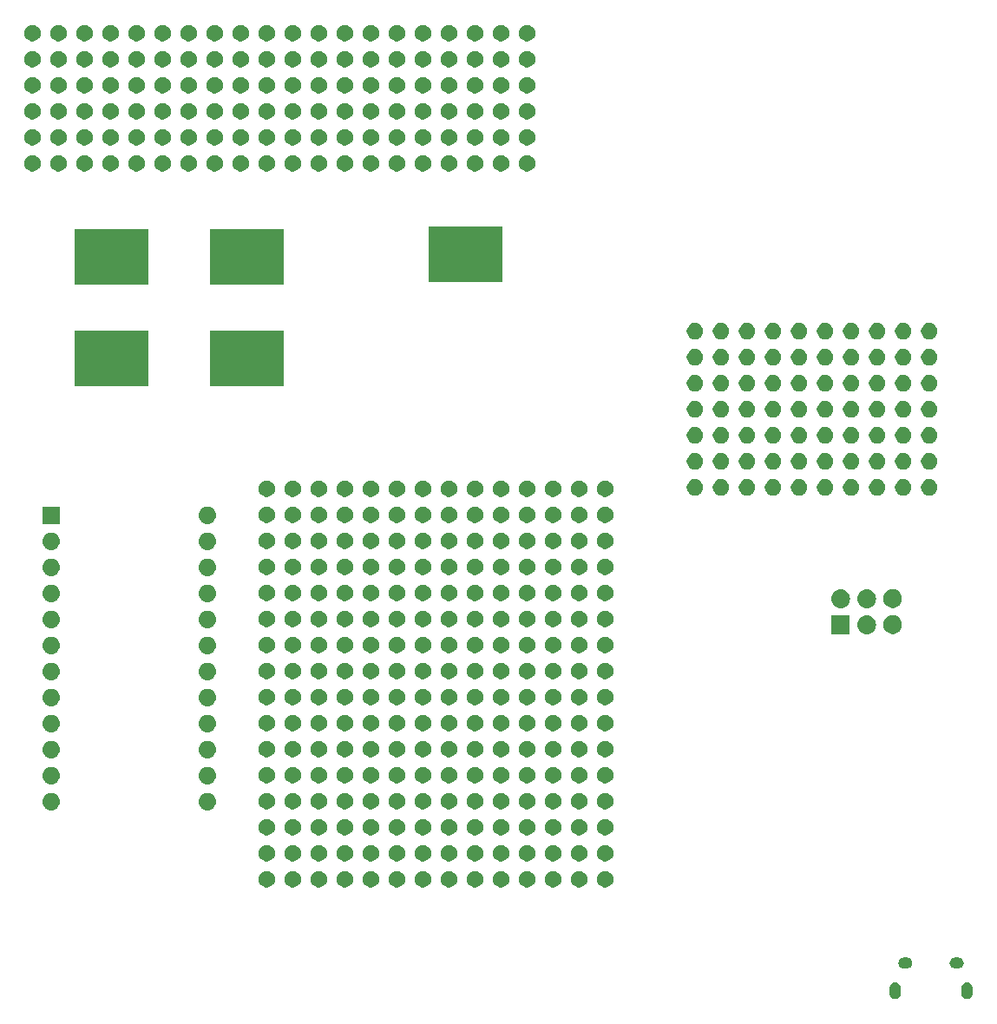
<source format=gbr>
G04 #@! TF.GenerationSoftware,KiCad,Pcbnew,(5.1.4)-1*
G04 #@! TF.CreationDate,2019-09-21T18:09:16-04:00*
G04 #@! TF.ProjectId,test2,74657374-322e-46b6-9963-61645f706362,rev?*
G04 #@! TF.SameCoordinates,Original*
G04 #@! TF.FileFunction,Soldermask,Bot*
G04 #@! TF.FilePolarity,Negative*
%FSLAX46Y46*%
G04 Gerber Fmt 4.6, Leading zero omitted, Abs format (unit mm)*
G04 Created by KiCad (PCBNEW (5.1.4)-1) date 2019-09-21 18:09:16*
%MOMM*%
%LPD*%
G04 APERTURE LIST*
%ADD10C,0.100000*%
G04 APERTURE END LIST*
D10*
G36*
X118364000Y-72390000D02*
G01*
X111252000Y-72390000D01*
X111252000Y-67056000D01*
X118364000Y-67056000D01*
X118364000Y-72390000D01*
G37*
X118364000Y-72390000D02*
X111252000Y-72390000D01*
X111252000Y-67056000D01*
X118364000Y-67056000D01*
X118364000Y-72390000D01*
G36*
X97028000Y-82550000D02*
G01*
X89916000Y-82550000D01*
X89916000Y-77216000D01*
X97028000Y-77216000D01*
X97028000Y-82550000D01*
G37*
X97028000Y-82550000D02*
X89916000Y-82550000D01*
X89916000Y-77216000D01*
X97028000Y-77216000D01*
X97028000Y-82550000D01*
G36*
X83820000Y-82550000D02*
G01*
X76708000Y-82550000D01*
X76708000Y-77216000D01*
X83820000Y-77216000D01*
X83820000Y-82550000D01*
G37*
X83820000Y-82550000D02*
X76708000Y-82550000D01*
X76708000Y-77216000D01*
X83820000Y-77216000D01*
X83820000Y-82550000D01*
G36*
X97028000Y-72644000D02*
G01*
X89916000Y-72644000D01*
X89916000Y-67310000D01*
X97028000Y-67310000D01*
X97028000Y-72644000D01*
G37*
X97028000Y-72644000D02*
X89916000Y-72644000D01*
X89916000Y-67310000D01*
X97028000Y-67310000D01*
X97028000Y-72644000D01*
G36*
X83820000Y-72644000D02*
G01*
X76708000Y-72644000D01*
X76708000Y-67310000D01*
X83820000Y-67310000D01*
X83820000Y-72644000D01*
G37*
X83820000Y-72644000D02*
X76708000Y-72644000D01*
X76708000Y-67310000D01*
X83820000Y-67310000D01*
X83820000Y-72644000D01*
G36*
X163882014Y-140819973D02*
G01*
X163985878Y-140851479D01*
X164029907Y-140875013D01*
X164081599Y-140902643D01*
X164081601Y-140902644D01*
X164081600Y-140902644D01*
X164165501Y-140971499D01*
X164234356Y-141055400D01*
X164285521Y-141151121D01*
X164317027Y-141254985D01*
X164325000Y-141335933D01*
X164325000Y-141940067D01*
X164317027Y-142021015D01*
X164285521Y-142124879D01*
X164285519Y-142124882D01*
X164234357Y-142220600D01*
X164165501Y-142304501D01*
X164081600Y-142373357D01*
X164013055Y-142409995D01*
X163985879Y-142424521D01*
X163882015Y-142456027D01*
X163774000Y-142466666D01*
X163665986Y-142456027D01*
X163562122Y-142424521D01*
X163534946Y-142409995D01*
X163466401Y-142373357D01*
X163382500Y-142304501D01*
X163313643Y-142220599D01*
X163262481Y-142124882D01*
X163262480Y-142124879D01*
X163230973Y-142021015D01*
X163223000Y-141940067D01*
X163223000Y-141335934D01*
X163230973Y-141254986D01*
X163262479Y-141151122D01*
X163313644Y-141055400D01*
X163382499Y-140971499D01*
X163466400Y-140902644D01*
X163466399Y-140902644D01*
X163466401Y-140902643D01*
X163518093Y-140875013D01*
X163562121Y-140851479D01*
X163665985Y-140819973D01*
X163774000Y-140809334D01*
X163882014Y-140819973D01*
X163882014Y-140819973D01*
G37*
G36*
X156882014Y-140819973D02*
G01*
X156985878Y-140851479D01*
X157029907Y-140875013D01*
X157081599Y-140902643D01*
X157081601Y-140902644D01*
X157081600Y-140902644D01*
X157165501Y-140971499D01*
X157234356Y-141055400D01*
X157285521Y-141151121D01*
X157317027Y-141254985D01*
X157325000Y-141335933D01*
X157325000Y-141940067D01*
X157317027Y-142021015D01*
X157285521Y-142124879D01*
X157285519Y-142124882D01*
X157234357Y-142220600D01*
X157165501Y-142304501D01*
X157081600Y-142373357D01*
X157013055Y-142409995D01*
X156985879Y-142424521D01*
X156882015Y-142456027D01*
X156774000Y-142466666D01*
X156665986Y-142456027D01*
X156562122Y-142424521D01*
X156534946Y-142409995D01*
X156466401Y-142373357D01*
X156382500Y-142304501D01*
X156313643Y-142220599D01*
X156262481Y-142124882D01*
X156262480Y-142124879D01*
X156230973Y-142021015D01*
X156223000Y-141940067D01*
X156223000Y-141335934D01*
X156230973Y-141254986D01*
X156262479Y-141151122D01*
X156313644Y-141055400D01*
X156382499Y-140971499D01*
X156466400Y-140902644D01*
X156466399Y-140902644D01*
X156466401Y-140902643D01*
X156518093Y-140875013D01*
X156562121Y-140851479D01*
X156665985Y-140819973D01*
X156774000Y-140809334D01*
X156882014Y-140819973D01*
X156882014Y-140819973D01*
G37*
G36*
X158027114Y-138419611D02*
G01*
X158126265Y-138449688D01*
X158217644Y-138498531D01*
X158297738Y-138564262D01*
X158363469Y-138644356D01*
X158412312Y-138735735D01*
X158442389Y-138834886D01*
X158452545Y-138938000D01*
X158442389Y-139041114D01*
X158412312Y-139140265D01*
X158363469Y-139231644D01*
X158297738Y-139311738D01*
X158217644Y-139377469D01*
X158126265Y-139426312D01*
X158027114Y-139456389D01*
X157949839Y-139464000D01*
X157598161Y-139464000D01*
X157520886Y-139456389D01*
X157421735Y-139426312D01*
X157330356Y-139377469D01*
X157250262Y-139311738D01*
X157184531Y-139231644D01*
X157135688Y-139140265D01*
X157105611Y-139041114D01*
X157095455Y-138938000D01*
X157105611Y-138834886D01*
X157135688Y-138735735D01*
X157184531Y-138644356D01*
X157250262Y-138564262D01*
X157330356Y-138498531D01*
X157421735Y-138449688D01*
X157520886Y-138419611D01*
X157598161Y-138412000D01*
X157949839Y-138412000D01*
X158027114Y-138419611D01*
X158027114Y-138419611D01*
G37*
G36*
X163027114Y-138419611D02*
G01*
X163126265Y-138449688D01*
X163217644Y-138498531D01*
X163297738Y-138564262D01*
X163363469Y-138644356D01*
X163412312Y-138735735D01*
X163442389Y-138834886D01*
X163452545Y-138938000D01*
X163442389Y-139041114D01*
X163412312Y-139140265D01*
X163363469Y-139231644D01*
X163297738Y-139311738D01*
X163217644Y-139377469D01*
X163126265Y-139426312D01*
X163027114Y-139456389D01*
X162949839Y-139464000D01*
X162598161Y-139464000D01*
X162520886Y-139456389D01*
X162421735Y-139426312D01*
X162330356Y-139377469D01*
X162250262Y-139311738D01*
X162184531Y-139231644D01*
X162135688Y-139140265D01*
X162105611Y-139041114D01*
X162095455Y-138938000D01*
X162105611Y-138834886D01*
X162135688Y-138735735D01*
X162184531Y-138644356D01*
X162250262Y-138564262D01*
X162330356Y-138498531D01*
X162421735Y-138449688D01*
X162520886Y-138419611D01*
X162598161Y-138412000D01*
X162949839Y-138412000D01*
X163027114Y-138419611D01*
X163027114Y-138419611D01*
G37*
G36*
X110929642Y-129991781D02*
G01*
X111075414Y-130052162D01*
X111075416Y-130052163D01*
X111206608Y-130139822D01*
X111318178Y-130251392D01*
X111405837Y-130382584D01*
X111405838Y-130382586D01*
X111466219Y-130528358D01*
X111497000Y-130683107D01*
X111497000Y-130840893D01*
X111466219Y-130995642D01*
X111405838Y-131141414D01*
X111405837Y-131141416D01*
X111318178Y-131272608D01*
X111206608Y-131384178D01*
X111075416Y-131471837D01*
X111075415Y-131471838D01*
X111075414Y-131471838D01*
X110929642Y-131532219D01*
X110774893Y-131563000D01*
X110617107Y-131563000D01*
X110462358Y-131532219D01*
X110316586Y-131471838D01*
X110316585Y-131471838D01*
X110316584Y-131471837D01*
X110185392Y-131384178D01*
X110073822Y-131272608D01*
X109986163Y-131141416D01*
X109986162Y-131141414D01*
X109925781Y-130995642D01*
X109895000Y-130840893D01*
X109895000Y-130683107D01*
X109925781Y-130528358D01*
X109986162Y-130382586D01*
X109986163Y-130382584D01*
X110073822Y-130251392D01*
X110185392Y-130139822D01*
X110316584Y-130052163D01*
X110316586Y-130052162D01*
X110462358Y-129991781D01*
X110617107Y-129961000D01*
X110774893Y-129961000D01*
X110929642Y-129991781D01*
X110929642Y-129991781D01*
G37*
G36*
X128709642Y-129991781D02*
G01*
X128855414Y-130052162D01*
X128855416Y-130052163D01*
X128986608Y-130139822D01*
X129098178Y-130251392D01*
X129185837Y-130382584D01*
X129185838Y-130382586D01*
X129246219Y-130528358D01*
X129277000Y-130683107D01*
X129277000Y-130840893D01*
X129246219Y-130995642D01*
X129185838Y-131141414D01*
X129185837Y-131141416D01*
X129098178Y-131272608D01*
X128986608Y-131384178D01*
X128855416Y-131471837D01*
X128855415Y-131471838D01*
X128855414Y-131471838D01*
X128709642Y-131532219D01*
X128554893Y-131563000D01*
X128397107Y-131563000D01*
X128242358Y-131532219D01*
X128096586Y-131471838D01*
X128096585Y-131471838D01*
X128096584Y-131471837D01*
X127965392Y-131384178D01*
X127853822Y-131272608D01*
X127766163Y-131141416D01*
X127766162Y-131141414D01*
X127705781Y-130995642D01*
X127675000Y-130840893D01*
X127675000Y-130683107D01*
X127705781Y-130528358D01*
X127766162Y-130382586D01*
X127766163Y-130382584D01*
X127853822Y-130251392D01*
X127965392Y-130139822D01*
X128096584Y-130052163D01*
X128096586Y-130052162D01*
X128242358Y-129991781D01*
X128397107Y-129961000D01*
X128554893Y-129961000D01*
X128709642Y-129991781D01*
X128709642Y-129991781D01*
G37*
G36*
X118549642Y-129991781D02*
G01*
X118695414Y-130052162D01*
X118695416Y-130052163D01*
X118826608Y-130139822D01*
X118938178Y-130251392D01*
X119025837Y-130382584D01*
X119025838Y-130382586D01*
X119086219Y-130528358D01*
X119117000Y-130683107D01*
X119117000Y-130840893D01*
X119086219Y-130995642D01*
X119025838Y-131141414D01*
X119025837Y-131141416D01*
X118938178Y-131272608D01*
X118826608Y-131384178D01*
X118695416Y-131471837D01*
X118695415Y-131471838D01*
X118695414Y-131471838D01*
X118549642Y-131532219D01*
X118394893Y-131563000D01*
X118237107Y-131563000D01*
X118082358Y-131532219D01*
X117936586Y-131471838D01*
X117936585Y-131471838D01*
X117936584Y-131471837D01*
X117805392Y-131384178D01*
X117693822Y-131272608D01*
X117606163Y-131141416D01*
X117606162Y-131141414D01*
X117545781Y-130995642D01*
X117515000Y-130840893D01*
X117515000Y-130683107D01*
X117545781Y-130528358D01*
X117606162Y-130382586D01*
X117606163Y-130382584D01*
X117693822Y-130251392D01*
X117805392Y-130139822D01*
X117936584Y-130052163D01*
X117936586Y-130052162D01*
X118082358Y-129991781D01*
X118237107Y-129961000D01*
X118394893Y-129961000D01*
X118549642Y-129991781D01*
X118549642Y-129991781D01*
G37*
G36*
X116009642Y-129991781D02*
G01*
X116155414Y-130052162D01*
X116155416Y-130052163D01*
X116286608Y-130139822D01*
X116398178Y-130251392D01*
X116485837Y-130382584D01*
X116485838Y-130382586D01*
X116546219Y-130528358D01*
X116577000Y-130683107D01*
X116577000Y-130840893D01*
X116546219Y-130995642D01*
X116485838Y-131141414D01*
X116485837Y-131141416D01*
X116398178Y-131272608D01*
X116286608Y-131384178D01*
X116155416Y-131471837D01*
X116155415Y-131471838D01*
X116155414Y-131471838D01*
X116009642Y-131532219D01*
X115854893Y-131563000D01*
X115697107Y-131563000D01*
X115542358Y-131532219D01*
X115396586Y-131471838D01*
X115396585Y-131471838D01*
X115396584Y-131471837D01*
X115265392Y-131384178D01*
X115153822Y-131272608D01*
X115066163Y-131141416D01*
X115066162Y-131141414D01*
X115005781Y-130995642D01*
X114975000Y-130840893D01*
X114975000Y-130683107D01*
X115005781Y-130528358D01*
X115066162Y-130382586D01*
X115066163Y-130382584D01*
X115153822Y-130251392D01*
X115265392Y-130139822D01*
X115396584Y-130052163D01*
X115396586Y-130052162D01*
X115542358Y-129991781D01*
X115697107Y-129961000D01*
X115854893Y-129961000D01*
X116009642Y-129991781D01*
X116009642Y-129991781D01*
G37*
G36*
X113469642Y-129991781D02*
G01*
X113615414Y-130052162D01*
X113615416Y-130052163D01*
X113746608Y-130139822D01*
X113858178Y-130251392D01*
X113945837Y-130382584D01*
X113945838Y-130382586D01*
X114006219Y-130528358D01*
X114037000Y-130683107D01*
X114037000Y-130840893D01*
X114006219Y-130995642D01*
X113945838Y-131141414D01*
X113945837Y-131141416D01*
X113858178Y-131272608D01*
X113746608Y-131384178D01*
X113615416Y-131471837D01*
X113615415Y-131471838D01*
X113615414Y-131471838D01*
X113469642Y-131532219D01*
X113314893Y-131563000D01*
X113157107Y-131563000D01*
X113002358Y-131532219D01*
X112856586Y-131471838D01*
X112856585Y-131471838D01*
X112856584Y-131471837D01*
X112725392Y-131384178D01*
X112613822Y-131272608D01*
X112526163Y-131141416D01*
X112526162Y-131141414D01*
X112465781Y-130995642D01*
X112435000Y-130840893D01*
X112435000Y-130683107D01*
X112465781Y-130528358D01*
X112526162Y-130382586D01*
X112526163Y-130382584D01*
X112613822Y-130251392D01*
X112725392Y-130139822D01*
X112856584Y-130052163D01*
X112856586Y-130052162D01*
X113002358Y-129991781D01*
X113157107Y-129961000D01*
X113314893Y-129961000D01*
X113469642Y-129991781D01*
X113469642Y-129991781D01*
G37*
G36*
X108389642Y-129991781D02*
G01*
X108535414Y-130052162D01*
X108535416Y-130052163D01*
X108666608Y-130139822D01*
X108778178Y-130251392D01*
X108865837Y-130382584D01*
X108865838Y-130382586D01*
X108926219Y-130528358D01*
X108957000Y-130683107D01*
X108957000Y-130840893D01*
X108926219Y-130995642D01*
X108865838Y-131141414D01*
X108865837Y-131141416D01*
X108778178Y-131272608D01*
X108666608Y-131384178D01*
X108535416Y-131471837D01*
X108535415Y-131471838D01*
X108535414Y-131471838D01*
X108389642Y-131532219D01*
X108234893Y-131563000D01*
X108077107Y-131563000D01*
X107922358Y-131532219D01*
X107776586Y-131471838D01*
X107776585Y-131471838D01*
X107776584Y-131471837D01*
X107645392Y-131384178D01*
X107533822Y-131272608D01*
X107446163Y-131141416D01*
X107446162Y-131141414D01*
X107385781Y-130995642D01*
X107355000Y-130840893D01*
X107355000Y-130683107D01*
X107385781Y-130528358D01*
X107446162Y-130382586D01*
X107446163Y-130382584D01*
X107533822Y-130251392D01*
X107645392Y-130139822D01*
X107776584Y-130052163D01*
X107776586Y-130052162D01*
X107922358Y-129991781D01*
X108077107Y-129961000D01*
X108234893Y-129961000D01*
X108389642Y-129991781D01*
X108389642Y-129991781D01*
G37*
G36*
X105849642Y-129991781D02*
G01*
X105995414Y-130052162D01*
X105995416Y-130052163D01*
X106126608Y-130139822D01*
X106238178Y-130251392D01*
X106325837Y-130382584D01*
X106325838Y-130382586D01*
X106386219Y-130528358D01*
X106417000Y-130683107D01*
X106417000Y-130840893D01*
X106386219Y-130995642D01*
X106325838Y-131141414D01*
X106325837Y-131141416D01*
X106238178Y-131272608D01*
X106126608Y-131384178D01*
X105995416Y-131471837D01*
X105995415Y-131471838D01*
X105995414Y-131471838D01*
X105849642Y-131532219D01*
X105694893Y-131563000D01*
X105537107Y-131563000D01*
X105382358Y-131532219D01*
X105236586Y-131471838D01*
X105236585Y-131471838D01*
X105236584Y-131471837D01*
X105105392Y-131384178D01*
X104993822Y-131272608D01*
X104906163Y-131141416D01*
X104906162Y-131141414D01*
X104845781Y-130995642D01*
X104815000Y-130840893D01*
X104815000Y-130683107D01*
X104845781Y-130528358D01*
X104906162Y-130382586D01*
X104906163Y-130382584D01*
X104993822Y-130251392D01*
X105105392Y-130139822D01*
X105236584Y-130052163D01*
X105236586Y-130052162D01*
X105382358Y-129991781D01*
X105537107Y-129961000D01*
X105694893Y-129961000D01*
X105849642Y-129991781D01*
X105849642Y-129991781D01*
G37*
G36*
X103309642Y-129991781D02*
G01*
X103455414Y-130052162D01*
X103455416Y-130052163D01*
X103586608Y-130139822D01*
X103698178Y-130251392D01*
X103785837Y-130382584D01*
X103785838Y-130382586D01*
X103846219Y-130528358D01*
X103877000Y-130683107D01*
X103877000Y-130840893D01*
X103846219Y-130995642D01*
X103785838Y-131141414D01*
X103785837Y-131141416D01*
X103698178Y-131272608D01*
X103586608Y-131384178D01*
X103455416Y-131471837D01*
X103455415Y-131471838D01*
X103455414Y-131471838D01*
X103309642Y-131532219D01*
X103154893Y-131563000D01*
X102997107Y-131563000D01*
X102842358Y-131532219D01*
X102696586Y-131471838D01*
X102696585Y-131471838D01*
X102696584Y-131471837D01*
X102565392Y-131384178D01*
X102453822Y-131272608D01*
X102366163Y-131141416D01*
X102366162Y-131141414D01*
X102305781Y-130995642D01*
X102275000Y-130840893D01*
X102275000Y-130683107D01*
X102305781Y-130528358D01*
X102366162Y-130382586D01*
X102366163Y-130382584D01*
X102453822Y-130251392D01*
X102565392Y-130139822D01*
X102696584Y-130052163D01*
X102696586Y-130052162D01*
X102842358Y-129991781D01*
X102997107Y-129961000D01*
X103154893Y-129961000D01*
X103309642Y-129991781D01*
X103309642Y-129991781D01*
G37*
G36*
X100769642Y-129991781D02*
G01*
X100915414Y-130052162D01*
X100915416Y-130052163D01*
X101046608Y-130139822D01*
X101158178Y-130251392D01*
X101245837Y-130382584D01*
X101245838Y-130382586D01*
X101306219Y-130528358D01*
X101337000Y-130683107D01*
X101337000Y-130840893D01*
X101306219Y-130995642D01*
X101245838Y-131141414D01*
X101245837Y-131141416D01*
X101158178Y-131272608D01*
X101046608Y-131384178D01*
X100915416Y-131471837D01*
X100915415Y-131471838D01*
X100915414Y-131471838D01*
X100769642Y-131532219D01*
X100614893Y-131563000D01*
X100457107Y-131563000D01*
X100302358Y-131532219D01*
X100156586Y-131471838D01*
X100156585Y-131471838D01*
X100156584Y-131471837D01*
X100025392Y-131384178D01*
X99913822Y-131272608D01*
X99826163Y-131141416D01*
X99826162Y-131141414D01*
X99765781Y-130995642D01*
X99735000Y-130840893D01*
X99735000Y-130683107D01*
X99765781Y-130528358D01*
X99826162Y-130382586D01*
X99826163Y-130382584D01*
X99913822Y-130251392D01*
X100025392Y-130139822D01*
X100156584Y-130052163D01*
X100156586Y-130052162D01*
X100302358Y-129991781D01*
X100457107Y-129961000D01*
X100614893Y-129961000D01*
X100769642Y-129991781D01*
X100769642Y-129991781D01*
G37*
G36*
X98229642Y-129991781D02*
G01*
X98375414Y-130052162D01*
X98375416Y-130052163D01*
X98506608Y-130139822D01*
X98618178Y-130251392D01*
X98705837Y-130382584D01*
X98705838Y-130382586D01*
X98766219Y-130528358D01*
X98797000Y-130683107D01*
X98797000Y-130840893D01*
X98766219Y-130995642D01*
X98705838Y-131141414D01*
X98705837Y-131141416D01*
X98618178Y-131272608D01*
X98506608Y-131384178D01*
X98375416Y-131471837D01*
X98375415Y-131471838D01*
X98375414Y-131471838D01*
X98229642Y-131532219D01*
X98074893Y-131563000D01*
X97917107Y-131563000D01*
X97762358Y-131532219D01*
X97616586Y-131471838D01*
X97616585Y-131471838D01*
X97616584Y-131471837D01*
X97485392Y-131384178D01*
X97373822Y-131272608D01*
X97286163Y-131141416D01*
X97286162Y-131141414D01*
X97225781Y-130995642D01*
X97195000Y-130840893D01*
X97195000Y-130683107D01*
X97225781Y-130528358D01*
X97286162Y-130382586D01*
X97286163Y-130382584D01*
X97373822Y-130251392D01*
X97485392Y-130139822D01*
X97616584Y-130052163D01*
X97616586Y-130052162D01*
X97762358Y-129991781D01*
X97917107Y-129961000D01*
X98074893Y-129961000D01*
X98229642Y-129991781D01*
X98229642Y-129991781D01*
G37*
G36*
X95689642Y-129991781D02*
G01*
X95835414Y-130052162D01*
X95835416Y-130052163D01*
X95966608Y-130139822D01*
X96078178Y-130251392D01*
X96165837Y-130382584D01*
X96165838Y-130382586D01*
X96226219Y-130528358D01*
X96257000Y-130683107D01*
X96257000Y-130840893D01*
X96226219Y-130995642D01*
X96165838Y-131141414D01*
X96165837Y-131141416D01*
X96078178Y-131272608D01*
X95966608Y-131384178D01*
X95835416Y-131471837D01*
X95835415Y-131471838D01*
X95835414Y-131471838D01*
X95689642Y-131532219D01*
X95534893Y-131563000D01*
X95377107Y-131563000D01*
X95222358Y-131532219D01*
X95076586Y-131471838D01*
X95076585Y-131471838D01*
X95076584Y-131471837D01*
X94945392Y-131384178D01*
X94833822Y-131272608D01*
X94746163Y-131141416D01*
X94746162Y-131141414D01*
X94685781Y-130995642D01*
X94655000Y-130840893D01*
X94655000Y-130683107D01*
X94685781Y-130528358D01*
X94746162Y-130382586D01*
X94746163Y-130382584D01*
X94833822Y-130251392D01*
X94945392Y-130139822D01*
X95076584Y-130052163D01*
X95076586Y-130052162D01*
X95222358Y-129991781D01*
X95377107Y-129961000D01*
X95534893Y-129961000D01*
X95689642Y-129991781D01*
X95689642Y-129991781D01*
G37*
G36*
X123629642Y-129991781D02*
G01*
X123775414Y-130052162D01*
X123775416Y-130052163D01*
X123906608Y-130139822D01*
X124018178Y-130251392D01*
X124105837Y-130382584D01*
X124105838Y-130382586D01*
X124166219Y-130528358D01*
X124197000Y-130683107D01*
X124197000Y-130840893D01*
X124166219Y-130995642D01*
X124105838Y-131141414D01*
X124105837Y-131141416D01*
X124018178Y-131272608D01*
X123906608Y-131384178D01*
X123775416Y-131471837D01*
X123775415Y-131471838D01*
X123775414Y-131471838D01*
X123629642Y-131532219D01*
X123474893Y-131563000D01*
X123317107Y-131563000D01*
X123162358Y-131532219D01*
X123016586Y-131471838D01*
X123016585Y-131471838D01*
X123016584Y-131471837D01*
X122885392Y-131384178D01*
X122773822Y-131272608D01*
X122686163Y-131141416D01*
X122686162Y-131141414D01*
X122625781Y-130995642D01*
X122595000Y-130840893D01*
X122595000Y-130683107D01*
X122625781Y-130528358D01*
X122686162Y-130382586D01*
X122686163Y-130382584D01*
X122773822Y-130251392D01*
X122885392Y-130139822D01*
X123016584Y-130052163D01*
X123016586Y-130052162D01*
X123162358Y-129991781D01*
X123317107Y-129961000D01*
X123474893Y-129961000D01*
X123629642Y-129991781D01*
X123629642Y-129991781D01*
G37*
G36*
X121089642Y-129991781D02*
G01*
X121235414Y-130052162D01*
X121235416Y-130052163D01*
X121366608Y-130139822D01*
X121478178Y-130251392D01*
X121565837Y-130382584D01*
X121565838Y-130382586D01*
X121626219Y-130528358D01*
X121657000Y-130683107D01*
X121657000Y-130840893D01*
X121626219Y-130995642D01*
X121565838Y-131141414D01*
X121565837Y-131141416D01*
X121478178Y-131272608D01*
X121366608Y-131384178D01*
X121235416Y-131471837D01*
X121235415Y-131471838D01*
X121235414Y-131471838D01*
X121089642Y-131532219D01*
X120934893Y-131563000D01*
X120777107Y-131563000D01*
X120622358Y-131532219D01*
X120476586Y-131471838D01*
X120476585Y-131471838D01*
X120476584Y-131471837D01*
X120345392Y-131384178D01*
X120233822Y-131272608D01*
X120146163Y-131141416D01*
X120146162Y-131141414D01*
X120085781Y-130995642D01*
X120055000Y-130840893D01*
X120055000Y-130683107D01*
X120085781Y-130528358D01*
X120146162Y-130382586D01*
X120146163Y-130382584D01*
X120233822Y-130251392D01*
X120345392Y-130139822D01*
X120476584Y-130052163D01*
X120476586Y-130052162D01*
X120622358Y-129991781D01*
X120777107Y-129961000D01*
X120934893Y-129961000D01*
X121089642Y-129991781D01*
X121089642Y-129991781D01*
G37*
G36*
X126169642Y-129991781D02*
G01*
X126315414Y-130052162D01*
X126315416Y-130052163D01*
X126446608Y-130139822D01*
X126558178Y-130251392D01*
X126645837Y-130382584D01*
X126645838Y-130382586D01*
X126706219Y-130528358D01*
X126737000Y-130683107D01*
X126737000Y-130840893D01*
X126706219Y-130995642D01*
X126645838Y-131141414D01*
X126645837Y-131141416D01*
X126558178Y-131272608D01*
X126446608Y-131384178D01*
X126315416Y-131471837D01*
X126315415Y-131471838D01*
X126315414Y-131471838D01*
X126169642Y-131532219D01*
X126014893Y-131563000D01*
X125857107Y-131563000D01*
X125702358Y-131532219D01*
X125556586Y-131471838D01*
X125556585Y-131471838D01*
X125556584Y-131471837D01*
X125425392Y-131384178D01*
X125313822Y-131272608D01*
X125226163Y-131141416D01*
X125226162Y-131141414D01*
X125165781Y-130995642D01*
X125135000Y-130840893D01*
X125135000Y-130683107D01*
X125165781Y-130528358D01*
X125226162Y-130382586D01*
X125226163Y-130382584D01*
X125313822Y-130251392D01*
X125425392Y-130139822D01*
X125556584Y-130052163D01*
X125556586Y-130052162D01*
X125702358Y-129991781D01*
X125857107Y-129961000D01*
X126014893Y-129961000D01*
X126169642Y-129991781D01*
X126169642Y-129991781D01*
G37*
G36*
X95689642Y-127451781D02*
G01*
X95835414Y-127512162D01*
X95835416Y-127512163D01*
X95966608Y-127599822D01*
X96078178Y-127711392D01*
X96165837Y-127842584D01*
X96165838Y-127842586D01*
X96226219Y-127988358D01*
X96257000Y-128143107D01*
X96257000Y-128300893D01*
X96226219Y-128455642D01*
X96165838Y-128601414D01*
X96165837Y-128601416D01*
X96078178Y-128732608D01*
X95966608Y-128844178D01*
X95835416Y-128931837D01*
X95835415Y-128931838D01*
X95835414Y-128931838D01*
X95689642Y-128992219D01*
X95534893Y-129023000D01*
X95377107Y-129023000D01*
X95222358Y-128992219D01*
X95076586Y-128931838D01*
X95076585Y-128931838D01*
X95076584Y-128931837D01*
X94945392Y-128844178D01*
X94833822Y-128732608D01*
X94746163Y-128601416D01*
X94746162Y-128601414D01*
X94685781Y-128455642D01*
X94655000Y-128300893D01*
X94655000Y-128143107D01*
X94685781Y-127988358D01*
X94746162Y-127842586D01*
X94746163Y-127842584D01*
X94833822Y-127711392D01*
X94945392Y-127599822D01*
X95076584Y-127512163D01*
X95076586Y-127512162D01*
X95222358Y-127451781D01*
X95377107Y-127421000D01*
X95534893Y-127421000D01*
X95689642Y-127451781D01*
X95689642Y-127451781D01*
G37*
G36*
X103309642Y-127451781D02*
G01*
X103455414Y-127512162D01*
X103455416Y-127512163D01*
X103586608Y-127599822D01*
X103698178Y-127711392D01*
X103785837Y-127842584D01*
X103785838Y-127842586D01*
X103846219Y-127988358D01*
X103877000Y-128143107D01*
X103877000Y-128300893D01*
X103846219Y-128455642D01*
X103785838Y-128601414D01*
X103785837Y-128601416D01*
X103698178Y-128732608D01*
X103586608Y-128844178D01*
X103455416Y-128931837D01*
X103455415Y-128931838D01*
X103455414Y-128931838D01*
X103309642Y-128992219D01*
X103154893Y-129023000D01*
X102997107Y-129023000D01*
X102842358Y-128992219D01*
X102696586Y-128931838D01*
X102696585Y-128931838D01*
X102696584Y-128931837D01*
X102565392Y-128844178D01*
X102453822Y-128732608D01*
X102366163Y-128601416D01*
X102366162Y-128601414D01*
X102305781Y-128455642D01*
X102275000Y-128300893D01*
X102275000Y-128143107D01*
X102305781Y-127988358D01*
X102366162Y-127842586D01*
X102366163Y-127842584D01*
X102453822Y-127711392D01*
X102565392Y-127599822D01*
X102696584Y-127512163D01*
X102696586Y-127512162D01*
X102842358Y-127451781D01*
X102997107Y-127421000D01*
X103154893Y-127421000D01*
X103309642Y-127451781D01*
X103309642Y-127451781D01*
G37*
G36*
X100769642Y-127451781D02*
G01*
X100915414Y-127512162D01*
X100915416Y-127512163D01*
X101046608Y-127599822D01*
X101158178Y-127711392D01*
X101245837Y-127842584D01*
X101245838Y-127842586D01*
X101306219Y-127988358D01*
X101337000Y-128143107D01*
X101337000Y-128300893D01*
X101306219Y-128455642D01*
X101245838Y-128601414D01*
X101245837Y-128601416D01*
X101158178Y-128732608D01*
X101046608Y-128844178D01*
X100915416Y-128931837D01*
X100915415Y-128931838D01*
X100915414Y-128931838D01*
X100769642Y-128992219D01*
X100614893Y-129023000D01*
X100457107Y-129023000D01*
X100302358Y-128992219D01*
X100156586Y-128931838D01*
X100156585Y-128931838D01*
X100156584Y-128931837D01*
X100025392Y-128844178D01*
X99913822Y-128732608D01*
X99826163Y-128601416D01*
X99826162Y-128601414D01*
X99765781Y-128455642D01*
X99735000Y-128300893D01*
X99735000Y-128143107D01*
X99765781Y-127988358D01*
X99826162Y-127842586D01*
X99826163Y-127842584D01*
X99913822Y-127711392D01*
X100025392Y-127599822D01*
X100156584Y-127512163D01*
X100156586Y-127512162D01*
X100302358Y-127451781D01*
X100457107Y-127421000D01*
X100614893Y-127421000D01*
X100769642Y-127451781D01*
X100769642Y-127451781D01*
G37*
G36*
X98229642Y-127451781D02*
G01*
X98375414Y-127512162D01*
X98375416Y-127512163D01*
X98506608Y-127599822D01*
X98618178Y-127711392D01*
X98705837Y-127842584D01*
X98705838Y-127842586D01*
X98766219Y-127988358D01*
X98797000Y-128143107D01*
X98797000Y-128300893D01*
X98766219Y-128455642D01*
X98705838Y-128601414D01*
X98705837Y-128601416D01*
X98618178Y-128732608D01*
X98506608Y-128844178D01*
X98375416Y-128931837D01*
X98375415Y-128931838D01*
X98375414Y-128931838D01*
X98229642Y-128992219D01*
X98074893Y-129023000D01*
X97917107Y-129023000D01*
X97762358Y-128992219D01*
X97616586Y-128931838D01*
X97616585Y-128931838D01*
X97616584Y-128931837D01*
X97485392Y-128844178D01*
X97373822Y-128732608D01*
X97286163Y-128601416D01*
X97286162Y-128601414D01*
X97225781Y-128455642D01*
X97195000Y-128300893D01*
X97195000Y-128143107D01*
X97225781Y-127988358D01*
X97286162Y-127842586D01*
X97286163Y-127842584D01*
X97373822Y-127711392D01*
X97485392Y-127599822D01*
X97616584Y-127512163D01*
X97616586Y-127512162D01*
X97762358Y-127451781D01*
X97917107Y-127421000D01*
X98074893Y-127421000D01*
X98229642Y-127451781D01*
X98229642Y-127451781D01*
G37*
G36*
X108389642Y-127451781D02*
G01*
X108535414Y-127512162D01*
X108535416Y-127512163D01*
X108666608Y-127599822D01*
X108778178Y-127711392D01*
X108865837Y-127842584D01*
X108865838Y-127842586D01*
X108926219Y-127988358D01*
X108957000Y-128143107D01*
X108957000Y-128300893D01*
X108926219Y-128455642D01*
X108865838Y-128601414D01*
X108865837Y-128601416D01*
X108778178Y-128732608D01*
X108666608Y-128844178D01*
X108535416Y-128931837D01*
X108535415Y-128931838D01*
X108535414Y-128931838D01*
X108389642Y-128992219D01*
X108234893Y-129023000D01*
X108077107Y-129023000D01*
X107922358Y-128992219D01*
X107776586Y-128931838D01*
X107776585Y-128931838D01*
X107776584Y-128931837D01*
X107645392Y-128844178D01*
X107533822Y-128732608D01*
X107446163Y-128601416D01*
X107446162Y-128601414D01*
X107385781Y-128455642D01*
X107355000Y-128300893D01*
X107355000Y-128143107D01*
X107385781Y-127988358D01*
X107446162Y-127842586D01*
X107446163Y-127842584D01*
X107533822Y-127711392D01*
X107645392Y-127599822D01*
X107776584Y-127512163D01*
X107776586Y-127512162D01*
X107922358Y-127451781D01*
X108077107Y-127421000D01*
X108234893Y-127421000D01*
X108389642Y-127451781D01*
X108389642Y-127451781D01*
G37*
G36*
X105849642Y-127451781D02*
G01*
X105995414Y-127512162D01*
X105995416Y-127512163D01*
X106126608Y-127599822D01*
X106238178Y-127711392D01*
X106325837Y-127842584D01*
X106325838Y-127842586D01*
X106386219Y-127988358D01*
X106417000Y-128143107D01*
X106417000Y-128300893D01*
X106386219Y-128455642D01*
X106325838Y-128601414D01*
X106325837Y-128601416D01*
X106238178Y-128732608D01*
X106126608Y-128844178D01*
X105995416Y-128931837D01*
X105995415Y-128931838D01*
X105995414Y-128931838D01*
X105849642Y-128992219D01*
X105694893Y-129023000D01*
X105537107Y-129023000D01*
X105382358Y-128992219D01*
X105236586Y-128931838D01*
X105236585Y-128931838D01*
X105236584Y-128931837D01*
X105105392Y-128844178D01*
X104993822Y-128732608D01*
X104906163Y-128601416D01*
X104906162Y-128601414D01*
X104845781Y-128455642D01*
X104815000Y-128300893D01*
X104815000Y-128143107D01*
X104845781Y-127988358D01*
X104906162Y-127842586D01*
X104906163Y-127842584D01*
X104993822Y-127711392D01*
X105105392Y-127599822D01*
X105236584Y-127512163D01*
X105236586Y-127512162D01*
X105382358Y-127451781D01*
X105537107Y-127421000D01*
X105694893Y-127421000D01*
X105849642Y-127451781D01*
X105849642Y-127451781D01*
G37*
G36*
X110929642Y-127451781D02*
G01*
X111075414Y-127512162D01*
X111075416Y-127512163D01*
X111206608Y-127599822D01*
X111318178Y-127711392D01*
X111405837Y-127842584D01*
X111405838Y-127842586D01*
X111466219Y-127988358D01*
X111497000Y-128143107D01*
X111497000Y-128300893D01*
X111466219Y-128455642D01*
X111405838Y-128601414D01*
X111405837Y-128601416D01*
X111318178Y-128732608D01*
X111206608Y-128844178D01*
X111075416Y-128931837D01*
X111075415Y-128931838D01*
X111075414Y-128931838D01*
X110929642Y-128992219D01*
X110774893Y-129023000D01*
X110617107Y-129023000D01*
X110462358Y-128992219D01*
X110316586Y-128931838D01*
X110316585Y-128931838D01*
X110316584Y-128931837D01*
X110185392Y-128844178D01*
X110073822Y-128732608D01*
X109986163Y-128601416D01*
X109986162Y-128601414D01*
X109925781Y-128455642D01*
X109895000Y-128300893D01*
X109895000Y-128143107D01*
X109925781Y-127988358D01*
X109986162Y-127842586D01*
X109986163Y-127842584D01*
X110073822Y-127711392D01*
X110185392Y-127599822D01*
X110316584Y-127512163D01*
X110316586Y-127512162D01*
X110462358Y-127451781D01*
X110617107Y-127421000D01*
X110774893Y-127421000D01*
X110929642Y-127451781D01*
X110929642Y-127451781D01*
G37*
G36*
X116009642Y-127451781D02*
G01*
X116155414Y-127512162D01*
X116155416Y-127512163D01*
X116286608Y-127599822D01*
X116398178Y-127711392D01*
X116485837Y-127842584D01*
X116485838Y-127842586D01*
X116546219Y-127988358D01*
X116577000Y-128143107D01*
X116577000Y-128300893D01*
X116546219Y-128455642D01*
X116485838Y-128601414D01*
X116485837Y-128601416D01*
X116398178Y-128732608D01*
X116286608Y-128844178D01*
X116155416Y-128931837D01*
X116155415Y-128931838D01*
X116155414Y-128931838D01*
X116009642Y-128992219D01*
X115854893Y-129023000D01*
X115697107Y-129023000D01*
X115542358Y-128992219D01*
X115396586Y-128931838D01*
X115396585Y-128931838D01*
X115396584Y-128931837D01*
X115265392Y-128844178D01*
X115153822Y-128732608D01*
X115066163Y-128601416D01*
X115066162Y-128601414D01*
X115005781Y-128455642D01*
X114975000Y-128300893D01*
X114975000Y-128143107D01*
X115005781Y-127988358D01*
X115066162Y-127842586D01*
X115066163Y-127842584D01*
X115153822Y-127711392D01*
X115265392Y-127599822D01*
X115396584Y-127512163D01*
X115396586Y-127512162D01*
X115542358Y-127451781D01*
X115697107Y-127421000D01*
X115854893Y-127421000D01*
X116009642Y-127451781D01*
X116009642Y-127451781D01*
G37*
G36*
X128709642Y-127451781D02*
G01*
X128855414Y-127512162D01*
X128855416Y-127512163D01*
X128986608Y-127599822D01*
X129098178Y-127711392D01*
X129185837Y-127842584D01*
X129185838Y-127842586D01*
X129246219Y-127988358D01*
X129277000Y-128143107D01*
X129277000Y-128300893D01*
X129246219Y-128455642D01*
X129185838Y-128601414D01*
X129185837Y-128601416D01*
X129098178Y-128732608D01*
X128986608Y-128844178D01*
X128855416Y-128931837D01*
X128855415Y-128931838D01*
X128855414Y-128931838D01*
X128709642Y-128992219D01*
X128554893Y-129023000D01*
X128397107Y-129023000D01*
X128242358Y-128992219D01*
X128096586Y-128931838D01*
X128096585Y-128931838D01*
X128096584Y-128931837D01*
X127965392Y-128844178D01*
X127853822Y-128732608D01*
X127766163Y-128601416D01*
X127766162Y-128601414D01*
X127705781Y-128455642D01*
X127675000Y-128300893D01*
X127675000Y-128143107D01*
X127705781Y-127988358D01*
X127766162Y-127842586D01*
X127766163Y-127842584D01*
X127853822Y-127711392D01*
X127965392Y-127599822D01*
X128096584Y-127512163D01*
X128096586Y-127512162D01*
X128242358Y-127451781D01*
X128397107Y-127421000D01*
X128554893Y-127421000D01*
X128709642Y-127451781D01*
X128709642Y-127451781D01*
G37*
G36*
X123629642Y-127451781D02*
G01*
X123775414Y-127512162D01*
X123775416Y-127512163D01*
X123906608Y-127599822D01*
X124018178Y-127711392D01*
X124105837Y-127842584D01*
X124105838Y-127842586D01*
X124166219Y-127988358D01*
X124197000Y-128143107D01*
X124197000Y-128300893D01*
X124166219Y-128455642D01*
X124105838Y-128601414D01*
X124105837Y-128601416D01*
X124018178Y-128732608D01*
X123906608Y-128844178D01*
X123775416Y-128931837D01*
X123775415Y-128931838D01*
X123775414Y-128931838D01*
X123629642Y-128992219D01*
X123474893Y-129023000D01*
X123317107Y-129023000D01*
X123162358Y-128992219D01*
X123016586Y-128931838D01*
X123016585Y-128931838D01*
X123016584Y-128931837D01*
X122885392Y-128844178D01*
X122773822Y-128732608D01*
X122686163Y-128601416D01*
X122686162Y-128601414D01*
X122625781Y-128455642D01*
X122595000Y-128300893D01*
X122595000Y-128143107D01*
X122625781Y-127988358D01*
X122686162Y-127842586D01*
X122686163Y-127842584D01*
X122773822Y-127711392D01*
X122885392Y-127599822D01*
X123016584Y-127512163D01*
X123016586Y-127512162D01*
X123162358Y-127451781D01*
X123317107Y-127421000D01*
X123474893Y-127421000D01*
X123629642Y-127451781D01*
X123629642Y-127451781D01*
G37*
G36*
X118549642Y-127451781D02*
G01*
X118695414Y-127512162D01*
X118695416Y-127512163D01*
X118826608Y-127599822D01*
X118938178Y-127711392D01*
X119025837Y-127842584D01*
X119025838Y-127842586D01*
X119086219Y-127988358D01*
X119117000Y-128143107D01*
X119117000Y-128300893D01*
X119086219Y-128455642D01*
X119025838Y-128601414D01*
X119025837Y-128601416D01*
X118938178Y-128732608D01*
X118826608Y-128844178D01*
X118695416Y-128931837D01*
X118695415Y-128931838D01*
X118695414Y-128931838D01*
X118549642Y-128992219D01*
X118394893Y-129023000D01*
X118237107Y-129023000D01*
X118082358Y-128992219D01*
X117936586Y-128931838D01*
X117936585Y-128931838D01*
X117936584Y-128931837D01*
X117805392Y-128844178D01*
X117693822Y-128732608D01*
X117606163Y-128601416D01*
X117606162Y-128601414D01*
X117545781Y-128455642D01*
X117515000Y-128300893D01*
X117515000Y-128143107D01*
X117545781Y-127988358D01*
X117606162Y-127842586D01*
X117606163Y-127842584D01*
X117693822Y-127711392D01*
X117805392Y-127599822D01*
X117936584Y-127512163D01*
X117936586Y-127512162D01*
X118082358Y-127451781D01*
X118237107Y-127421000D01*
X118394893Y-127421000D01*
X118549642Y-127451781D01*
X118549642Y-127451781D01*
G37*
G36*
X121089642Y-127451781D02*
G01*
X121235414Y-127512162D01*
X121235416Y-127512163D01*
X121366608Y-127599822D01*
X121478178Y-127711392D01*
X121565837Y-127842584D01*
X121565838Y-127842586D01*
X121626219Y-127988358D01*
X121657000Y-128143107D01*
X121657000Y-128300893D01*
X121626219Y-128455642D01*
X121565838Y-128601414D01*
X121565837Y-128601416D01*
X121478178Y-128732608D01*
X121366608Y-128844178D01*
X121235416Y-128931837D01*
X121235415Y-128931838D01*
X121235414Y-128931838D01*
X121089642Y-128992219D01*
X120934893Y-129023000D01*
X120777107Y-129023000D01*
X120622358Y-128992219D01*
X120476586Y-128931838D01*
X120476585Y-128931838D01*
X120476584Y-128931837D01*
X120345392Y-128844178D01*
X120233822Y-128732608D01*
X120146163Y-128601416D01*
X120146162Y-128601414D01*
X120085781Y-128455642D01*
X120055000Y-128300893D01*
X120055000Y-128143107D01*
X120085781Y-127988358D01*
X120146162Y-127842586D01*
X120146163Y-127842584D01*
X120233822Y-127711392D01*
X120345392Y-127599822D01*
X120476584Y-127512163D01*
X120476586Y-127512162D01*
X120622358Y-127451781D01*
X120777107Y-127421000D01*
X120934893Y-127421000D01*
X121089642Y-127451781D01*
X121089642Y-127451781D01*
G37*
G36*
X126169642Y-127451781D02*
G01*
X126315414Y-127512162D01*
X126315416Y-127512163D01*
X126446608Y-127599822D01*
X126558178Y-127711392D01*
X126645837Y-127842584D01*
X126645838Y-127842586D01*
X126706219Y-127988358D01*
X126737000Y-128143107D01*
X126737000Y-128300893D01*
X126706219Y-128455642D01*
X126645838Y-128601414D01*
X126645837Y-128601416D01*
X126558178Y-128732608D01*
X126446608Y-128844178D01*
X126315416Y-128931837D01*
X126315415Y-128931838D01*
X126315414Y-128931838D01*
X126169642Y-128992219D01*
X126014893Y-129023000D01*
X125857107Y-129023000D01*
X125702358Y-128992219D01*
X125556586Y-128931838D01*
X125556585Y-128931838D01*
X125556584Y-128931837D01*
X125425392Y-128844178D01*
X125313822Y-128732608D01*
X125226163Y-128601416D01*
X125226162Y-128601414D01*
X125165781Y-128455642D01*
X125135000Y-128300893D01*
X125135000Y-128143107D01*
X125165781Y-127988358D01*
X125226162Y-127842586D01*
X125226163Y-127842584D01*
X125313822Y-127711392D01*
X125425392Y-127599822D01*
X125556584Y-127512163D01*
X125556586Y-127512162D01*
X125702358Y-127451781D01*
X125857107Y-127421000D01*
X126014893Y-127421000D01*
X126169642Y-127451781D01*
X126169642Y-127451781D01*
G37*
G36*
X113469642Y-127451781D02*
G01*
X113615414Y-127512162D01*
X113615416Y-127512163D01*
X113746608Y-127599822D01*
X113858178Y-127711392D01*
X113945837Y-127842584D01*
X113945838Y-127842586D01*
X114006219Y-127988358D01*
X114037000Y-128143107D01*
X114037000Y-128300893D01*
X114006219Y-128455642D01*
X113945838Y-128601414D01*
X113945837Y-128601416D01*
X113858178Y-128732608D01*
X113746608Y-128844178D01*
X113615416Y-128931837D01*
X113615415Y-128931838D01*
X113615414Y-128931838D01*
X113469642Y-128992219D01*
X113314893Y-129023000D01*
X113157107Y-129023000D01*
X113002358Y-128992219D01*
X112856586Y-128931838D01*
X112856585Y-128931838D01*
X112856584Y-128931837D01*
X112725392Y-128844178D01*
X112613822Y-128732608D01*
X112526163Y-128601416D01*
X112526162Y-128601414D01*
X112465781Y-128455642D01*
X112435000Y-128300893D01*
X112435000Y-128143107D01*
X112465781Y-127988358D01*
X112526162Y-127842586D01*
X112526163Y-127842584D01*
X112613822Y-127711392D01*
X112725392Y-127599822D01*
X112856584Y-127512163D01*
X112856586Y-127512162D01*
X113002358Y-127451781D01*
X113157107Y-127421000D01*
X113314893Y-127421000D01*
X113469642Y-127451781D01*
X113469642Y-127451781D01*
G37*
G36*
X118549642Y-124911781D02*
G01*
X118695414Y-124972162D01*
X118695416Y-124972163D01*
X118826608Y-125059822D01*
X118938178Y-125171392D01*
X119025837Y-125302584D01*
X119025838Y-125302586D01*
X119086219Y-125448358D01*
X119117000Y-125603107D01*
X119117000Y-125760893D01*
X119086219Y-125915642D01*
X119025838Y-126061414D01*
X119025837Y-126061416D01*
X118938178Y-126192608D01*
X118826608Y-126304178D01*
X118695416Y-126391837D01*
X118695415Y-126391838D01*
X118695414Y-126391838D01*
X118549642Y-126452219D01*
X118394893Y-126483000D01*
X118237107Y-126483000D01*
X118082358Y-126452219D01*
X117936586Y-126391838D01*
X117936585Y-126391838D01*
X117936584Y-126391837D01*
X117805392Y-126304178D01*
X117693822Y-126192608D01*
X117606163Y-126061416D01*
X117606162Y-126061414D01*
X117545781Y-125915642D01*
X117515000Y-125760893D01*
X117515000Y-125603107D01*
X117545781Y-125448358D01*
X117606162Y-125302586D01*
X117606163Y-125302584D01*
X117693822Y-125171392D01*
X117805392Y-125059822D01*
X117936584Y-124972163D01*
X117936586Y-124972162D01*
X118082358Y-124911781D01*
X118237107Y-124881000D01*
X118394893Y-124881000D01*
X118549642Y-124911781D01*
X118549642Y-124911781D01*
G37*
G36*
X110929642Y-124911781D02*
G01*
X111075414Y-124972162D01*
X111075416Y-124972163D01*
X111206608Y-125059822D01*
X111318178Y-125171392D01*
X111405837Y-125302584D01*
X111405838Y-125302586D01*
X111466219Y-125448358D01*
X111497000Y-125603107D01*
X111497000Y-125760893D01*
X111466219Y-125915642D01*
X111405838Y-126061414D01*
X111405837Y-126061416D01*
X111318178Y-126192608D01*
X111206608Y-126304178D01*
X111075416Y-126391837D01*
X111075415Y-126391838D01*
X111075414Y-126391838D01*
X110929642Y-126452219D01*
X110774893Y-126483000D01*
X110617107Y-126483000D01*
X110462358Y-126452219D01*
X110316586Y-126391838D01*
X110316585Y-126391838D01*
X110316584Y-126391837D01*
X110185392Y-126304178D01*
X110073822Y-126192608D01*
X109986163Y-126061416D01*
X109986162Y-126061414D01*
X109925781Y-125915642D01*
X109895000Y-125760893D01*
X109895000Y-125603107D01*
X109925781Y-125448358D01*
X109986162Y-125302586D01*
X109986163Y-125302584D01*
X110073822Y-125171392D01*
X110185392Y-125059822D01*
X110316584Y-124972163D01*
X110316586Y-124972162D01*
X110462358Y-124911781D01*
X110617107Y-124881000D01*
X110774893Y-124881000D01*
X110929642Y-124911781D01*
X110929642Y-124911781D01*
G37*
G36*
X95689642Y-124911781D02*
G01*
X95835414Y-124972162D01*
X95835416Y-124972163D01*
X95966608Y-125059822D01*
X96078178Y-125171392D01*
X96165837Y-125302584D01*
X96165838Y-125302586D01*
X96226219Y-125448358D01*
X96257000Y-125603107D01*
X96257000Y-125760893D01*
X96226219Y-125915642D01*
X96165838Y-126061414D01*
X96165837Y-126061416D01*
X96078178Y-126192608D01*
X95966608Y-126304178D01*
X95835416Y-126391837D01*
X95835415Y-126391838D01*
X95835414Y-126391838D01*
X95689642Y-126452219D01*
X95534893Y-126483000D01*
X95377107Y-126483000D01*
X95222358Y-126452219D01*
X95076586Y-126391838D01*
X95076585Y-126391838D01*
X95076584Y-126391837D01*
X94945392Y-126304178D01*
X94833822Y-126192608D01*
X94746163Y-126061416D01*
X94746162Y-126061414D01*
X94685781Y-125915642D01*
X94655000Y-125760893D01*
X94655000Y-125603107D01*
X94685781Y-125448358D01*
X94746162Y-125302586D01*
X94746163Y-125302584D01*
X94833822Y-125171392D01*
X94945392Y-125059822D01*
X95076584Y-124972163D01*
X95076586Y-124972162D01*
X95222358Y-124911781D01*
X95377107Y-124881000D01*
X95534893Y-124881000D01*
X95689642Y-124911781D01*
X95689642Y-124911781D01*
G37*
G36*
X113469642Y-124911781D02*
G01*
X113615414Y-124972162D01*
X113615416Y-124972163D01*
X113746608Y-125059822D01*
X113858178Y-125171392D01*
X113945837Y-125302584D01*
X113945838Y-125302586D01*
X114006219Y-125448358D01*
X114037000Y-125603107D01*
X114037000Y-125760893D01*
X114006219Y-125915642D01*
X113945838Y-126061414D01*
X113945837Y-126061416D01*
X113858178Y-126192608D01*
X113746608Y-126304178D01*
X113615416Y-126391837D01*
X113615415Y-126391838D01*
X113615414Y-126391838D01*
X113469642Y-126452219D01*
X113314893Y-126483000D01*
X113157107Y-126483000D01*
X113002358Y-126452219D01*
X112856586Y-126391838D01*
X112856585Y-126391838D01*
X112856584Y-126391837D01*
X112725392Y-126304178D01*
X112613822Y-126192608D01*
X112526163Y-126061416D01*
X112526162Y-126061414D01*
X112465781Y-125915642D01*
X112435000Y-125760893D01*
X112435000Y-125603107D01*
X112465781Y-125448358D01*
X112526162Y-125302586D01*
X112526163Y-125302584D01*
X112613822Y-125171392D01*
X112725392Y-125059822D01*
X112856584Y-124972163D01*
X112856586Y-124972162D01*
X113002358Y-124911781D01*
X113157107Y-124881000D01*
X113314893Y-124881000D01*
X113469642Y-124911781D01*
X113469642Y-124911781D01*
G37*
G36*
X105849642Y-124911781D02*
G01*
X105995414Y-124972162D01*
X105995416Y-124972163D01*
X106126608Y-125059822D01*
X106238178Y-125171392D01*
X106325837Y-125302584D01*
X106325838Y-125302586D01*
X106386219Y-125448358D01*
X106417000Y-125603107D01*
X106417000Y-125760893D01*
X106386219Y-125915642D01*
X106325838Y-126061414D01*
X106325837Y-126061416D01*
X106238178Y-126192608D01*
X106126608Y-126304178D01*
X105995416Y-126391837D01*
X105995415Y-126391838D01*
X105995414Y-126391838D01*
X105849642Y-126452219D01*
X105694893Y-126483000D01*
X105537107Y-126483000D01*
X105382358Y-126452219D01*
X105236586Y-126391838D01*
X105236585Y-126391838D01*
X105236584Y-126391837D01*
X105105392Y-126304178D01*
X104993822Y-126192608D01*
X104906163Y-126061416D01*
X104906162Y-126061414D01*
X104845781Y-125915642D01*
X104815000Y-125760893D01*
X104815000Y-125603107D01*
X104845781Y-125448358D01*
X104906162Y-125302586D01*
X104906163Y-125302584D01*
X104993822Y-125171392D01*
X105105392Y-125059822D01*
X105236584Y-124972163D01*
X105236586Y-124972162D01*
X105382358Y-124911781D01*
X105537107Y-124881000D01*
X105694893Y-124881000D01*
X105849642Y-124911781D01*
X105849642Y-124911781D01*
G37*
G36*
X98229642Y-124911781D02*
G01*
X98375414Y-124972162D01*
X98375416Y-124972163D01*
X98506608Y-125059822D01*
X98618178Y-125171392D01*
X98705837Y-125302584D01*
X98705838Y-125302586D01*
X98766219Y-125448358D01*
X98797000Y-125603107D01*
X98797000Y-125760893D01*
X98766219Y-125915642D01*
X98705838Y-126061414D01*
X98705837Y-126061416D01*
X98618178Y-126192608D01*
X98506608Y-126304178D01*
X98375416Y-126391837D01*
X98375415Y-126391838D01*
X98375414Y-126391838D01*
X98229642Y-126452219D01*
X98074893Y-126483000D01*
X97917107Y-126483000D01*
X97762358Y-126452219D01*
X97616586Y-126391838D01*
X97616585Y-126391838D01*
X97616584Y-126391837D01*
X97485392Y-126304178D01*
X97373822Y-126192608D01*
X97286163Y-126061416D01*
X97286162Y-126061414D01*
X97225781Y-125915642D01*
X97195000Y-125760893D01*
X97195000Y-125603107D01*
X97225781Y-125448358D01*
X97286162Y-125302586D01*
X97286163Y-125302584D01*
X97373822Y-125171392D01*
X97485392Y-125059822D01*
X97616584Y-124972163D01*
X97616586Y-124972162D01*
X97762358Y-124911781D01*
X97917107Y-124881000D01*
X98074893Y-124881000D01*
X98229642Y-124911781D01*
X98229642Y-124911781D01*
G37*
G36*
X121089642Y-124911781D02*
G01*
X121235414Y-124972162D01*
X121235416Y-124972163D01*
X121366608Y-125059822D01*
X121478178Y-125171392D01*
X121565837Y-125302584D01*
X121565838Y-125302586D01*
X121626219Y-125448358D01*
X121657000Y-125603107D01*
X121657000Y-125760893D01*
X121626219Y-125915642D01*
X121565838Y-126061414D01*
X121565837Y-126061416D01*
X121478178Y-126192608D01*
X121366608Y-126304178D01*
X121235416Y-126391837D01*
X121235415Y-126391838D01*
X121235414Y-126391838D01*
X121089642Y-126452219D01*
X120934893Y-126483000D01*
X120777107Y-126483000D01*
X120622358Y-126452219D01*
X120476586Y-126391838D01*
X120476585Y-126391838D01*
X120476584Y-126391837D01*
X120345392Y-126304178D01*
X120233822Y-126192608D01*
X120146163Y-126061416D01*
X120146162Y-126061414D01*
X120085781Y-125915642D01*
X120055000Y-125760893D01*
X120055000Y-125603107D01*
X120085781Y-125448358D01*
X120146162Y-125302586D01*
X120146163Y-125302584D01*
X120233822Y-125171392D01*
X120345392Y-125059822D01*
X120476584Y-124972163D01*
X120476586Y-124972162D01*
X120622358Y-124911781D01*
X120777107Y-124881000D01*
X120934893Y-124881000D01*
X121089642Y-124911781D01*
X121089642Y-124911781D01*
G37*
G36*
X123629642Y-124911781D02*
G01*
X123775414Y-124972162D01*
X123775416Y-124972163D01*
X123906608Y-125059822D01*
X124018178Y-125171392D01*
X124105837Y-125302584D01*
X124105838Y-125302586D01*
X124166219Y-125448358D01*
X124197000Y-125603107D01*
X124197000Y-125760893D01*
X124166219Y-125915642D01*
X124105838Y-126061414D01*
X124105837Y-126061416D01*
X124018178Y-126192608D01*
X123906608Y-126304178D01*
X123775416Y-126391837D01*
X123775415Y-126391838D01*
X123775414Y-126391838D01*
X123629642Y-126452219D01*
X123474893Y-126483000D01*
X123317107Y-126483000D01*
X123162358Y-126452219D01*
X123016586Y-126391838D01*
X123016585Y-126391838D01*
X123016584Y-126391837D01*
X122885392Y-126304178D01*
X122773822Y-126192608D01*
X122686163Y-126061416D01*
X122686162Y-126061414D01*
X122625781Y-125915642D01*
X122595000Y-125760893D01*
X122595000Y-125603107D01*
X122625781Y-125448358D01*
X122686162Y-125302586D01*
X122686163Y-125302584D01*
X122773822Y-125171392D01*
X122885392Y-125059822D01*
X123016584Y-124972163D01*
X123016586Y-124972162D01*
X123162358Y-124911781D01*
X123317107Y-124881000D01*
X123474893Y-124881000D01*
X123629642Y-124911781D01*
X123629642Y-124911781D01*
G37*
G36*
X116009642Y-124911781D02*
G01*
X116155414Y-124972162D01*
X116155416Y-124972163D01*
X116286608Y-125059822D01*
X116398178Y-125171392D01*
X116485837Y-125302584D01*
X116485838Y-125302586D01*
X116546219Y-125448358D01*
X116577000Y-125603107D01*
X116577000Y-125760893D01*
X116546219Y-125915642D01*
X116485838Y-126061414D01*
X116485837Y-126061416D01*
X116398178Y-126192608D01*
X116286608Y-126304178D01*
X116155416Y-126391837D01*
X116155415Y-126391838D01*
X116155414Y-126391838D01*
X116009642Y-126452219D01*
X115854893Y-126483000D01*
X115697107Y-126483000D01*
X115542358Y-126452219D01*
X115396586Y-126391838D01*
X115396585Y-126391838D01*
X115396584Y-126391837D01*
X115265392Y-126304178D01*
X115153822Y-126192608D01*
X115066163Y-126061416D01*
X115066162Y-126061414D01*
X115005781Y-125915642D01*
X114975000Y-125760893D01*
X114975000Y-125603107D01*
X115005781Y-125448358D01*
X115066162Y-125302586D01*
X115066163Y-125302584D01*
X115153822Y-125171392D01*
X115265392Y-125059822D01*
X115396584Y-124972163D01*
X115396586Y-124972162D01*
X115542358Y-124911781D01*
X115697107Y-124881000D01*
X115854893Y-124881000D01*
X116009642Y-124911781D01*
X116009642Y-124911781D01*
G37*
G36*
X108389642Y-124911781D02*
G01*
X108535414Y-124972162D01*
X108535416Y-124972163D01*
X108666608Y-125059822D01*
X108778178Y-125171392D01*
X108865837Y-125302584D01*
X108865838Y-125302586D01*
X108926219Y-125448358D01*
X108957000Y-125603107D01*
X108957000Y-125760893D01*
X108926219Y-125915642D01*
X108865838Y-126061414D01*
X108865837Y-126061416D01*
X108778178Y-126192608D01*
X108666608Y-126304178D01*
X108535416Y-126391837D01*
X108535415Y-126391838D01*
X108535414Y-126391838D01*
X108389642Y-126452219D01*
X108234893Y-126483000D01*
X108077107Y-126483000D01*
X107922358Y-126452219D01*
X107776586Y-126391838D01*
X107776585Y-126391838D01*
X107776584Y-126391837D01*
X107645392Y-126304178D01*
X107533822Y-126192608D01*
X107446163Y-126061416D01*
X107446162Y-126061414D01*
X107385781Y-125915642D01*
X107355000Y-125760893D01*
X107355000Y-125603107D01*
X107385781Y-125448358D01*
X107446162Y-125302586D01*
X107446163Y-125302584D01*
X107533822Y-125171392D01*
X107645392Y-125059822D01*
X107776584Y-124972163D01*
X107776586Y-124972162D01*
X107922358Y-124911781D01*
X108077107Y-124881000D01*
X108234893Y-124881000D01*
X108389642Y-124911781D01*
X108389642Y-124911781D01*
G37*
G36*
X100769642Y-124911781D02*
G01*
X100915414Y-124972162D01*
X100915416Y-124972163D01*
X101046608Y-125059822D01*
X101158178Y-125171392D01*
X101245837Y-125302584D01*
X101245838Y-125302586D01*
X101306219Y-125448358D01*
X101337000Y-125603107D01*
X101337000Y-125760893D01*
X101306219Y-125915642D01*
X101245838Y-126061414D01*
X101245837Y-126061416D01*
X101158178Y-126192608D01*
X101046608Y-126304178D01*
X100915416Y-126391837D01*
X100915415Y-126391838D01*
X100915414Y-126391838D01*
X100769642Y-126452219D01*
X100614893Y-126483000D01*
X100457107Y-126483000D01*
X100302358Y-126452219D01*
X100156586Y-126391838D01*
X100156585Y-126391838D01*
X100156584Y-126391837D01*
X100025392Y-126304178D01*
X99913822Y-126192608D01*
X99826163Y-126061416D01*
X99826162Y-126061414D01*
X99765781Y-125915642D01*
X99735000Y-125760893D01*
X99735000Y-125603107D01*
X99765781Y-125448358D01*
X99826162Y-125302586D01*
X99826163Y-125302584D01*
X99913822Y-125171392D01*
X100025392Y-125059822D01*
X100156584Y-124972163D01*
X100156586Y-124972162D01*
X100302358Y-124911781D01*
X100457107Y-124881000D01*
X100614893Y-124881000D01*
X100769642Y-124911781D01*
X100769642Y-124911781D01*
G37*
G36*
X128709642Y-124911781D02*
G01*
X128855414Y-124972162D01*
X128855416Y-124972163D01*
X128986608Y-125059822D01*
X129098178Y-125171392D01*
X129185837Y-125302584D01*
X129185838Y-125302586D01*
X129246219Y-125448358D01*
X129277000Y-125603107D01*
X129277000Y-125760893D01*
X129246219Y-125915642D01*
X129185838Y-126061414D01*
X129185837Y-126061416D01*
X129098178Y-126192608D01*
X128986608Y-126304178D01*
X128855416Y-126391837D01*
X128855415Y-126391838D01*
X128855414Y-126391838D01*
X128709642Y-126452219D01*
X128554893Y-126483000D01*
X128397107Y-126483000D01*
X128242358Y-126452219D01*
X128096586Y-126391838D01*
X128096585Y-126391838D01*
X128096584Y-126391837D01*
X127965392Y-126304178D01*
X127853822Y-126192608D01*
X127766163Y-126061416D01*
X127766162Y-126061414D01*
X127705781Y-125915642D01*
X127675000Y-125760893D01*
X127675000Y-125603107D01*
X127705781Y-125448358D01*
X127766162Y-125302586D01*
X127766163Y-125302584D01*
X127853822Y-125171392D01*
X127965392Y-125059822D01*
X128096584Y-124972163D01*
X128096586Y-124972162D01*
X128242358Y-124911781D01*
X128397107Y-124881000D01*
X128554893Y-124881000D01*
X128709642Y-124911781D01*
X128709642Y-124911781D01*
G37*
G36*
X103309642Y-124911781D02*
G01*
X103455414Y-124972162D01*
X103455416Y-124972163D01*
X103586608Y-125059822D01*
X103698178Y-125171392D01*
X103785837Y-125302584D01*
X103785838Y-125302586D01*
X103846219Y-125448358D01*
X103877000Y-125603107D01*
X103877000Y-125760893D01*
X103846219Y-125915642D01*
X103785838Y-126061414D01*
X103785837Y-126061416D01*
X103698178Y-126192608D01*
X103586608Y-126304178D01*
X103455416Y-126391837D01*
X103455415Y-126391838D01*
X103455414Y-126391838D01*
X103309642Y-126452219D01*
X103154893Y-126483000D01*
X102997107Y-126483000D01*
X102842358Y-126452219D01*
X102696586Y-126391838D01*
X102696585Y-126391838D01*
X102696584Y-126391837D01*
X102565392Y-126304178D01*
X102453822Y-126192608D01*
X102366163Y-126061416D01*
X102366162Y-126061414D01*
X102305781Y-125915642D01*
X102275000Y-125760893D01*
X102275000Y-125603107D01*
X102305781Y-125448358D01*
X102366162Y-125302586D01*
X102366163Y-125302584D01*
X102453822Y-125171392D01*
X102565392Y-125059822D01*
X102696584Y-124972163D01*
X102696586Y-124972162D01*
X102842358Y-124911781D01*
X102997107Y-124881000D01*
X103154893Y-124881000D01*
X103309642Y-124911781D01*
X103309642Y-124911781D01*
G37*
G36*
X126169642Y-124911781D02*
G01*
X126315414Y-124972162D01*
X126315416Y-124972163D01*
X126446608Y-125059822D01*
X126558178Y-125171392D01*
X126645837Y-125302584D01*
X126645838Y-125302586D01*
X126706219Y-125448358D01*
X126737000Y-125603107D01*
X126737000Y-125760893D01*
X126706219Y-125915642D01*
X126645838Y-126061414D01*
X126645837Y-126061416D01*
X126558178Y-126192608D01*
X126446608Y-126304178D01*
X126315416Y-126391837D01*
X126315415Y-126391838D01*
X126315414Y-126391838D01*
X126169642Y-126452219D01*
X126014893Y-126483000D01*
X125857107Y-126483000D01*
X125702358Y-126452219D01*
X125556586Y-126391838D01*
X125556585Y-126391838D01*
X125556584Y-126391837D01*
X125425392Y-126304178D01*
X125313822Y-126192608D01*
X125226163Y-126061416D01*
X125226162Y-126061414D01*
X125165781Y-125915642D01*
X125135000Y-125760893D01*
X125135000Y-125603107D01*
X125165781Y-125448358D01*
X125226162Y-125302586D01*
X125226163Y-125302584D01*
X125313822Y-125171392D01*
X125425392Y-125059822D01*
X125556584Y-124972163D01*
X125556586Y-124972162D01*
X125702358Y-124911781D01*
X125857107Y-124881000D01*
X126014893Y-124881000D01*
X126169642Y-124911781D01*
X126169642Y-124911781D01*
G37*
G36*
X89828823Y-122351313D02*
G01*
X89989242Y-122399976D01*
X90121906Y-122470886D01*
X90137078Y-122478996D01*
X90266659Y-122585341D01*
X90373004Y-122714922D01*
X90373005Y-122714924D01*
X90452024Y-122862758D01*
X90500687Y-123023177D01*
X90517117Y-123190000D01*
X90500687Y-123356823D01*
X90452024Y-123517242D01*
X90381114Y-123649906D01*
X90373004Y-123665078D01*
X90266659Y-123794659D01*
X90137078Y-123901004D01*
X90137076Y-123901005D01*
X89989242Y-123980024D01*
X89828823Y-124028687D01*
X89703804Y-124041000D01*
X89620196Y-124041000D01*
X89495177Y-124028687D01*
X89334758Y-123980024D01*
X89186924Y-123901005D01*
X89186922Y-123901004D01*
X89057341Y-123794659D01*
X88950996Y-123665078D01*
X88942886Y-123649906D01*
X88871976Y-123517242D01*
X88823313Y-123356823D01*
X88806883Y-123190000D01*
X88823313Y-123023177D01*
X88871976Y-122862758D01*
X88950995Y-122714924D01*
X88950996Y-122714922D01*
X89057341Y-122585341D01*
X89186922Y-122478996D01*
X89202094Y-122470886D01*
X89334758Y-122399976D01*
X89495177Y-122351313D01*
X89620196Y-122339000D01*
X89703804Y-122339000D01*
X89828823Y-122351313D01*
X89828823Y-122351313D01*
G37*
G36*
X74588823Y-122351313D02*
G01*
X74749242Y-122399976D01*
X74881906Y-122470886D01*
X74897078Y-122478996D01*
X75026659Y-122585341D01*
X75133004Y-122714922D01*
X75133005Y-122714924D01*
X75212024Y-122862758D01*
X75260687Y-123023177D01*
X75277117Y-123190000D01*
X75260687Y-123356823D01*
X75212024Y-123517242D01*
X75141114Y-123649906D01*
X75133004Y-123665078D01*
X75026659Y-123794659D01*
X74897078Y-123901004D01*
X74897076Y-123901005D01*
X74749242Y-123980024D01*
X74588823Y-124028687D01*
X74463804Y-124041000D01*
X74380196Y-124041000D01*
X74255177Y-124028687D01*
X74094758Y-123980024D01*
X73946924Y-123901005D01*
X73946922Y-123901004D01*
X73817341Y-123794659D01*
X73710996Y-123665078D01*
X73702886Y-123649906D01*
X73631976Y-123517242D01*
X73583313Y-123356823D01*
X73566883Y-123190000D01*
X73583313Y-123023177D01*
X73631976Y-122862758D01*
X73710995Y-122714924D01*
X73710996Y-122714922D01*
X73817341Y-122585341D01*
X73946922Y-122478996D01*
X73962094Y-122470886D01*
X74094758Y-122399976D01*
X74255177Y-122351313D01*
X74380196Y-122339000D01*
X74463804Y-122339000D01*
X74588823Y-122351313D01*
X74588823Y-122351313D01*
G37*
G36*
X110929642Y-122371781D02*
G01*
X110997710Y-122399976D01*
X111075416Y-122432163D01*
X111206608Y-122519822D01*
X111318178Y-122631392D01*
X111405837Y-122762584D01*
X111405838Y-122762586D01*
X111466219Y-122908358D01*
X111497000Y-123063107D01*
X111497000Y-123220893D01*
X111466219Y-123375642D01*
X111407567Y-123517239D01*
X111405837Y-123521416D01*
X111318178Y-123652608D01*
X111206608Y-123764178D01*
X111075416Y-123851837D01*
X111075415Y-123851838D01*
X111075414Y-123851838D01*
X110929642Y-123912219D01*
X110774893Y-123943000D01*
X110617107Y-123943000D01*
X110462358Y-123912219D01*
X110316586Y-123851838D01*
X110316585Y-123851838D01*
X110316584Y-123851837D01*
X110185392Y-123764178D01*
X110073822Y-123652608D01*
X109986163Y-123521416D01*
X109984433Y-123517239D01*
X109925781Y-123375642D01*
X109895000Y-123220893D01*
X109895000Y-123063107D01*
X109925781Y-122908358D01*
X109986162Y-122762586D01*
X109986163Y-122762584D01*
X110073822Y-122631392D01*
X110185392Y-122519822D01*
X110316584Y-122432163D01*
X110394290Y-122399976D01*
X110462358Y-122371781D01*
X110617107Y-122341000D01*
X110774893Y-122341000D01*
X110929642Y-122371781D01*
X110929642Y-122371781D01*
G37*
G36*
X108389642Y-122371781D02*
G01*
X108457710Y-122399976D01*
X108535416Y-122432163D01*
X108666608Y-122519822D01*
X108778178Y-122631392D01*
X108865837Y-122762584D01*
X108865838Y-122762586D01*
X108926219Y-122908358D01*
X108957000Y-123063107D01*
X108957000Y-123220893D01*
X108926219Y-123375642D01*
X108867567Y-123517239D01*
X108865837Y-123521416D01*
X108778178Y-123652608D01*
X108666608Y-123764178D01*
X108535416Y-123851837D01*
X108535415Y-123851838D01*
X108535414Y-123851838D01*
X108389642Y-123912219D01*
X108234893Y-123943000D01*
X108077107Y-123943000D01*
X107922358Y-123912219D01*
X107776586Y-123851838D01*
X107776585Y-123851838D01*
X107776584Y-123851837D01*
X107645392Y-123764178D01*
X107533822Y-123652608D01*
X107446163Y-123521416D01*
X107444433Y-123517239D01*
X107385781Y-123375642D01*
X107355000Y-123220893D01*
X107355000Y-123063107D01*
X107385781Y-122908358D01*
X107446162Y-122762586D01*
X107446163Y-122762584D01*
X107533822Y-122631392D01*
X107645392Y-122519822D01*
X107776584Y-122432163D01*
X107854290Y-122399976D01*
X107922358Y-122371781D01*
X108077107Y-122341000D01*
X108234893Y-122341000D01*
X108389642Y-122371781D01*
X108389642Y-122371781D01*
G37*
G36*
X121089642Y-122371781D02*
G01*
X121157710Y-122399976D01*
X121235416Y-122432163D01*
X121366608Y-122519822D01*
X121478178Y-122631392D01*
X121565837Y-122762584D01*
X121565838Y-122762586D01*
X121626219Y-122908358D01*
X121657000Y-123063107D01*
X121657000Y-123220893D01*
X121626219Y-123375642D01*
X121567567Y-123517239D01*
X121565837Y-123521416D01*
X121478178Y-123652608D01*
X121366608Y-123764178D01*
X121235416Y-123851837D01*
X121235415Y-123851838D01*
X121235414Y-123851838D01*
X121089642Y-123912219D01*
X120934893Y-123943000D01*
X120777107Y-123943000D01*
X120622358Y-123912219D01*
X120476586Y-123851838D01*
X120476585Y-123851838D01*
X120476584Y-123851837D01*
X120345392Y-123764178D01*
X120233822Y-123652608D01*
X120146163Y-123521416D01*
X120144433Y-123517239D01*
X120085781Y-123375642D01*
X120055000Y-123220893D01*
X120055000Y-123063107D01*
X120085781Y-122908358D01*
X120146162Y-122762586D01*
X120146163Y-122762584D01*
X120233822Y-122631392D01*
X120345392Y-122519822D01*
X120476584Y-122432163D01*
X120554290Y-122399976D01*
X120622358Y-122371781D01*
X120777107Y-122341000D01*
X120934893Y-122341000D01*
X121089642Y-122371781D01*
X121089642Y-122371781D01*
G37*
G36*
X98229642Y-122371781D02*
G01*
X98297710Y-122399976D01*
X98375416Y-122432163D01*
X98506608Y-122519822D01*
X98618178Y-122631392D01*
X98705837Y-122762584D01*
X98705838Y-122762586D01*
X98766219Y-122908358D01*
X98797000Y-123063107D01*
X98797000Y-123220893D01*
X98766219Y-123375642D01*
X98707567Y-123517239D01*
X98705837Y-123521416D01*
X98618178Y-123652608D01*
X98506608Y-123764178D01*
X98375416Y-123851837D01*
X98375415Y-123851838D01*
X98375414Y-123851838D01*
X98229642Y-123912219D01*
X98074893Y-123943000D01*
X97917107Y-123943000D01*
X97762358Y-123912219D01*
X97616586Y-123851838D01*
X97616585Y-123851838D01*
X97616584Y-123851837D01*
X97485392Y-123764178D01*
X97373822Y-123652608D01*
X97286163Y-123521416D01*
X97284433Y-123517239D01*
X97225781Y-123375642D01*
X97195000Y-123220893D01*
X97195000Y-123063107D01*
X97225781Y-122908358D01*
X97286162Y-122762586D01*
X97286163Y-122762584D01*
X97373822Y-122631392D01*
X97485392Y-122519822D01*
X97616584Y-122432163D01*
X97694290Y-122399976D01*
X97762358Y-122371781D01*
X97917107Y-122341000D01*
X98074893Y-122341000D01*
X98229642Y-122371781D01*
X98229642Y-122371781D01*
G37*
G36*
X123629642Y-122371781D02*
G01*
X123697710Y-122399976D01*
X123775416Y-122432163D01*
X123906608Y-122519822D01*
X124018178Y-122631392D01*
X124105837Y-122762584D01*
X124105838Y-122762586D01*
X124166219Y-122908358D01*
X124197000Y-123063107D01*
X124197000Y-123220893D01*
X124166219Y-123375642D01*
X124107567Y-123517239D01*
X124105837Y-123521416D01*
X124018178Y-123652608D01*
X123906608Y-123764178D01*
X123775416Y-123851837D01*
X123775415Y-123851838D01*
X123775414Y-123851838D01*
X123629642Y-123912219D01*
X123474893Y-123943000D01*
X123317107Y-123943000D01*
X123162358Y-123912219D01*
X123016586Y-123851838D01*
X123016585Y-123851838D01*
X123016584Y-123851837D01*
X122885392Y-123764178D01*
X122773822Y-123652608D01*
X122686163Y-123521416D01*
X122684433Y-123517239D01*
X122625781Y-123375642D01*
X122595000Y-123220893D01*
X122595000Y-123063107D01*
X122625781Y-122908358D01*
X122686162Y-122762586D01*
X122686163Y-122762584D01*
X122773822Y-122631392D01*
X122885392Y-122519822D01*
X123016584Y-122432163D01*
X123094290Y-122399976D01*
X123162358Y-122371781D01*
X123317107Y-122341000D01*
X123474893Y-122341000D01*
X123629642Y-122371781D01*
X123629642Y-122371781D01*
G37*
G36*
X95689642Y-122371781D02*
G01*
X95757710Y-122399976D01*
X95835416Y-122432163D01*
X95966608Y-122519822D01*
X96078178Y-122631392D01*
X96165837Y-122762584D01*
X96165838Y-122762586D01*
X96226219Y-122908358D01*
X96257000Y-123063107D01*
X96257000Y-123220893D01*
X96226219Y-123375642D01*
X96167567Y-123517239D01*
X96165837Y-123521416D01*
X96078178Y-123652608D01*
X95966608Y-123764178D01*
X95835416Y-123851837D01*
X95835415Y-123851838D01*
X95835414Y-123851838D01*
X95689642Y-123912219D01*
X95534893Y-123943000D01*
X95377107Y-123943000D01*
X95222358Y-123912219D01*
X95076586Y-123851838D01*
X95076585Y-123851838D01*
X95076584Y-123851837D01*
X94945392Y-123764178D01*
X94833822Y-123652608D01*
X94746163Y-123521416D01*
X94744433Y-123517239D01*
X94685781Y-123375642D01*
X94655000Y-123220893D01*
X94655000Y-123063107D01*
X94685781Y-122908358D01*
X94746162Y-122762586D01*
X94746163Y-122762584D01*
X94833822Y-122631392D01*
X94945392Y-122519822D01*
X95076584Y-122432163D01*
X95154290Y-122399976D01*
X95222358Y-122371781D01*
X95377107Y-122341000D01*
X95534893Y-122341000D01*
X95689642Y-122371781D01*
X95689642Y-122371781D01*
G37*
G36*
X113469642Y-122371781D02*
G01*
X113537710Y-122399976D01*
X113615416Y-122432163D01*
X113746608Y-122519822D01*
X113858178Y-122631392D01*
X113945837Y-122762584D01*
X113945838Y-122762586D01*
X114006219Y-122908358D01*
X114037000Y-123063107D01*
X114037000Y-123220893D01*
X114006219Y-123375642D01*
X113947567Y-123517239D01*
X113945837Y-123521416D01*
X113858178Y-123652608D01*
X113746608Y-123764178D01*
X113615416Y-123851837D01*
X113615415Y-123851838D01*
X113615414Y-123851838D01*
X113469642Y-123912219D01*
X113314893Y-123943000D01*
X113157107Y-123943000D01*
X113002358Y-123912219D01*
X112856586Y-123851838D01*
X112856585Y-123851838D01*
X112856584Y-123851837D01*
X112725392Y-123764178D01*
X112613822Y-123652608D01*
X112526163Y-123521416D01*
X112524433Y-123517239D01*
X112465781Y-123375642D01*
X112435000Y-123220893D01*
X112435000Y-123063107D01*
X112465781Y-122908358D01*
X112526162Y-122762586D01*
X112526163Y-122762584D01*
X112613822Y-122631392D01*
X112725392Y-122519822D01*
X112856584Y-122432163D01*
X112934290Y-122399976D01*
X113002358Y-122371781D01*
X113157107Y-122341000D01*
X113314893Y-122341000D01*
X113469642Y-122371781D01*
X113469642Y-122371781D01*
G37*
G36*
X103309642Y-122371781D02*
G01*
X103377710Y-122399976D01*
X103455416Y-122432163D01*
X103586608Y-122519822D01*
X103698178Y-122631392D01*
X103785837Y-122762584D01*
X103785838Y-122762586D01*
X103846219Y-122908358D01*
X103877000Y-123063107D01*
X103877000Y-123220893D01*
X103846219Y-123375642D01*
X103787567Y-123517239D01*
X103785837Y-123521416D01*
X103698178Y-123652608D01*
X103586608Y-123764178D01*
X103455416Y-123851837D01*
X103455415Y-123851838D01*
X103455414Y-123851838D01*
X103309642Y-123912219D01*
X103154893Y-123943000D01*
X102997107Y-123943000D01*
X102842358Y-123912219D01*
X102696586Y-123851838D01*
X102696585Y-123851838D01*
X102696584Y-123851837D01*
X102565392Y-123764178D01*
X102453822Y-123652608D01*
X102366163Y-123521416D01*
X102364433Y-123517239D01*
X102305781Y-123375642D01*
X102275000Y-123220893D01*
X102275000Y-123063107D01*
X102305781Y-122908358D01*
X102366162Y-122762586D01*
X102366163Y-122762584D01*
X102453822Y-122631392D01*
X102565392Y-122519822D01*
X102696584Y-122432163D01*
X102774290Y-122399976D01*
X102842358Y-122371781D01*
X102997107Y-122341000D01*
X103154893Y-122341000D01*
X103309642Y-122371781D01*
X103309642Y-122371781D01*
G37*
G36*
X100769642Y-122371781D02*
G01*
X100837710Y-122399976D01*
X100915416Y-122432163D01*
X101046608Y-122519822D01*
X101158178Y-122631392D01*
X101245837Y-122762584D01*
X101245838Y-122762586D01*
X101306219Y-122908358D01*
X101337000Y-123063107D01*
X101337000Y-123220893D01*
X101306219Y-123375642D01*
X101247567Y-123517239D01*
X101245837Y-123521416D01*
X101158178Y-123652608D01*
X101046608Y-123764178D01*
X100915416Y-123851837D01*
X100915415Y-123851838D01*
X100915414Y-123851838D01*
X100769642Y-123912219D01*
X100614893Y-123943000D01*
X100457107Y-123943000D01*
X100302358Y-123912219D01*
X100156586Y-123851838D01*
X100156585Y-123851838D01*
X100156584Y-123851837D01*
X100025392Y-123764178D01*
X99913822Y-123652608D01*
X99826163Y-123521416D01*
X99824433Y-123517239D01*
X99765781Y-123375642D01*
X99735000Y-123220893D01*
X99735000Y-123063107D01*
X99765781Y-122908358D01*
X99826162Y-122762586D01*
X99826163Y-122762584D01*
X99913822Y-122631392D01*
X100025392Y-122519822D01*
X100156584Y-122432163D01*
X100234290Y-122399976D01*
X100302358Y-122371781D01*
X100457107Y-122341000D01*
X100614893Y-122341000D01*
X100769642Y-122371781D01*
X100769642Y-122371781D01*
G37*
G36*
X126169642Y-122371781D02*
G01*
X126237710Y-122399976D01*
X126315416Y-122432163D01*
X126446608Y-122519822D01*
X126558178Y-122631392D01*
X126645837Y-122762584D01*
X126645838Y-122762586D01*
X126706219Y-122908358D01*
X126737000Y-123063107D01*
X126737000Y-123220893D01*
X126706219Y-123375642D01*
X126647567Y-123517239D01*
X126645837Y-123521416D01*
X126558178Y-123652608D01*
X126446608Y-123764178D01*
X126315416Y-123851837D01*
X126315415Y-123851838D01*
X126315414Y-123851838D01*
X126169642Y-123912219D01*
X126014893Y-123943000D01*
X125857107Y-123943000D01*
X125702358Y-123912219D01*
X125556586Y-123851838D01*
X125556585Y-123851838D01*
X125556584Y-123851837D01*
X125425392Y-123764178D01*
X125313822Y-123652608D01*
X125226163Y-123521416D01*
X125224433Y-123517239D01*
X125165781Y-123375642D01*
X125135000Y-123220893D01*
X125135000Y-123063107D01*
X125165781Y-122908358D01*
X125226162Y-122762586D01*
X125226163Y-122762584D01*
X125313822Y-122631392D01*
X125425392Y-122519822D01*
X125556584Y-122432163D01*
X125634290Y-122399976D01*
X125702358Y-122371781D01*
X125857107Y-122341000D01*
X126014893Y-122341000D01*
X126169642Y-122371781D01*
X126169642Y-122371781D01*
G37*
G36*
X128709642Y-122371781D02*
G01*
X128777710Y-122399976D01*
X128855416Y-122432163D01*
X128986608Y-122519822D01*
X129098178Y-122631392D01*
X129185837Y-122762584D01*
X129185838Y-122762586D01*
X129246219Y-122908358D01*
X129277000Y-123063107D01*
X129277000Y-123220893D01*
X129246219Y-123375642D01*
X129187567Y-123517239D01*
X129185837Y-123521416D01*
X129098178Y-123652608D01*
X128986608Y-123764178D01*
X128855416Y-123851837D01*
X128855415Y-123851838D01*
X128855414Y-123851838D01*
X128709642Y-123912219D01*
X128554893Y-123943000D01*
X128397107Y-123943000D01*
X128242358Y-123912219D01*
X128096586Y-123851838D01*
X128096585Y-123851838D01*
X128096584Y-123851837D01*
X127965392Y-123764178D01*
X127853822Y-123652608D01*
X127766163Y-123521416D01*
X127764433Y-123517239D01*
X127705781Y-123375642D01*
X127675000Y-123220893D01*
X127675000Y-123063107D01*
X127705781Y-122908358D01*
X127766162Y-122762586D01*
X127766163Y-122762584D01*
X127853822Y-122631392D01*
X127965392Y-122519822D01*
X128096584Y-122432163D01*
X128174290Y-122399976D01*
X128242358Y-122371781D01*
X128397107Y-122341000D01*
X128554893Y-122341000D01*
X128709642Y-122371781D01*
X128709642Y-122371781D01*
G37*
G36*
X116009642Y-122371781D02*
G01*
X116077710Y-122399976D01*
X116155416Y-122432163D01*
X116286608Y-122519822D01*
X116398178Y-122631392D01*
X116485837Y-122762584D01*
X116485838Y-122762586D01*
X116546219Y-122908358D01*
X116577000Y-123063107D01*
X116577000Y-123220893D01*
X116546219Y-123375642D01*
X116487567Y-123517239D01*
X116485837Y-123521416D01*
X116398178Y-123652608D01*
X116286608Y-123764178D01*
X116155416Y-123851837D01*
X116155415Y-123851838D01*
X116155414Y-123851838D01*
X116009642Y-123912219D01*
X115854893Y-123943000D01*
X115697107Y-123943000D01*
X115542358Y-123912219D01*
X115396586Y-123851838D01*
X115396585Y-123851838D01*
X115396584Y-123851837D01*
X115265392Y-123764178D01*
X115153822Y-123652608D01*
X115066163Y-123521416D01*
X115064433Y-123517239D01*
X115005781Y-123375642D01*
X114975000Y-123220893D01*
X114975000Y-123063107D01*
X115005781Y-122908358D01*
X115066162Y-122762586D01*
X115066163Y-122762584D01*
X115153822Y-122631392D01*
X115265392Y-122519822D01*
X115396584Y-122432163D01*
X115474290Y-122399976D01*
X115542358Y-122371781D01*
X115697107Y-122341000D01*
X115854893Y-122341000D01*
X116009642Y-122371781D01*
X116009642Y-122371781D01*
G37*
G36*
X118549642Y-122371781D02*
G01*
X118617710Y-122399976D01*
X118695416Y-122432163D01*
X118826608Y-122519822D01*
X118938178Y-122631392D01*
X119025837Y-122762584D01*
X119025838Y-122762586D01*
X119086219Y-122908358D01*
X119117000Y-123063107D01*
X119117000Y-123220893D01*
X119086219Y-123375642D01*
X119027567Y-123517239D01*
X119025837Y-123521416D01*
X118938178Y-123652608D01*
X118826608Y-123764178D01*
X118695416Y-123851837D01*
X118695415Y-123851838D01*
X118695414Y-123851838D01*
X118549642Y-123912219D01*
X118394893Y-123943000D01*
X118237107Y-123943000D01*
X118082358Y-123912219D01*
X117936586Y-123851838D01*
X117936585Y-123851838D01*
X117936584Y-123851837D01*
X117805392Y-123764178D01*
X117693822Y-123652608D01*
X117606163Y-123521416D01*
X117604433Y-123517239D01*
X117545781Y-123375642D01*
X117515000Y-123220893D01*
X117515000Y-123063107D01*
X117545781Y-122908358D01*
X117606162Y-122762586D01*
X117606163Y-122762584D01*
X117693822Y-122631392D01*
X117805392Y-122519822D01*
X117936584Y-122432163D01*
X118014290Y-122399976D01*
X118082358Y-122371781D01*
X118237107Y-122341000D01*
X118394893Y-122341000D01*
X118549642Y-122371781D01*
X118549642Y-122371781D01*
G37*
G36*
X105849642Y-122371781D02*
G01*
X105917710Y-122399976D01*
X105995416Y-122432163D01*
X106126608Y-122519822D01*
X106238178Y-122631392D01*
X106325837Y-122762584D01*
X106325838Y-122762586D01*
X106386219Y-122908358D01*
X106417000Y-123063107D01*
X106417000Y-123220893D01*
X106386219Y-123375642D01*
X106327567Y-123517239D01*
X106325837Y-123521416D01*
X106238178Y-123652608D01*
X106126608Y-123764178D01*
X105995416Y-123851837D01*
X105995415Y-123851838D01*
X105995414Y-123851838D01*
X105849642Y-123912219D01*
X105694893Y-123943000D01*
X105537107Y-123943000D01*
X105382358Y-123912219D01*
X105236586Y-123851838D01*
X105236585Y-123851838D01*
X105236584Y-123851837D01*
X105105392Y-123764178D01*
X104993822Y-123652608D01*
X104906163Y-123521416D01*
X104904433Y-123517239D01*
X104845781Y-123375642D01*
X104815000Y-123220893D01*
X104815000Y-123063107D01*
X104845781Y-122908358D01*
X104906162Y-122762586D01*
X104906163Y-122762584D01*
X104993822Y-122631392D01*
X105105392Y-122519822D01*
X105236584Y-122432163D01*
X105314290Y-122399976D01*
X105382358Y-122371781D01*
X105537107Y-122341000D01*
X105694893Y-122341000D01*
X105849642Y-122371781D01*
X105849642Y-122371781D01*
G37*
G36*
X74588823Y-119811313D02*
G01*
X74749242Y-119859976D01*
X74881906Y-119930886D01*
X74897078Y-119938996D01*
X75026659Y-120045341D01*
X75133004Y-120174922D01*
X75133005Y-120174924D01*
X75212024Y-120322758D01*
X75260687Y-120483177D01*
X75277117Y-120650000D01*
X75260687Y-120816823D01*
X75212024Y-120977242D01*
X75141114Y-121109906D01*
X75133004Y-121125078D01*
X75026659Y-121254659D01*
X74897078Y-121361004D01*
X74897076Y-121361005D01*
X74749242Y-121440024D01*
X74588823Y-121488687D01*
X74463804Y-121501000D01*
X74380196Y-121501000D01*
X74255177Y-121488687D01*
X74094758Y-121440024D01*
X73946924Y-121361005D01*
X73946922Y-121361004D01*
X73817341Y-121254659D01*
X73710996Y-121125078D01*
X73702886Y-121109906D01*
X73631976Y-120977242D01*
X73583313Y-120816823D01*
X73566883Y-120650000D01*
X73583313Y-120483177D01*
X73631976Y-120322758D01*
X73710995Y-120174924D01*
X73710996Y-120174922D01*
X73817341Y-120045341D01*
X73946922Y-119938996D01*
X73962094Y-119930886D01*
X74094758Y-119859976D01*
X74255177Y-119811313D01*
X74380196Y-119799000D01*
X74463804Y-119799000D01*
X74588823Y-119811313D01*
X74588823Y-119811313D01*
G37*
G36*
X89828823Y-119811313D02*
G01*
X89989242Y-119859976D01*
X90121906Y-119930886D01*
X90137078Y-119938996D01*
X90266659Y-120045341D01*
X90373004Y-120174922D01*
X90373005Y-120174924D01*
X90452024Y-120322758D01*
X90500687Y-120483177D01*
X90517117Y-120650000D01*
X90500687Y-120816823D01*
X90452024Y-120977242D01*
X90381114Y-121109906D01*
X90373004Y-121125078D01*
X90266659Y-121254659D01*
X90137078Y-121361004D01*
X90137076Y-121361005D01*
X89989242Y-121440024D01*
X89828823Y-121488687D01*
X89703804Y-121501000D01*
X89620196Y-121501000D01*
X89495177Y-121488687D01*
X89334758Y-121440024D01*
X89186924Y-121361005D01*
X89186922Y-121361004D01*
X89057341Y-121254659D01*
X88950996Y-121125078D01*
X88942886Y-121109906D01*
X88871976Y-120977242D01*
X88823313Y-120816823D01*
X88806883Y-120650000D01*
X88823313Y-120483177D01*
X88871976Y-120322758D01*
X88950995Y-120174924D01*
X88950996Y-120174922D01*
X89057341Y-120045341D01*
X89186922Y-119938996D01*
X89202094Y-119930886D01*
X89334758Y-119859976D01*
X89495177Y-119811313D01*
X89620196Y-119799000D01*
X89703804Y-119799000D01*
X89828823Y-119811313D01*
X89828823Y-119811313D01*
G37*
G36*
X108389642Y-119831781D02*
G01*
X108457710Y-119859976D01*
X108535416Y-119892163D01*
X108666608Y-119979822D01*
X108778178Y-120091392D01*
X108865837Y-120222584D01*
X108865838Y-120222586D01*
X108926219Y-120368358D01*
X108957000Y-120523107D01*
X108957000Y-120680893D01*
X108926219Y-120835642D01*
X108867567Y-120977239D01*
X108865837Y-120981416D01*
X108778178Y-121112608D01*
X108666608Y-121224178D01*
X108535416Y-121311837D01*
X108535415Y-121311838D01*
X108535414Y-121311838D01*
X108389642Y-121372219D01*
X108234893Y-121403000D01*
X108077107Y-121403000D01*
X107922358Y-121372219D01*
X107776586Y-121311838D01*
X107776585Y-121311838D01*
X107776584Y-121311837D01*
X107645392Y-121224178D01*
X107533822Y-121112608D01*
X107446163Y-120981416D01*
X107444433Y-120977239D01*
X107385781Y-120835642D01*
X107355000Y-120680893D01*
X107355000Y-120523107D01*
X107385781Y-120368358D01*
X107446162Y-120222586D01*
X107446163Y-120222584D01*
X107533822Y-120091392D01*
X107645392Y-119979822D01*
X107776584Y-119892163D01*
X107854290Y-119859976D01*
X107922358Y-119831781D01*
X108077107Y-119801000D01*
X108234893Y-119801000D01*
X108389642Y-119831781D01*
X108389642Y-119831781D01*
G37*
G36*
X128709642Y-119831781D02*
G01*
X128777710Y-119859976D01*
X128855416Y-119892163D01*
X128986608Y-119979822D01*
X129098178Y-120091392D01*
X129185837Y-120222584D01*
X129185838Y-120222586D01*
X129246219Y-120368358D01*
X129277000Y-120523107D01*
X129277000Y-120680893D01*
X129246219Y-120835642D01*
X129187567Y-120977239D01*
X129185837Y-120981416D01*
X129098178Y-121112608D01*
X128986608Y-121224178D01*
X128855416Y-121311837D01*
X128855415Y-121311838D01*
X128855414Y-121311838D01*
X128709642Y-121372219D01*
X128554893Y-121403000D01*
X128397107Y-121403000D01*
X128242358Y-121372219D01*
X128096586Y-121311838D01*
X128096585Y-121311838D01*
X128096584Y-121311837D01*
X127965392Y-121224178D01*
X127853822Y-121112608D01*
X127766163Y-120981416D01*
X127764433Y-120977239D01*
X127705781Y-120835642D01*
X127675000Y-120680893D01*
X127675000Y-120523107D01*
X127705781Y-120368358D01*
X127766162Y-120222586D01*
X127766163Y-120222584D01*
X127853822Y-120091392D01*
X127965392Y-119979822D01*
X128096584Y-119892163D01*
X128174290Y-119859976D01*
X128242358Y-119831781D01*
X128397107Y-119801000D01*
X128554893Y-119801000D01*
X128709642Y-119831781D01*
X128709642Y-119831781D01*
G37*
G36*
X118549642Y-119831781D02*
G01*
X118617710Y-119859976D01*
X118695416Y-119892163D01*
X118826608Y-119979822D01*
X118938178Y-120091392D01*
X119025837Y-120222584D01*
X119025838Y-120222586D01*
X119086219Y-120368358D01*
X119117000Y-120523107D01*
X119117000Y-120680893D01*
X119086219Y-120835642D01*
X119027567Y-120977239D01*
X119025837Y-120981416D01*
X118938178Y-121112608D01*
X118826608Y-121224178D01*
X118695416Y-121311837D01*
X118695415Y-121311838D01*
X118695414Y-121311838D01*
X118549642Y-121372219D01*
X118394893Y-121403000D01*
X118237107Y-121403000D01*
X118082358Y-121372219D01*
X117936586Y-121311838D01*
X117936585Y-121311838D01*
X117936584Y-121311837D01*
X117805392Y-121224178D01*
X117693822Y-121112608D01*
X117606163Y-120981416D01*
X117604433Y-120977239D01*
X117545781Y-120835642D01*
X117515000Y-120680893D01*
X117515000Y-120523107D01*
X117545781Y-120368358D01*
X117606162Y-120222586D01*
X117606163Y-120222584D01*
X117693822Y-120091392D01*
X117805392Y-119979822D01*
X117936584Y-119892163D01*
X118014290Y-119859976D01*
X118082358Y-119831781D01*
X118237107Y-119801000D01*
X118394893Y-119801000D01*
X118549642Y-119831781D01*
X118549642Y-119831781D01*
G37*
G36*
X116009642Y-119831781D02*
G01*
X116077710Y-119859976D01*
X116155416Y-119892163D01*
X116286608Y-119979822D01*
X116398178Y-120091392D01*
X116485837Y-120222584D01*
X116485838Y-120222586D01*
X116546219Y-120368358D01*
X116577000Y-120523107D01*
X116577000Y-120680893D01*
X116546219Y-120835642D01*
X116487567Y-120977239D01*
X116485837Y-120981416D01*
X116398178Y-121112608D01*
X116286608Y-121224178D01*
X116155416Y-121311837D01*
X116155415Y-121311838D01*
X116155414Y-121311838D01*
X116009642Y-121372219D01*
X115854893Y-121403000D01*
X115697107Y-121403000D01*
X115542358Y-121372219D01*
X115396586Y-121311838D01*
X115396585Y-121311838D01*
X115396584Y-121311837D01*
X115265392Y-121224178D01*
X115153822Y-121112608D01*
X115066163Y-120981416D01*
X115064433Y-120977239D01*
X115005781Y-120835642D01*
X114975000Y-120680893D01*
X114975000Y-120523107D01*
X115005781Y-120368358D01*
X115066162Y-120222586D01*
X115066163Y-120222584D01*
X115153822Y-120091392D01*
X115265392Y-119979822D01*
X115396584Y-119892163D01*
X115474290Y-119859976D01*
X115542358Y-119831781D01*
X115697107Y-119801000D01*
X115854893Y-119801000D01*
X116009642Y-119831781D01*
X116009642Y-119831781D01*
G37*
G36*
X113469642Y-119831781D02*
G01*
X113537710Y-119859976D01*
X113615416Y-119892163D01*
X113746608Y-119979822D01*
X113858178Y-120091392D01*
X113945837Y-120222584D01*
X113945838Y-120222586D01*
X114006219Y-120368358D01*
X114037000Y-120523107D01*
X114037000Y-120680893D01*
X114006219Y-120835642D01*
X113947567Y-120977239D01*
X113945837Y-120981416D01*
X113858178Y-121112608D01*
X113746608Y-121224178D01*
X113615416Y-121311837D01*
X113615415Y-121311838D01*
X113615414Y-121311838D01*
X113469642Y-121372219D01*
X113314893Y-121403000D01*
X113157107Y-121403000D01*
X113002358Y-121372219D01*
X112856586Y-121311838D01*
X112856585Y-121311838D01*
X112856584Y-121311837D01*
X112725392Y-121224178D01*
X112613822Y-121112608D01*
X112526163Y-120981416D01*
X112524433Y-120977239D01*
X112465781Y-120835642D01*
X112435000Y-120680893D01*
X112435000Y-120523107D01*
X112465781Y-120368358D01*
X112526162Y-120222586D01*
X112526163Y-120222584D01*
X112613822Y-120091392D01*
X112725392Y-119979822D01*
X112856584Y-119892163D01*
X112934290Y-119859976D01*
X113002358Y-119831781D01*
X113157107Y-119801000D01*
X113314893Y-119801000D01*
X113469642Y-119831781D01*
X113469642Y-119831781D01*
G37*
G36*
X110929642Y-119831781D02*
G01*
X110997710Y-119859976D01*
X111075416Y-119892163D01*
X111206608Y-119979822D01*
X111318178Y-120091392D01*
X111405837Y-120222584D01*
X111405838Y-120222586D01*
X111466219Y-120368358D01*
X111497000Y-120523107D01*
X111497000Y-120680893D01*
X111466219Y-120835642D01*
X111407567Y-120977239D01*
X111405837Y-120981416D01*
X111318178Y-121112608D01*
X111206608Y-121224178D01*
X111075416Y-121311837D01*
X111075415Y-121311838D01*
X111075414Y-121311838D01*
X110929642Y-121372219D01*
X110774893Y-121403000D01*
X110617107Y-121403000D01*
X110462358Y-121372219D01*
X110316586Y-121311838D01*
X110316585Y-121311838D01*
X110316584Y-121311837D01*
X110185392Y-121224178D01*
X110073822Y-121112608D01*
X109986163Y-120981416D01*
X109984433Y-120977239D01*
X109925781Y-120835642D01*
X109895000Y-120680893D01*
X109895000Y-120523107D01*
X109925781Y-120368358D01*
X109986162Y-120222586D01*
X109986163Y-120222584D01*
X110073822Y-120091392D01*
X110185392Y-119979822D01*
X110316584Y-119892163D01*
X110394290Y-119859976D01*
X110462358Y-119831781D01*
X110617107Y-119801000D01*
X110774893Y-119801000D01*
X110929642Y-119831781D01*
X110929642Y-119831781D01*
G37*
G36*
X126169642Y-119831781D02*
G01*
X126237710Y-119859976D01*
X126315416Y-119892163D01*
X126446608Y-119979822D01*
X126558178Y-120091392D01*
X126645837Y-120222584D01*
X126645838Y-120222586D01*
X126706219Y-120368358D01*
X126737000Y-120523107D01*
X126737000Y-120680893D01*
X126706219Y-120835642D01*
X126647567Y-120977239D01*
X126645837Y-120981416D01*
X126558178Y-121112608D01*
X126446608Y-121224178D01*
X126315416Y-121311837D01*
X126315415Y-121311838D01*
X126315414Y-121311838D01*
X126169642Y-121372219D01*
X126014893Y-121403000D01*
X125857107Y-121403000D01*
X125702358Y-121372219D01*
X125556586Y-121311838D01*
X125556585Y-121311838D01*
X125556584Y-121311837D01*
X125425392Y-121224178D01*
X125313822Y-121112608D01*
X125226163Y-120981416D01*
X125224433Y-120977239D01*
X125165781Y-120835642D01*
X125135000Y-120680893D01*
X125135000Y-120523107D01*
X125165781Y-120368358D01*
X125226162Y-120222586D01*
X125226163Y-120222584D01*
X125313822Y-120091392D01*
X125425392Y-119979822D01*
X125556584Y-119892163D01*
X125634290Y-119859976D01*
X125702358Y-119831781D01*
X125857107Y-119801000D01*
X126014893Y-119801000D01*
X126169642Y-119831781D01*
X126169642Y-119831781D01*
G37*
G36*
X105849642Y-119831781D02*
G01*
X105917710Y-119859976D01*
X105995416Y-119892163D01*
X106126608Y-119979822D01*
X106238178Y-120091392D01*
X106325837Y-120222584D01*
X106325838Y-120222586D01*
X106386219Y-120368358D01*
X106417000Y-120523107D01*
X106417000Y-120680893D01*
X106386219Y-120835642D01*
X106327567Y-120977239D01*
X106325837Y-120981416D01*
X106238178Y-121112608D01*
X106126608Y-121224178D01*
X105995416Y-121311837D01*
X105995415Y-121311838D01*
X105995414Y-121311838D01*
X105849642Y-121372219D01*
X105694893Y-121403000D01*
X105537107Y-121403000D01*
X105382358Y-121372219D01*
X105236586Y-121311838D01*
X105236585Y-121311838D01*
X105236584Y-121311837D01*
X105105392Y-121224178D01*
X104993822Y-121112608D01*
X104906163Y-120981416D01*
X104904433Y-120977239D01*
X104845781Y-120835642D01*
X104815000Y-120680893D01*
X104815000Y-120523107D01*
X104845781Y-120368358D01*
X104906162Y-120222586D01*
X104906163Y-120222584D01*
X104993822Y-120091392D01*
X105105392Y-119979822D01*
X105236584Y-119892163D01*
X105314290Y-119859976D01*
X105382358Y-119831781D01*
X105537107Y-119801000D01*
X105694893Y-119801000D01*
X105849642Y-119831781D01*
X105849642Y-119831781D01*
G37*
G36*
X121089642Y-119831781D02*
G01*
X121157710Y-119859976D01*
X121235416Y-119892163D01*
X121366608Y-119979822D01*
X121478178Y-120091392D01*
X121565837Y-120222584D01*
X121565838Y-120222586D01*
X121626219Y-120368358D01*
X121657000Y-120523107D01*
X121657000Y-120680893D01*
X121626219Y-120835642D01*
X121567567Y-120977239D01*
X121565837Y-120981416D01*
X121478178Y-121112608D01*
X121366608Y-121224178D01*
X121235416Y-121311837D01*
X121235415Y-121311838D01*
X121235414Y-121311838D01*
X121089642Y-121372219D01*
X120934893Y-121403000D01*
X120777107Y-121403000D01*
X120622358Y-121372219D01*
X120476586Y-121311838D01*
X120476585Y-121311838D01*
X120476584Y-121311837D01*
X120345392Y-121224178D01*
X120233822Y-121112608D01*
X120146163Y-120981416D01*
X120144433Y-120977239D01*
X120085781Y-120835642D01*
X120055000Y-120680893D01*
X120055000Y-120523107D01*
X120085781Y-120368358D01*
X120146162Y-120222586D01*
X120146163Y-120222584D01*
X120233822Y-120091392D01*
X120345392Y-119979822D01*
X120476584Y-119892163D01*
X120554290Y-119859976D01*
X120622358Y-119831781D01*
X120777107Y-119801000D01*
X120934893Y-119801000D01*
X121089642Y-119831781D01*
X121089642Y-119831781D01*
G37*
G36*
X95689642Y-119831781D02*
G01*
X95757710Y-119859976D01*
X95835416Y-119892163D01*
X95966608Y-119979822D01*
X96078178Y-120091392D01*
X96165837Y-120222584D01*
X96165838Y-120222586D01*
X96226219Y-120368358D01*
X96257000Y-120523107D01*
X96257000Y-120680893D01*
X96226219Y-120835642D01*
X96167567Y-120977239D01*
X96165837Y-120981416D01*
X96078178Y-121112608D01*
X95966608Y-121224178D01*
X95835416Y-121311837D01*
X95835415Y-121311838D01*
X95835414Y-121311838D01*
X95689642Y-121372219D01*
X95534893Y-121403000D01*
X95377107Y-121403000D01*
X95222358Y-121372219D01*
X95076586Y-121311838D01*
X95076585Y-121311838D01*
X95076584Y-121311837D01*
X94945392Y-121224178D01*
X94833822Y-121112608D01*
X94746163Y-120981416D01*
X94744433Y-120977239D01*
X94685781Y-120835642D01*
X94655000Y-120680893D01*
X94655000Y-120523107D01*
X94685781Y-120368358D01*
X94746162Y-120222586D01*
X94746163Y-120222584D01*
X94833822Y-120091392D01*
X94945392Y-119979822D01*
X95076584Y-119892163D01*
X95154290Y-119859976D01*
X95222358Y-119831781D01*
X95377107Y-119801000D01*
X95534893Y-119801000D01*
X95689642Y-119831781D01*
X95689642Y-119831781D01*
G37*
G36*
X98229642Y-119831781D02*
G01*
X98297710Y-119859976D01*
X98375416Y-119892163D01*
X98506608Y-119979822D01*
X98618178Y-120091392D01*
X98705837Y-120222584D01*
X98705838Y-120222586D01*
X98766219Y-120368358D01*
X98797000Y-120523107D01*
X98797000Y-120680893D01*
X98766219Y-120835642D01*
X98707567Y-120977239D01*
X98705837Y-120981416D01*
X98618178Y-121112608D01*
X98506608Y-121224178D01*
X98375416Y-121311837D01*
X98375415Y-121311838D01*
X98375414Y-121311838D01*
X98229642Y-121372219D01*
X98074893Y-121403000D01*
X97917107Y-121403000D01*
X97762358Y-121372219D01*
X97616586Y-121311838D01*
X97616585Y-121311838D01*
X97616584Y-121311837D01*
X97485392Y-121224178D01*
X97373822Y-121112608D01*
X97286163Y-120981416D01*
X97284433Y-120977239D01*
X97225781Y-120835642D01*
X97195000Y-120680893D01*
X97195000Y-120523107D01*
X97225781Y-120368358D01*
X97286162Y-120222586D01*
X97286163Y-120222584D01*
X97373822Y-120091392D01*
X97485392Y-119979822D01*
X97616584Y-119892163D01*
X97694290Y-119859976D01*
X97762358Y-119831781D01*
X97917107Y-119801000D01*
X98074893Y-119801000D01*
X98229642Y-119831781D01*
X98229642Y-119831781D01*
G37*
G36*
X100769642Y-119831781D02*
G01*
X100837710Y-119859976D01*
X100915416Y-119892163D01*
X101046608Y-119979822D01*
X101158178Y-120091392D01*
X101245837Y-120222584D01*
X101245838Y-120222586D01*
X101306219Y-120368358D01*
X101337000Y-120523107D01*
X101337000Y-120680893D01*
X101306219Y-120835642D01*
X101247567Y-120977239D01*
X101245837Y-120981416D01*
X101158178Y-121112608D01*
X101046608Y-121224178D01*
X100915416Y-121311837D01*
X100915415Y-121311838D01*
X100915414Y-121311838D01*
X100769642Y-121372219D01*
X100614893Y-121403000D01*
X100457107Y-121403000D01*
X100302358Y-121372219D01*
X100156586Y-121311838D01*
X100156585Y-121311838D01*
X100156584Y-121311837D01*
X100025392Y-121224178D01*
X99913822Y-121112608D01*
X99826163Y-120981416D01*
X99824433Y-120977239D01*
X99765781Y-120835642D01*
X99735000Y-120680893D01*
X99735000Y-120523107D01*
X99765781Y-120368358D01*
X99826162Y-120222586D01*
X99826163Y-120222584D01*
X99913822Y-120091392D01*
X100025392Y-119979822D01*
X100156584Y-119892163D01*
X100234290Y-119859976D01*
X100302358Y-119831781D01*
X100457107Y-119801000D01*
X100614893Y-119801000D01*
X100769642Y-119831781D01*
X100769642Y-119831781D01*
G37*
G36*
X103309642Y-119831781D02*
G01*
X103377710Y-119859976D01*
X103455416Y-119892163D01*
X103586608Y-119979822D01*
X103698178Y-120091392D01*
X103785837Y-120222584D01*
X103785838Y-120222586D01*
X103846219Y-120368358D01*
X103877000Y-120523107D01*
X103877000Y-120680893D01*
X103846219Y-120835642D01*
X103787567Y-120977239D01*
X103785837Y-120981416D01*
X103698178Y-121112608D01*
X103586608Y-121224178D01*
X103455416Y-121311837D01*
X103455415Y-121311838D01*
X103455414Y-121311838D01*
X103309642Y-121372219D01*
X103154893Y-121403000D01*
X102997107Y-121403000D01*
X102842358Y-121372219D01*
X102696586Y-121311838D01*
X102696585Y-121311838D01*
X102696584Y-121311837D01*
X102565392Y-121224178D01*
X102453822Y-121112608D01*
X102366163Y-120981416D01*
X102364433Y-120977239D01*
X102305781Y-120835642D01*
X102275000Y-120680893D01*
X102275000Y-120523107D01*
X102305781Y-120368358D01*
X102366162Y-120222586D01*
X102366163Y-120222584D01*
X102453822Y-120091392D01*
X102565392Y-119979822D01*
X102696584Y-119892163D01*
X102774290Y-119859976D01*
X102842358Y-119831781D01*
X102997107Y-119801000D01*
X103154893Y-119801000D01*
X103309642Y-119831781D01*
X103309642Y-119831781D01*
G37*
G36*
X123629642Y-119831781D02*
G01*
X123697710Y-119859976D01*
X123775416Y-119892163D01*
X123906608Y-119979822D01*
X124018178Y-120091392D01*
X124105837Y-120222584D01*
X124105838Y-120222586D01*
X124166219Y-120368358D01*
X124197000Y-120523107D01*
X124197000Y-120680893D01*
X124166219Y-120835642D01*
X124107567Y-120977239D01*
X124105837Y-120981416D01*
X124018178Y-121112608D01*
X123906608Y-121224178D01*
X123775416Y-121311837D01*
X123775415Y-121311838D01*
X123775414Y-121311838D01*
X123629642Y-121372219D01*
X123474893Y-121403000D01*
X123317107Y-121403000D01*
X123162358Y-121372219D01*
X123016586Y-121311838D01*
X123016585Y-121311838D01*
X123016584Y-121311837D01*
X122885392Y-121224178D01*
X122773822Y-121112608D01*
X122686163Y-120981416D01*
X122684433Y-120977239D01*
X122625781Y-120835642D01*
X122595000Y-120680893D01*
X122595000Y-120523107D01*
X122625781Y-120368358D01*
X122686162Y-120222586D01*
X122686163Y-120222584D01*
X122773822Y-120091392D01*
X122885392Y-119979822D01*
X123016584Y-119892163D01*
X123094290Y-119859976D01*
X123162358Y-119831781D01*
X123317107Y-119801000D01*
X123474893Y-119801000D01*
X123629642Y-119831781D01*
X123629642Y-119831781D01*
G37*
G36*
X89828823Y-117271313D02*
G01*
X89989242Y-117319976D01*
X90121906Y-117390886D01*
X90137078Y-117398996D01*
X90266659Y-117505341D01*
X90373004Y-117634922D01*
X90373005Y-117634924D01*
X90452024Y-117782758D01*
X90500687Y-117943177D01*
X90517117Y-118110000D01*
X90500687Y-118276823D01*
X90452024Y-118437242D01*
X90381114Y-118569906D01*
X90373004Y-118585078D01*
X90266659Y-118714659D01*
X90137078Y-118821004D01*
X90137076Y-118821005D01*
X89989242Y-118900024D01*
X89828823Y-118948687D01*
X89703804Y-118961000D01*
X89620196Y-118961000D01*
X89495177Y-118948687D01*
X89334758Y-118900024D01*
X89186924Y-118821005D01*
X89186922Y-118821004D01*
X89057341Y-118714659D01*
X88950996Y-118585078D01*
X88942886Y-118569906D01*
X88871976Y-118437242D01*
X88823313Y-118276823D01*
X88806883Y-118110000D01*
X88823313Y-117943177D01*
X88871976Y-117782758D01*
X88950995Y-117634924D01*
X88950996Y-117634922D01*
X89057341Y-117505341D01*
X89186922Y-117398996D01*
X89202094Y-117390886D01*
X89334758Y-117319976D01*
X89495177Y-117271313D01*
X89620196Y-117259000D01*
X89703804Y-117259000D01*
X89828823Y-117271313D01*
X89828823Y-117271313D01*
G37*
G36*
X74588823Y-117271313D02*
G01*
X74749242Y-117319976D01*
X74881906Y-117390886D01*
X74897078Y-117398996D01*
X75026659Y-117505341D01*
X75133004Y-117634922D01*
X75133005Y-117634924D01*
X75212024Y-117782758D01*
X75260687Y-117943177D01*
X75277117Y-118110000D01*
X75260687Y-118276823D01*
X75212024Y-118437242D01*
X75141114Y-118569906D01*
X75133004Y-118585078D01*
X75026659Y-118714659D01*
X74897078Y-118821004D01*
X74897076Y-118821005D01*
X74749242Y-118900024D01*
X74588823Y-118948687D01*
X74463804Y-118961000D01*
X74380196Y-118961000D01*
X74255177Y-118948687D01*
X74094758Y-118900024D01*
X73946924Y-118821005D01*
X73946922Y-118821004D01*
X73817341Y-118714659D01*
X73710996Y-118585078D01*
X73702886Y-118569906D01*
X73631976Y-118437242D01*
X73583313Y-118276823D01*
X73566883Y-118110000D01*
X73583313Y-117943177D01*
X73631976Y-117782758D01*
X73710995Y-117634924D01*
X73710996Y-117634922D01*
X73817341Y-117505341D01*
X73946922Y-117398996D01*
X73962094Y-117390886D01*
X74094758Y-117319976D01*
X74255177Y-117271313D01*
X74380196Y-117259000D01*
X74463804Y-117259000D01*
X74588823Y-117271313D01*
X74588823Y-117271313D01*
G37*
G36*
X103309642Y-117291781D02*
G01*
X103377710Y-117319976D01*
X103455416Y-117352163D01*
X103586608Y-117439822D01*
X103698178Y-117551392D01*
X103785837Y-117682584D01*
X103785838Y-117682586D01*
X103846219Y-117828358D01*
X103877000Y-117983107D01*
X103877000Y-118140893D01*
X103846219Y-118295642D01*
X103787567Y-118437239D01*
X103785837Y-118441416D01*
X103698178Y-118572608D01*
X103586608Y-118684178D01*
X103455416Y-118771837D01*
X103455415Y-118771838D01*
X103455414Y-118771838D01*
X103309642Y-118832219D01*
X103154893Y-118863000D01*
X102997107Y-118863000D01*
X102842358Y-118832219D01*
X102696586Y-118771838D01*
X102696585Y-118771838D01*
X102696584Y-118771837D01*
X102565392Y-118684178D01*
X102453822Y-118572608D01*
X102366163Y-118441416D01*
X102364433Y-118437239D01*
X102305781Y-118295642D01*
X102275000Y-118140893D01*
X102275000Y-117983107D01*
X102305781Y-117828358D01*
X102366162Y-117682586D01*
X102366163Y-117682584D01*
X102453822Y-117551392D01*
X102565392Y-117439822D01*
X102696584Y-117352163D01*
X102774290Y-117319976D01*
X102842358Y-117291781D01*
X102997107Y-117261000D01*
X103154893Y-117261000D01*
X103309642Y-117291781D01*
X103309642Y-117291781D01*
G37*
G36*
X118549642Y-117291781D02*
G01*
X118617710Y-117319976D01*
X118695416Y-117352163D01*
X118826608Y-117439822D01*
X118938178Y-117551392D01*
X119025837Y-117682584D01*
X119025838Y-117682586D01*
X119086219Y-117828358D01*
X119117000Y-117983107D01*
X119117000Y-118140893D01*
X119086219Y-118295642D01*
X119027567Y-118437239D01*
X119025837Y-118441416D01*
X118938178Y-118572608D01*
X118826608Y-118684178D01*
X118695416Y-118771837D01*
X118695415Y-118771838D01*
X118695414Y-118771838D01*
X118549642Y-118832219D01*
X118394893Y-118863000D01*
X118237107Y-118863000D01*
X118082358Y-118832219D01*
X117936586Y-118771838D01*
X117936585Y-118771838D01*
X117936584Y-118771837D01*
X117805392Y-118684178D01*
X117693822Y-118572608D01*
X117606163Y-118441416D01*
X117604433Y-118437239D01*
X117545781Y-118295642D01*
X117515000Y-118140893D01*
X117515000Y-117983107D01*
X117545781Y-117828358D01*
X117606162Y-117682586D01*
X117606163Y-117682584D01*
X117693822Y-117551392D01*
X117805392Y-117439822D01*
X117936584Y-117352163D01*
X118014290Y-117319976D01*
X118082358Y-117291781D01*
X118237107Y-117261000D01*
X118394893Y-117261000D01*
X118549642Y-117291781D01*
X118549642Y-117291781D01*
G37*
G36*
X123629642Y-117291781D02*
G01*
X123697710Y-117319976D01*
X123775416Y-117352163D01*
X123906608Y-117439822D01*
X124018178Y-117551392D01*
X124105837Y-117682584D01*
X124105838Y-117682586D01*
X124166219Y-117828358D01*
X124197000Y-117983107D01*
X124197000Y-118140893D01*
X124166219Y-118295642D01*
X124107567Y-118437239D01*
X124105837Y-118441416D01*
X124018178Y-118572608D01*
X123906608Y-118684178D01*
X123775416Y-118771837D01*
X123775415Y-118771838D01*
X123775414Y-118771838D01*
X123629642Y-118832219D01*
X123474893Y-118863000D01*
X123317107Y-118863000D01*
X123162358Y-118832219D01*
X123016586Y-118771838D01*
X123016585Y-118771838D01*
X123016584Y-118771837D01*
X122885392Y-118684178D01*
X122773822Y-118572608D01*
X122686163Y-118441416D01*
X122684433Y-118437239D01*
X122625781Y-118295642D01*
X122595000Y-118140893D01*
X122595000Y-117983107D01*
X122625781Y-117828358D01*
X122686162Y-117682586D01*
X122686163Y-117682584D01*
X122773822Y-117551392D01*
X122885392Y-117439822D01*
X123016584Y-117352163D01*
X123094290Y-117319976D01*
X123162358Y-117291781D01*
X123317107Y-117261000D01*
X123474893Y-117261000D01*
X123629642Y-117291781D01*
X123629642Y-117291781D01*
G37*
G36*
X126169642Y-117291781D02*
G01*
X126237710Y-117319976D01*
X126315416Y-117352163D01*
X126446608Y-117439822D01*
X126558178Y-117551392D01*
X126645837Y-117682584D01*
X126645838Y-117682586D01*
X126706219Y-117828358D01*
X126737000Y-117983107D01*
X126737000Y-118140893D01*
X126706219Y-118295642D01*
X126647567Y-118437239D01*
X126645837Y-118441416D01*
X126558178Y-118572608D01*
X126446608Y-118684178D01*
X126315416Y-118771837D01*
X126315415Y-118771838D01*
X126315414Y-118771838D01*
X126169642Y-118832219D01*
X126014893Y-118863000D01*
X125857107Y-118863000D01*
X125702358Y-118832219D01*
X125556586Y-118771838D01*
X125556585Y-118771838D01*
X125556584Y-118771837D01*
X125425392Y-118684178D01*
X125313822Y-118572608D01*
X125226163Y-118441416D01*
X125224433Y-118437239D01*
X125165781Y-118295642D01*
X125135000Y-118140893D01*
X125135000Y-117983107D01*
X125165781Y-117828358D01*
X125226162Y-117682586D01*
X125226163Y-117682584D01*
X125313822Y-117551392D01*
X125425392Y-117439822D01*
X125556584Y-117352163D01*
X125634290Y-117319976D01*
X125702358Y-117291781D01*
X125857107Y-117261000D01*
X126014893Y-117261000D01*
X126169642Y-117291781D01*
X126169642Y-117291781D01*
G37*
G36*
X128709642Y-117291781D02*
G01*
X128777710Y-117319976D01*
X128855416Y-117352163D01*
X128986608Y-117439822D01*
X129098178Y-117551392D01*
X129185837Y-117682584D01*
X129185838Y-117682586D01*
X129246219Y-117828358D01*
X129277000Y-117983107D01*
X129277000Y-118140893D01*
X129246219Y-118295642D01*
X129187567Y-118437239D01*
X129185837Y-118441416D01*
X129098178Y-118572608D01*
X128986608Y-118684178D01*
X128855416Y-118771837D01*
X128855415Y-118771838D01*
X128855414Y-118771838D01*
X128709642Y-118832219D01*
X128554893Y-118863000D01*
X128397107Y-118863000D01*
X128242358Y-118832219D01*
X128096586Y-118771838D01*
X128096585Y-118771838D01*
X128096584Y-118771837D01*
X127965392Y-118684178D01*
X127853822Y-118572608D01*
X127766163Y-118441416D01*
X127764433Y-118437239D01*
X127705781Y-118295642D01*
X127675000Y-118140893D01*
X127675000Y-117983107D01*
X127705781Y-117828358D01*
X127766162Y-117682586D01*
X127766163Y-117682584D01*
X127853822Y-117551392D01*
X127965392Y-117439822D01*
X128096584Y-117352163D01*
X128174290Y-117319976D01*
X128242358Y-117291781D01*
X128397107Y-117261000D01*
X128554893Y-117261000D01*
X128709642Y-117291781D01*
X128709642Y-117291781D01*
G37*
G36*
X95689642Y-117291781D02*
G01*
X95757710Y-117319976D01*
X95835416Y-117352163D01*
X95966608Y-117439822D01*
X96078178Y-117551392D01*
X96165837Y-117682584D01*
X96165838Y-117682586D01*
X96226219Y-117828358D01*
X96257000Y-117983107D01*
X96257000Y-118140893D01*
X96226219Y-118295642D01*
X96167567Y-118437239D01*
X96165837Y-118441416D01*
X96078178Y-118572608D01*
X95966608Y-118684178D01*
X95835416Y-118771837D01*
X95835415Y-118771838D01*
X95835414Y-118771838D01*
X95689642Y-118832219D01*
X95534893Y-118863000D01*
X95377107Y-118863000D01*
X95222358Y-118832219D01*
X95076586Y-118771838D01*
X95076585Y-118771838D01*
X95076584Y-118771837D01*
X94945392Y-118684178D01*
X94833822Y-118572608D01*
X94746163Y-118441416D01*
X94744433Y-118437239D01*
X94685781Y-118295642D01*
X94655000Y-118140893D01*
X94655000Y-117983107D01*
X94685781Y-117828358D01*
X94746162Y-117682586D01*
X94746163Y-117682584D01*
X94833822Y-117551392D01*
X94945392Y-117439822D01*
X95076584Y-117352163D01*
X95154290Y-117319976D01*
X95222358Y-117291781D01*
X95377107Y-117261000D01*
X95534893Y-117261000D01*
X95689642Y-117291781D01*
X95689642Y-117291781D01*
G37*
G36*
X110929642Y-117291781D02*
G01*
X110997710Y-117319976D01*
X111075416Y-117352163D01*
X111206608Y-117439822D01*
X111318178Y-117551392D01*
X111405837Y-117682584D01*
X111405838Y-117682586D01*
X111466219Y-117828358D01*
X111497000Y-117983107D01*
X111497000Y-118140893D01*
X111466219Y-118295642D01*
X111407567Y-118437239D01*
X111405837Y-118441416D01*
X111318178Y-118572608D01*
X111206608Y-118684178D01*
X111075416Y-118771837D01*
X111075415Y-118771838D01*
X111075414Y-118771838D01*
X110929642Y-118832219D01*
X110774893Y-118863000D01*
X110617107Y-118863000D01*
X110462358Y-118832219D01*
X110316586Y-118771838D01*
X110316585Y-118771838D01*
X110316584Y-118771837D01*
X110185392Y-118684178D01*
X110073822Y-118572608D01*
X109986163Y-118441416D01*
X109984433Y-118437239D01*
X109925781Y-118295642D01*
X109895000Y-118140893D01*
X109895000Y-117983107D01*
X109925781Y-117828358D01*
X109986162Y-117682586D01*
X109986163Y-117682584D01*
X110073822Y-117551392D01*
X110185392Y-117439822D01*
X110316584Y-117352163D01*
X110394290Y-117319976D01*
X110462358Y-117291781D01*
X110617107Y-117261000D01*
X110774893Y-117261000D01*
X110929642Y-117291781D01*
X110929642Y-117291781D01*
G37*
G36*
X98229642Y-117291781D02*
G01*
X98297710Y-117319976D01*
X98375416Y-117352163D01*
X98506608Y-117439822D01*
X98618178Y-117551392D01*
X98705837Y-117682584D01*
X98705838Y-117682586D01*
X98766219Y-117828358D01*
X98797000Y-117983107D01*
X98797000Y-118140893D01*
X98766219Y-118295642D01*
X98707567Y-118437239D01*
X98705837Y-118441416D01*
X98618178Y-118572608D01*
X98506608Y-118684178D01*
X98375416Y-118771837D01*
X98375415Y-118771838D01*
X98375414Y-118771838D01*
X98229642Y-118832219D01*
X98074893Y-118863000D01*
X97917107Y-118863000D01*
X97762358Y-118832219D01*
X97616586Y-118771838D01*
X97616585Y-118771838D01*
X97616584Y-118771837D01*
X97485392Y-118684178D01*
X97373822Y-118572608D01*
X97286163Y-118441416D01*
X97284433Y-118437239D01*
X97225781Y-118295642D01*
X97195000Y-118140893D01*
X97195000Y-117983107D01*
X97225781Y-117828358D01*
X97286162Y-117682586D01*
X97286163Y-117682584D01*
X97373822Y-117551392D01*
X97485392Y-117439822D01*
X97616584Y-117352163D01*
X97694290Y-117319976D01*
X97762358Y-117291781D01*
X97917107Y-117261000D01*
X98074893Y-117261000D01*
X98229642Y-117291781D01*
X98229642Y-117291781D01*
G37*
G36*
X100769642Y-117291781D02*
G01*
X100837710Y-117319976D01*
X100915416Y-117352163D01*
X101046608Y-117439822D01*
X101158178Y-117551392D01*
X101245837Y-117682584D01*
X101245838Y-117682586D01*
X101306219Y-117828358D01*
X101337000Y-117983107D01*
X101337000Y-118140893D01*
X101306219Y-118295642D01*
X101247567Y-118437239D01*
X101245837Y-118441416D01*
X101158178Y-118572608D01*
X101046608Y-118684178D01*
X100915416Y-118771837D01*
X100915415Y-118771838D01*
X100915414Y-118771838D01*
X100769642Y-118832219D01*
X100614893Y-118863000D01*
X100457107Y-118863000D01*
X100302358Y-118832219D01*
X100156586Y-118771838D01*
X100156585Y-118771838D01*
X100156584Y-118771837D01*
X100025392Y-118684178D01*
X99913822Y-118572608D01*
X99826163Y-118441416D01*
X99824433Y-118437239D01*
X99765781Y-118295642D01*
X99735000Y-118140893D01*
X99735000Y-117983107D01*
X99765781Y-117828358D01*
X99826162Y-117682586D01*
X99826163Y-117682584D01*
X99913822Y-117551392D01*
X100025392Y-117439822D01*
X100156584Y-117352163D01*
X100234290Y-117319976D01*
X100302358Y-117291781D01*
X100457107Y-117261000D01*
X100614893Y-117261000D01*
X100769642Y-117291781D01*
X100769642Y-117291781D01*
G37*
G36*
X108389642Y-117291781D02*
G01*
X108457710Y-117319976D01*
X108535416Y-117352163D01*
X108666608Y-117439822D01*
X108778178Y-117551392D01*
X108865837Y-117682584D01*
X108865838Y-117682586D01*
X108926219Y-117828358D01*
X108957000Y-117983107D01*
X108957000Y-118140893D01*
X108926219Y-118295642D01*
X108867567Y-118437239D01*
X108865837Y-118441416D01*
X108778178Y-118572608D01*
X108666608Y-118684178D01*
X108535416Y-118771837D01*
X108535415Y-118771838D01*
X108535414Y-118771838D01*
X108389642Y-118832219D01*
X108234893Y-118863000D01*
X108077107Y-118863000D01*
X107922358Y-118832219D01*
X107776586Y-118771838D01*
X107776585Y-118771838D01*
X107776584Y-118771837D01*
X107645392Y-118684178D01*
X107533822Y-118572608D01*
X107446163Y-118441416D01*
X107444433Y-118437239D01*
X107385781Y-118295642D01*
X107355000Y-118140893D01*
X107355000Y-117983107D01*
X107385781Y-117828358D01*
X107446162Y-117682586D01*
X107446163Y-117682584D01*
X107533822Y-117551392D01*
X107645392Y-117439822D01*
X107776584Y-117352163D01*
X107854290Y-117319976D01*
X107922358Y-117291781D01*
X108077107Y-117261000D01*
X108234893Y-117261000D01*
X108389642Y-117291781D01*
X108389642Y-117291781D01*
G37*
G36*
X105849642Y-117291781D02*
G01*
X105917710Y-117319976D01*
X105995416Y-117352163D01*
X106126608Y-117439822D01*
X106238178Y-117551392D01*
X106325837Y-117682584D01*
X106325838Y-117682586D01*
X106386219Y-117828358D01*
X106417000Y-117983107D01*
X106417000Y-118140893D01*
X106386219Y-118295642D01*
X106327567Y-118437239D01*
X106325837Y-118441416D01*
X106238178Y-118572608D01*
X106126608Y-118684178D01*
X105995416Y-118771837D01*
X105995415Y-118771838D01*
X105995414Y-118771838D01*
X105849642Y-118832219D01*
X105694893Y-118863000D01*
X105537107Y-118863000D01*
X105382358Y-118832219D01*
X105236586Y-118771838D01*
X105236585Y-118771838D01*
X105236584Y-118771837D01*
X105105392Y-118684178D01*
X104993822Y-118572608D01*
X104906163Y-118441416D01*
X104904433Y-118437239D01*
X104845781Y-118295642D01*
X104815000Y-118140893D01*
X104815000Y-117983107D01*
X104845781Y-117828358D01*
X104906162Y-117682586D01*
X104906163Y-117682584D01*
X104993822Y-117551392D01*
X105105392Y-117439822D01*
X105236584Y-117352163D01*
X105314290Y-117319976D01*
X105382358Y-117291781D01*
X105537107Y-117261000D01*
X105694893Y-117261000D01*
X105849642Y-117291781D01*
X105849642Y-117291781D01*
G37*
G36*
X121089642Y-117291781D02*
G01*
X121157710Y-117319976D01*
X121235416Y-117352163D01*
X121366608Y-117439822D01*
X121478178Y-117551392D01*
X121565837Y-117682584D01*
X121565838Y-117682586D01*
X121626219Y-117828358D01*
X121657000Y-117983107D01*
X121657000Y-118140893D01*
X121626219Y-118295642D01*
X121567567Y-118437239D01*
X121565837Y-118441416D01*
X121478178Y-118572608D01*
X121366608Y-118684178D01*
X121235416Y-118771837D01*
X121235415Y-118771838D01*
X121235414Y-118771838D01*
X121089642Y-118832219D01*
X120934893Y-118863000D01*
X120777107Y-118863000D01*
X120622358Y-118832219D01*
X120476586Y-118771838D01*
X120476585Y-118771838D01*
X120476584Y-118771837D01*
X120345392Y-118684178D01*
X120233822Y-118572608D01*
X120146163Y-118441416D01*
X120144433Y-118437239D01*
X120085781Y-118295642D01*
X120055000Y-118140893D01*
X120055000Y-117983107D01*
X120085781Y-117828358D01*
X120146162Y-117682586D01*
X120146163Y-117682584D01*
X120233822Y-117551392D01*
X120345392Y-117439822D01*
X120476584Y-117352163D01*
X120554290Y-117319976D01*
X120622358Y-117291781D01*
X120777107Y-117261000D01*
X120934893Y-117261000D01*
X121089642Y-117291781D01*
X121089642Y-117291781D01*
G37*
G36*
X116009642Y-117291781D02*
G01*
X116077710Y-117319976D01*
X116155416Y-117352163D01*
X116286608Y-117439822D01*
X116398178Y-117551392D01*
X116485837Y-117682584D01*
X116485838Y-117682586D01*
X116546219Y-117828358D01*
X116577000Y-117983107D01*
X116577000Y-118140893D01*
X116546219Y-118295642D01*
X116487567Y-118437239D01*
X116485837Y-118441416D01*
X116398178Y-118572608D01*
X116286608Y-118684178D01*
X116155416Y-118771837D01*
X116155415Y-118771838D01*
X116155414Y-118771838D01*
X116009642Y-118832219D01*
X115854893Y-118863000D01*
X115697107Y-118863000D01*
X115542358Y-118832219D01*
X115396586Y-118771838D01*
X115396585Y-118771838D01*
X115396584Y-118771837D01*
X115265392Y-118684178D01*
X115153822Y-118572608D01*
X115066163Y-118441416D01*
X115064433Y-118437239D01*
X115005781Y-118295642D01*
X114975000Y-118140893D01*
X114975000Y-117983107D01*
X115005781Y-117828358D01*
X115066162Y-117682586D01*
X115066163Y-117682584D01*
X115153822Y-117551392D01*
X115265392Y-117439822D01*
X115396584Y-117352163D01*
X115474290Y-117319976D01*
X115542358Y-117291781D01*
X115697107Y-117261000D01*
X115854893Y-117261000D01*
X116009642Y-117291781D01*
X116009642Y-117291781D01*
G37*
G36*
X113469642Y-117291781D02*
G01*
X113537710Y-117319976D01*
X113615416Y-117352163D01*
X113746608Y-117439822D01*
X113858178Y-117551392D01*
X113945837Y-117682584D01*
X113945838Y-117682586D01*
X114006219Y-117828358D01*
X114037000Y-117983107D01*
X114037000Y-118140893D01*
X114006219Y-118295642D01*
X113947567Y-118437239D01*
X113945837Y-118441416D01*
X113858178Y-118572608D01*
X113746608Y-118684178D01*
X113615416Y-118771837D01*
X113615415Y-118771838D01*
X113615414Y-118771838D01*
X113469642Y-118832219D01*
X113314893Y-118863000D01*
X113157107Y-118863000D01*
X113002358Y-118832219D01*
X112856586Y-118771838D01*
X112856585Y-118771838D01*
X112856584Y-118771837D01*
X112725392Y-118684178D01*
X112613822Y-118572608D01*
X112526163Y-118441416D01*
X112524433Y-118437239D01*
X112465781Y-118295642D01*
X112435000Y-118140893D01*
X112435000Y-117983107D01*
X112465781Y-117828358D01*
X112526162Y-117682586D01*
X112526163Y-117682584D01*
X112613822Y-117551392D01*
X112725392Y-117439822D01*
X112856584Y-117352163D01*
X112934290Y-117319976D01*
X113002358Y-117291781D01*
X113157107Y-117261000D01*
X113314893Y-117261000D01*
X113469642Y-117291781D01*
X113469642Y-117291781D01*
G37*
G36*
X89828823Y-114731313D02*
G01*
X89989242Y-114779976D01*
X90121906Y-114850886D01*
X90137078Y-114858996D01*
X90266659Y-114965341D01*
X90373004Y-115094922D01*
X90373005Y-115094924D01*
X90452024Y-115242758D01*
X90500687Y-115403177D01*
X90517117Y-115570000D01*
X90500687Y-115736823D01*
X90452024Y-115897242D01*
X90381114Y-116029906D01*
X90373004Y-116045078D01*
X90266659Y-116174659D01*
X90137078Y-116281004D01*
X90137076Y-116281005D01*
X89989242Y-116360024D01*
X89828823Y-116408687D01*
X89703804Y-116421000D01*
X89620196Y-116421000D01*
X89495177Y-116408687D01*
X89334758Y-116360024D01*
X89186924Y-116281005D01*
X89186922Y-116281004D01*
X89057341Y-116174659D01*
X88950996Y-116045078D01*
X88942886Y-116029906D01*
X88871976Y-115897242D01*
X88823313Y-115736823D01*
X88806883Y-115570000D01*
X88823313Y-115403177D01*
X88871976Y-115242758D01*
X88950995Y-115094924D01*
X88950996Y-115094922D01*
X89057341Y-114965341D01*
X89186922Y-114858996D01*
X89202094Y-114850886D01*
X89334758Y-114779976D01*
X89495177Y-114731313D01*
X89620196Y-114719000D01*
X89703804Y-114719000D01*
X89828823Y-114731313D01*
X89828823Y-114731313D01*
G37*
G36*
X74588823Y-114731313D02*
G01*
X74749242Y-114779976D01*
X74881906Y-114850886D01*
X74897078Y-114858996D01*
X75026659Y-114965341D01*
X75133004Y-115094922D01*
X75133005Y-115094924D01*
X75212024Y-115242758D01*
X75260687Y-115403177D01*
X75277117Y-115570000D01*
X75260687Y-115736823D01*
X75212024Y-115897242D01*
X75141114Y-116029906D01*
X75133004Y-116045078D01*
X75026659Y-116174659D01*
X74897078Y-116281004D01*
X74897076Y-116281005D01*
X74749242Y-116360024D01*
X74588823Y-116408687D01*
X74463804Y-116421000D01*
X74380196Y-116421000D01*
X74255177Y-116408687D01*
X74094758Y-116360024D01*
X73946924Y-116281005D01*
X73946922Y-116281004D01*
X73817341Y-116174659D01*
X73710996Y-116045078D01*
X73702886Y-116029906D01*
X73631976Y-115897242D01*
X73583313Y-115736823D01*
X73566883Y-115570000D01*
X73583313Y-115403177D01*
X73631976Y-115242758D01*
X73710995Y-115094924D01*
X73710996Y-115094922D01*
X73817341Y-114965341D01*
X73946922Y-114858996D01*
X73962094Y-114850886D01*
X74094758Y-114779976D01*
X74255177Y-114731313D01*
X74380196Y-114719000D01*
X74463804Y-114719000D01*
X74588823Y-114731313D01*
X74588823Y-114731313D01*
G37*
G36*
X105849642Y-114751781D02*
G01*
X105917710Y-114779976D01*
X105995416Y-114812163D01*
X106126608Y-114899822D01*
X106238178Y-115011392D01*
X106325837Y-115142584D01*
X106325838Y-115142586D01*
X106386219Y-115288358D01*
X106417000Y-115443107D01*
X106417000Y-115600893D01*
X106386219Y-115755642D01*
X106327567Y-115897239D01*
X106325837Y-115901416D01*
X106238178Y-116032608D01*
X106126608Y-116144178D01*
X105995416Y-116231837D01*
X105995415Y-116231838D01*
X105995414Y-116231838D01*
X105849642Y-116292219D01*
X105694893Y-116323000D01*
X105537107Y-116323000D01*
X105382358Y-116292219D01*
X105236586Y-116231838D01*
X105236585Y-116231838D01*
X105236584Y-116231837D01*
X105105392Y-116144178D01*
X104993822Y-116032608D01*
X104906163Y-115901416D01*
X104904433Y-115897239D01*
X104845781Y-115755642D01*
X104815000Y-115600893D01*
X104815000Y-115443107D01*
X104845781Y-115288358D01*
X104906162Y-115142586D01*
X104906163Y-115142584D01*
X104993822Y-115011392D01*
X105105392Y-114899822D01*
X105236584Y-114812163D01*
X105314290Y-114779976D01*
X105382358Y-114751781D01*
X105537107Y-114721000D01*
X105694893Y-114721000D01*
X105849642Y-114751781D01*
X105849642Y-114751781D01*
G37*
G36*
X95689642Y-114751781D02*
G01*
X95757710Y-114779976D01*
X95835416Y-114812163D01*
X95966608Y-114899822D01*
X96078178Y-115011392D01*
X96165837Y-115142584D01*
X96165838Y-115142586D01*
X96226219Y-115288358D01*
X96257000Y-115443107D01*
X96257000Y-115600893D01*
X96226219Y-115755642D01*
X96167567Y-115897239D01*
X96165837Y-115901416D01*
X96078178Y-116032608D01*
X95966608Y-116144178D01*
X95835416Y-116231837D01*
X95835415Y-116231838D01*
X95835414Y-116231838D01*
X95689642Y-116292219D01*
X95534893Y-116323000D01*
X95377107Y-116323000D01*
X95222358Y-116292219D01*
X95076586Y-116231838D01*
X95076585Y-116231838D01*
X95076584Y-116231837D01*
X94945392Y-116144178D01*
X94833822Y-116032608D01*
X94746163Y-115901416D01*
X94744433Y-115897239D01*
X94685781Y-115755642D01*
X94655000Y-115600893D01*
X94655000Y-115443107D01*
X94685781Y-115288358D01*
X94746162Y-115142586D01*
X94746163Y-115142584D01*
X94833822Y-115011392D01*
X94945392Y-114899822D01*
X95076584Y-114812163D01*
X95154290Y-114779976D01*
X95222358Y-114751781D01*
X95377107Y-114721000D01*
X95534893Y-114721000D01*
X95689642Y-114751781D01*
X95689642Y-114751781D01*
G37*
G36*
X128709642Y-114751781D02*
G01*
X128777710Y-114779976D01*
X128855416Y-114812163D01*
X128986608Y-114899822D01*
X129098178Y-115011392D01*
X129185837Y-115142584D01*
X129185838Y-115142586D01*
X129246219Y-115288358D01*
X129277000Y-115443107D01*
X129277000Y-115600893D01*
X129246219Y-115755642D01*
X129187567Y-115897239D01*
X129185837Y-115901416D01*
X129098178Y-116032608D01*
X128986608Y-116144178D01*
X128855416Y-116231837D01*
X128855415Y-116231838D01*
X128855414Y-116231838D01*
X128709642Y-116292219D01*
X128554893Y-116323000D01*
X128397107Y-116323000D01*
X128242358Y-116292219D01*
X128096586Y-116231838D01*
X128096585Y-116231838D01*
X128096584Y-116231837D01*
X127965392Y-116144178D01*
X127853822Y-116032608D01*
X127766163Y-115901416D01*
X127764433Y-115897239D01*
X127705781Y-115755642D01*
X127675000Y-115600893D01*
X127675000Y-115443107D01*
X127705781Y-115288358D01*
X127766162Y-115142586D01*
X127766163Y-115142584D01*
X127853822Y-115011392D01*
X127965392Y-114899822D01*
X128096584Y-114812163D01*
X128174290Y-114779976D01*
X128242358Y-114751781D01*
X128397107Y-114721000D01*
X128554893Y-114721000D01*
X128709642Y-114751781D01*
X128709642Y-114751781D01*
G37*
G36*
X126169642Y-114751781D02*
G01*
X126237710Y-114779976D01*
X126315416Y-114812163D01*
X126446608Y-114899822D01*
X126558178Y-115011392D01*
X126645837Y-115142584D01*
X126645838Y-115142586D01*
X126706219Y-115288358D01*
X126737000Y-115443107D01*
X126737000Y-115600893D01*
X126706219Y-115755642D01*
X126647567Y-115897239D01*
X126645837Y-115901416D01*
X126558178Y-116032608D01*
X126446608Y-116144178D01*
X126315416Y-116231837D01*
X126315415Y-116231838D01*
X126315414Y-116231838D01*
X126169642Y-116292219D01*
X126014893Y-116323000D01*
X125857107Y-116323000D01*
X125702358Y-116292219D01*
X125556586Y-116231838D01*
X125556585Y-116231838D01*
X125556584Y-116231837D01*
X125425392Y-116144178D01*
X125313822Y-116032608D01*
X125226163Y-115901416D01*
X125224433Y-115897239D01*
X125165781Y-115755642D01*
X125135000Y-115600893D01*
X125135000Y-115443107D01*
X125165781Y-115288358D01*
X125226162Y-115142586D01*
X125226163Y-115142584D01*
X125313822Y-115011392D01*
X125425392Y-114899822D01*
X125556584Y-114812163D01*
X125634290Y-114779976D01*
X125702358Y-114751781D01*
X125857107Y-114721000D01*
X126014893Y-114721000D01*
X126169642Y-114751781D01*
X126169642Y-114751781D01*
G37*
G36*
X123629642Y-114751781D02*
G01*
X123697710Y-114779976D01*
X123775416Y-114812163D01*
X123906608Y-114899822D01*
X124018178Y-115011392D01*
X124105837Y-115142584D01*
X124105838Y-115142586D01*
X124166219Y-115288358D01*
X124197000Y-115443107D01*
X124197000Y-115600893D01*
X124166219Y-115755642D01*
X124107567Y-115897239D01*
X124105837Y-115901416D01*
X124018178Y-116032608D01*
X123906608Y-116144178D01*
X123775416Y-116231837D01*
X123775415Y-116231838D01*
X123775414Y-116231838D01*
X123629642Y-116292219D01*
X123474893Y-116323000D01*
X123317107Y-116323000D01*
X123162358Y-116292219D01*
X123016586Y-116231838D01*
X123016585Y-116231838D01*
X123016584Y-116231837D01*
X122885392Y-116144178D01*
X122773822Y-116032608D01*
X122686163Y-115901416D01*
X122684433Y-115897239D01*
X122625781Y-115755642D01*
X122595000Y-115600893D01*
X122595000Y-115443107D01*
X122625781Y-115288358D01*
X122686162Y-115142586D01*
X122686163Y-115142584D01*
X122773822Y-115011392D01*
X122885392Y-114899822D01*
X123016584Y-114812163D01*
X123094290Y-114779976D01*
X123162358Y-114751781D01*
X123317107Y-114721000D01*
X123474893Y-114721000D01*
X123629642Y-114751781D01*
X123629642Y-114751781D01*
G37*
G36*
X121089642Y-114751781D02*
G01*
X121157710Y-114779976D01*
X121235416Y-114812163D01*
X121366608Y-114899822D01*
X121478178Y-115011392D01*
X121565837Y-115142584D01*
X121565838Y-115142586D01*
X121626219Y-115288358D01*
X121657000Y-115443107D01*
X121657000Y-115600893D01*
X121626219Y-115755642D01*
X121567567Y-115897239D01*
X121565837Y-115901416D01*
X121478178Y-116032608D01*
X121366608Y-116144178D01*
X121235416Y-116231837D01*
X121235415Y-116231838D01*
X121235414Y-116231838D01*
X121089642Y-116292219D01*
X120934893Y-116323000D01*
X120777107Y-116323000D01*
X120622358Y-116292219D01*
X120476586Y-116231838D01*
X120476585Y-116231838D01*
X120476584Y-116231837D01*
X120345392Y-116144178D01*
X120233822Y-116032608D01*
X120146163Y-115901416D01*
X120144433Y-115897239D01*
X120085781Y-115755642D01*
X120055000Y-115600893D01*
X120055000Y-115443107D01*
X120085781Y-115288358D01*
X120146162Y-115142586D01*
X120146163Y-115142584D01*
X120233822Y-115011392D01*
X120345392Y-114899822D01*
X120476584Y-114812163D01*
X120554290Y-114779976D01*
X120622358Y-114751781D01*
X120777107Y-114721000D01*
X120934893Y-114721000D01*
X121089642Y-114751781D01*
X121089642Y-114751781D01*
G37*
G36*
X118549642Y-114751781D02*
G01*
X118617710Y-114779976D01*
X118695416Y-114812163D01*
X118826608Y-114899822D01*
X118938178Y-115011392D01*
X119025837Y-115142584D01*
X119025838Y-115142586D01*
X119086219Y-115288358D01*
X119117000Y-115443107D01*
X119117000Y-115600893D01*
X119086219Y-115755642D01*
X119027567Y-115897239D01*
X119025837Y-115901416D01*
X118938178Y-116032608D01*
X118826608Y-116144178D01*
X118695416Y-116231837D01*
X118695415Y-116231838D01*
X118695414Y-116231838D01*
X118549642Y-116292219D01*
X118394893Y-116323000D01*
X118237107Y-116323000D01*
X118082358Y-116292219D01*
X117936586Y-116231838D01*
X117936585Y-116231838D01*
X117936584Y-116231837D01*
X117805392Y-116144178D01*
X117693822Y-116032608D01*
X117606163Y-115901416D01*
X117604433Y-115897239D01*
X117545781Y-115755642D01*
X117515000Y-115600893D01*
X117515000Y-115443107D01*
X117545781Y-115288358D01*
X117606162Y-115142586D01*
X117606163Y-115142584D01*
X117693822Y-115011392D01*
X117805392Y-114899822D01*
X117936584Y-114812163D01*
X118014290Y-114779976D01*
X118082358Y-114751781D01*
X118237107Y-114721000D01*
X118394893Y-114721000D01*
X118549642Y-114751781D01*
X118549642Y-114751781D01*
G37*
G36*
X116009642Y-114751781D02*
G01*
X116077710Y-114779976D01*
X116155416Y-114812163D01*
X116286608Y-114899822D01*
X116398178Y-115011392D01*
X116485837Y-115142584D01*
X116485838Y-115142586D01*
X116546219Y-115288358D01*
X116577000Y-115443107D01*
X116577000Y-115600893D01*
X116546219Y-115755642D01*
X116487567Y-115897239D01*
X116485837Y-115901416D01*
X116398178Y-116032608D01*
X116286608Y-116144178D01*
X116155416Y-116231837D01*
X116155415Y-116231838D01*
X116155414Y-116231838D01*
X116009642Y-116292219D01*
X115854893Y-116323000D01*
X115697107Y-116323000D01*
X115542358Y-116292219D01*
X115396586Y-116231838D01*
X115396585Y-116231838D01*
X115396584Y-116231837D01*
X115265392Y-116144178D01*
X115153822Y-116032608D01*
X115066163Y-115901416D01*
X115064433Y-115897239D01*
X115005781Y-115755642D01*
X114975000Y-115600893D01*
X114975000Y-115443107D01*
X115005781Y-115288358D01*
X115066162Y-115142586D01*
X115066163Y-115142584D01*
X115153822Y-115011392D01*
X115265392Y-114899822D01*
X115396584Y-114812163D01*
X115474290Y-114779976D01*
X115542358Y-114751781D01*
X115697107Y-114721000D01*
X115854893Y-114721000D01*
X116009642Y-114751781D01*
X116009642Y-114751781D01*
G37*
G36*
X113469642Y-114751781D02*
G01*
X113537710Y-114779976D01*
X113615416Y-114812163D01*
X113746608Y-114899822D01*
X113858178Y-115011392D01*
X113945837Y-115142584D01*
X113945838Y-115142586D01*
X114006219Y-115288358D01*
X114037000Y-115443107D01*
X114037000Y-115600893D01*
X114006219Y-115755642D01*
X113947567Y-115897239D01*
X113945837Y-115901416D01*
X113858178Y-116032608D01*
X113746608Y-116144178D01*
X113615416Y-116231837D01*
X113615415Y-116231838D01*
X113615414Y-116231838D01*
X113469642Y-116292219D01*
X113314893Y-116323000D01*
X113157107Y-116323000D01*
X113002358Y-116292219D01*
X112856586Y-116231838D01*
X112856585Y-116231838D01*
X112856584Y-116231837D01*
X112725392Y-116144178D01*
X112613822Y-116032608D01*
X112526163Y-115901416D01*
X112524433Y-115897239D01*
X112465781Y-115755642D01*
X112435000Y-115600893D01*
X112435000Y-115443107D01*
X112465781Y-115288358D01*
X112526162Y-115142586D01*
X112526163Y-115142584D01*
X112613822Y-115011392D01*
X112725392Y-114899822D01*
X112856584Y-114812163D01*
X112934290Y-114779976D01*
X113002358Y-114751781D01*
X113157107Y-114721000D01*
X113314893Y-114721000D01*
X113469642Y-114751781D01*
X113469642Y-114751781D01*
G37*
G36*
X110929642Y-114751781D02*
G01*
X110997710Y-114779976D01*
X111075416Y-114812163D01*
X111206608Y-114899822D01*
X111318178Y-115011392D01*
X111405837Y-115142584D01*
X111405838Y-115142586D01*
X111466219Y-115288358D01*
X111497000Y-115443107D01*
X111497000Y-115600893D01*
X111466219Y-115755642D01*
X111407567Y-115897239D01*
X111405837Y-115901416D01*
X111318178Y-116032608D01*
X111206608Y-116144178D01*
X111075416Y-116231837D01*
X111075415Y-116231838D01*
X111075414Y-116231838D01*
X110929642Y-116292219D01*
X110774893Y-116323000D01*
X110617107Y-116323000D01*
X110462358Y-116292219D01*
X110316586Y-116231838D01*
X110316585Y-116231838D01*
X110316584Y-116231837D01*
X110185392Y-116144178D01*
X110073822Y-116032608D01*
X109986163Y-115901416D01*
X109984433Y-115897239D01*
X109925781Y-115755642D01*
X109895000Y-115600893D01*
X109895000Y-115443107D01*
X109925781Y-115288358D01*
X109986162Y-115142586D01*
X109986163Y-115142584D01*
X110073822Y-115011392D01*
X110185392Y-114899822D01*
X110316584Y-114812163D01*
X110394290Y-114779976D01*
X110462358Y-114751781D01*
X110617107Y-114721000D01*
X110774893Y-114721000D01*
X110929642Y-114751781D01*
X110929642Y-114751781D01*
G37*
G36*
X108389642Y-114751781D02*
G01*
X108457710Y-114779976D01*
X108535416Y-114812163D01*
X108666608Y-114899822D01*
X108778178Y-115011392D01*
X108865837Y-115142584D01*
X108865838Y-115142586D01*
X108926219Y-115288358D01*
X108957000Y-115443107D01*
X108957000Y-115600893D01*
X108926219Y-115755642D01*
X108867567Y-115897239D01*
X108865837Y-115901416D01*
X108778178Y-116032608D01*
X108666608Y-116144178D01*
X108535416Y-116231837D01*
X108535415Y-116231838D01*
X108535414Y-116231838D01*
X108389642Y-116292219D01*
X108234893Y-116323000D01*
X108077107Y-116323000D01*
X107922358Y-116292219D01*
X107776586Y-116231838D01*
X107776585Y-116231838D01*
X107776584Y-116231837D01*
X107645392Y-116144178D01*
X107533822Y-116032608D01*
X107446163Y-115901416D01*
X107444433Y-115897239D01*
X107385781Y-115755642D01*
X107355000Y-115600893D01*
X107355000Y-115443107D01*
X107385781Y-115288358D01*
X107446162Y-115142586D01*
X107446163Y-115142584D01*
X107533822Y-115011392D01*
X107645392Y-114899822D01*
X107776584Y-114812163D01*
X107854290Y-114779976D01*
X107922358Y-114751781D01*
X108077107Y-114721000D01*
X108234893Y-114721000D01*
X108389642Y-114751781D01*
X108389642Y-114751781D01*
G37*
G36*
X103309642Y-114751781D02*
G01*
X103377710Y-114779976D01*
X103455416Y-114812163D01*
X103586608Y-114899822D01*
X103698178Y-115011392D01*
X103785837Y-115142584D01*
X103785838Y-115142586D01*
X103846219Y-115288358D01*
X103877000Y-115443107D01*
X103877000Y-115600893D01*
X103846219Y-115755642D01*
X103787567Y-115897239D01*
X103785837Y-115901416D01*
X103698178Y-116032608D01*
X103586608Y-116144178D01*
X103455416Y-116231837D01*
X103455415Y-116231838D01*
X103455414Y-116231838D01*
X103309642Y-116292219D01*
X103154893Y-116323000D01*
X102997107Y-116323000D01*
X102842358Y-116292219D01*
X102696586Y-116231838D01*
X102696585Y-116231838D01*
X102696584Y-116231837D01*
X102565392Y-116144178D01*
X102453822Y-116032608D01*
X102366163Y-115901416D01*
X102364433Y-115897239D01*
X102305781Y-115755642D01*
X102275000Y-115600893D01*
X102275000Y-115443107D01*
X102305781Y-115288358D01*
X102366162Y-115142586D01*
X102366163Y-115142584D01*
X102453822Y-115011392D01*
X102565392Y-114899822D01*
X102696584Y-114812163D01*
X102774290Y-114779976D01*
X102842358Y-114751781D01*
X102997107Y-114721000D01*
X103154893Y-114721000D01*
X103309642Y-114751781D01*
X103309642Y-114751781D01*
G37*
G36*
X100769642Y-114751781D02*
G01*
X100837710Y-114779976D01*
X100915416Y-114812163D01*
X101046608Y-114899822D01*
X101158178Y-115011392D01*
X101245837Y-115142584D01*
X101245838Y-115142586D01*
X101306219Y-115288358D01*
X101337000Y-115443107D01*
X101337000Y-115600893D01*
X101306219Y-115755642D01*
X101247567Y-115897239D01*
X101245837Y-115901416D01*
X101158178Y-116032608D01*
X101046608Y-116144178D01*
X100915416Y-116231837D01*
X100915415Y-116231838D01*
X100915414Y-116231838D01*
X100769642Y-116292219D01*
X100614893Y-116323000D01*
X100457107Y-116323000D01*
X100302358Y-116292219D01*
X100156586Y-116231838D01*
X100156585Y-116231838D01*
X100156584Y-116231837D01*
X100025392Y-116144178D01*
X99913822Y-116032608D01*
X99826163Y-115901416D01*
X99824433Y-115897239D01*
X99765781Y-115755642D01*
X99735000Y-115600893D01*
X99735000Y-115443107D01*
X99765781Y-115288358D01*
X99826162Y-115142586D01*
X99826163Y-115142584D01*
X99913822Y-115011392D01*
X100025392Y-114899822D01*
X100156584Y-114812163D01*
X100234290Y-114779976D01*
X100302358Y-114751781D01*
X100457107Y-114721000D01*
X100614893Y-114721000D01*
X100769642Y-114751781D01*
X100769642Y-114751781D01*
G37*
G36*
X98229642Y-114751781D02*
G01*
X98297710Y-114779976D01*
X98375416Y-114812163D01*
X98506608Y-114899822D01*
X98618178Y-115011392D01*
X98705837Y-115142584D01*
X98705838Y-115142586D01*
X98766219Y-115288358D01*
X98797000Y-115443107D01*
X98797000Y-115600893D01*
X98766219Y-115755642D01*
X98707567Y-115897239D01*
X98705837Y-115901416D01*
X98618178Y-116032608D01*
X98506608Y-116144178D01*
X98375416Y-116231837D01*
X98375415Y-116231838D01*
X98375414Y-116231838D01*
X98229642Y-116292219D01*
X98074893Y-116323000D01*
X97917107Y-116323000D01*
X97762358Y-116292219D01*
X97616586Y-116231838D01*
X97616585Y-116231838D01*
X97616584Y-116231837D01*
X97485392Y-116144178D01*
X97373822Y-116032608D01*
X97286163Y-115901416D01*
X97284433Y-115897239D01*
X97225781Y-115755642D01*
X97195000Y-115600893D01*
X97195000Y-115443107D01*
X97225781Y-115288358D01*
X97286162Y-115142586D01*
X97286163Y-115142584D01*
X97373822Y-115011392D01*
X97485392Y-114899822D01*
X97616584Y-114812163D01*
X97694290Y-114779976D01*
X97762358Y-114751781D01*
X97917107Y-114721000D01*
X98074893Y-114721000D01*
X98229642Y-114751781D01*
X98229642Y-114751781D01*
G37*
G36*
X89828823Y-112191313D02*
G01*
X89989242Y-112239976D01*
X90121906Y-112310886D01*
X90137078Y-112318996D01*
X90266659Y-112425341D01*
X90373004Y-112554922D01*
X90373005Y-112554924D01*
X90452024Y-112702758D01*
X90500687Y-112863177D01*
X90517117Y-113030000D01*
X90500687Y-113196823D01*
X90452024Y-113357242D01*
X90381114Y-113489906D01*
X90373004Y-113505078D01*
X90266659Y-113634659D01*
X90137078Y-113741004D01*
X90137076Y-113741005D01*
X89989242Y-113820024D01*
X89828823Y-113868687D01*
X89703804Y-113881000D01*
X89620196Y-113881000D01*
X89495177Y-113868687D01*
X89334758Y-113820024D01*
X89186924Y-113741005D01*
X89186922Y-113741004D01*
X89057341Y-113634659D01*
X88950996Y-113505078D01*
X88942886Y-113489906D01*
X88871976Y-113357242D01*
X88823313Y-113196823D01*
X88806883Y-113030000D01*
X88823313Y-112863177D01*
X88871976Y-112702758D01*
X88950995Y-112554924D01*
X88950996Y-112554922D01*
X89057341Y-112425341D01*
X89186922Y-112318996D01*
X89202094Y-112310886D01*
X89334758Y-112239976D01*
X89495177Y-112191313D01*
X89620196Y-112179000D01*
X89703804Y-112179000D01*
X89828823Y-112191313D01*
X89828823Y-112191313D01*
G37*
G36*
X74588823Y-112191313D02*
G01*
X74749242Y-112239976D01*
X74881906Y-112310886D01*
X74897078Y-112318996D01*
X75026659Y-112425341D01*
X75133004Y-112554922D01*
X75133005Y-112554924D01*
X75212024Y-112702758D01*
X75260687Y-112863177D01*
X75277117Y-113030000D01*
X75260687Y-113196823D01*
X75212024Y-113357242D01*
X75141114Y-113489906D01*
X75133004Y-113505078D01*
X75026659Y-113634659D01*
X74897078Y-113741004D01*
X74897076Y-113741005D01*
X74749242Y-113820024D01*
X74588823Y-113868687D01*
X74463804Y-113881000D01*
X74380196Y-113881000D01*
X74255177Y-113868687D01*
X74094758Y-113820024D01*
X73946924Y-113741005D01*
X73946922Y-113741004D01*
X73817341Y-113634659D01*
X73710996Y-113505078D01*
X73702886Y-113489906D01*
X73631976Y-113357242D01*
X73583313Y-113196823D01*
X73566883Y-113030000D01*
X73583313Y-112863177D01*
X73631976Y-112702758D01*
X73710995Y-112554924D01*
X73710996Y-112554922D01*
X73817341Y-112425341D01*
X73946922Y-112318996D01*
X73962094Y-112310886D01*
X74094758Y-112239976D01*
X74255177Y-112191313D01*
X74380196Y-112179000D01*
X74463804Y-112179000D01*
X74588823Y-112191313D01*
X74588823Y-112191313D01*
G37*
G36*
X95689642Y-112211781D02*
G01*
X95757710Y-112239976D01*
X95835416Y-112272163D01*
X95966608Y-112359822D01*
X96078178Y-112471392D01*
X96165837Y-112602584D01*
X96165838Y-112602586D01*
X96226219Y-112748358D01*
X96257000Y-112903107D01*
X96257000Y-113060893D01*
X96226219Y-113215642D01*
X96167567Y-113357239D01*
X96165837Y-113361416D01*
X96078178Y-113492608D01*
X95966608Y-113604178D01*
X95835416Y-113691837D01*
X95835415Y-113691838D01*
X95835414Y-113691838D01*
X95689642Y-113752219D01*
X95534893Y-113783000D01*
X95377107Y-113783000D01*
X95222358Y-113752219D01*
X95076586Y-113691838D01*
X95076585Y-113691838D01*
X95076584Y-113691837D01*
X94945392Y-113604178D01*
X94833822Y-113492608D01*
X94746163Y-113361416D01*
X94744433Y-113357239D01*
X94685781Y-113215642D01*
X94655000Y-113060893D01*
X94655000Y-112903107D01*
X94685781Y-112748358D01*
X94746162Y-112602586D01*
X94746163Y-112602584D01*
X94833822Y-112471392D01*
X94945392Y-112359822D01*
X95076584Y-112272163D01*
X95154290Y-112239976D01*
X95222358Y-112211781D01*
X95377107Y-112181000D01*
X95534893Y-112181000D01*
X95689642Y-112211781D01*
X95689642Y-112211781D01*
G37*
G36*
X100769642Y-112211781D02*
G01*
X100837710Y-112239976D01*
X100915416Y-112272163D01*
X101046608Y-112359822D01*
X101158178Y-112471392D01*
X101245837Y-112602584D01*
X101245838Y-112602586D01*
X101306219Y-112748358D01*
X101337000Y-112903107D01*
X101337000Y-113060893D01*
X101306219Y-113215642D01*
X101247567Y-113357239D01*
X101245837Y-113361416D01*
X101158178Y-113492608D01*
X101046608Y-113604178D01*
X100915416Y-113691837D01*
X100915415Y-113691838D01*
X100915414Y-113691838D01*
X100769642Y-113752219D01*
X100614893Y-113783000D01*
X100457107Y-113783000D01*
X100302358Y-113752219D01*
X100156586Y-113691838D01*
X100156585Y-113691838D01*
X100156584Y-113691837D01*
X100025392Y-113604178D01*
X99913822Y-113492608D01*
X99826163Y-113361416D01*
X99824433Y-113357239D01*
X99765781Y-113215642D01*
X99735000Y-113060893D01*
X99735000Y-112903107D01*
X99765781Y-112748358D01*
X99826162Y-112602586D01*
X99826163Y-112602584D01*
X99913822Y-112471392D01*
X100025392Y-112359822D01*
X100156584Y-112272163D01*
X100234290Y-112239976D01*
X100302358Y-112211781D01*
X100457107Y-112181000D01*
X100614893Y-112181000D01*
X100769642Y-112211781D01*
X100769642Y-112211781D01*
G37*
G36*
X98229642Y-112211781D02*
G01*
X98297710Y-112239976D01*
X98375416Y-112272163D01*
X98506608Y-112359822D01*
X98618178Y-112471392D01*
X98705837Y-112602584D01*
X98705838Y-112602586D01*
X98766219Y-112748358D01*
X98797000Y-112903107D01*
X98797000Y-113060893D01*
X98766219Y-113215642D01*
X98707567Y-113357239D01*
X98705837Y-113361416D01*
X98618178Y-113492608D01*
X98506608Y-113604178D01*
X98375416Y-113691837D01*
X98375415Y-113691838D01*
X98375414Y-113691838D01*
X98229642Y-113752219D01*
X98074893Y-113783000D01*
X97917107Y-113783000D01*
X97762358Y-113752219D01*
X97616586Y-113691838D01*
X97616585Y-113691838D01*
X97616584Y-113691837D01*
X97485392Y-113604178D01*
X97373822Y-113492608D01*
X97286163Y-113361416D01*
X97284433Y-113357239D01*
X97225781Y-113215642D01*
X97195000Y-113060893D01*
X97195000Y-112903107D01*
X97225781Y-112748358D01*
X97286162Y-112602586D01*
X97286163Y-112602584D01*
X97373822Y-112471392D01*
X97485392Y-112359822D01*
X97616584Y-112272163D01*
X97694290Y-112239976D01*
X97762358Y-112211781D01*
X97917107Y-112181000D01*
X98074893Y-112181000D01*
X98229642Y-112211781D01*
X98229642Y-112211781D01*
G37*
G36*
X113469642Y-112211781D02*
G01*
X113537710Y-112239976D01*
X113615416Y-112272163D01*
X113746608Y-112359822D01*
X113858178Y-112471392D01*
X113945837Y-112602584D01*
X113945838Y-112602586D01*
X114006219Y-112748358D01*
X114037000Y-112903107D01*
X114037000Y-113060893D01*
X114006219Y-113215642D01*
X113947567Y-113357239D01*
X113945837Y-113361416D01*
X113858178Y-113492608D01*
X113746608Y-113604178D01*
X113615416Y-113691837D01*
X113615415Y-113691838D01*
X113615414Y-113691838D01*
X113469642Y-113752219D01*
X113314893Y-113783000D01*
X113157107Y-113783000D01*
X113002358Y-113752219D01*
X112856586Y-113691838D01*
X112856585Y-113691838D01*
X112856584Y-113691837D01*
X112725392Y-113604178D01*
X112613822Y-113492608D01*
X112526163Y-113361416D01*
X112524433Y-113357239D01*
X112465781Y-113215642D01*
X112435000Y-113060893D01*
X112435000Y-112903107D01*
X112465781Y-112748358D01*
X112526162Y-112602586D01*
X112526163Y-112602584D01*
X112613822Y-112471392D01*
X112725392Y-112359822D01*
X112856584Y-112272163D01*
X112934290Y-112239976D01*
X113002358Y-112211781D01*
X113157107Y-112181000D01*
X113314893Y-112181000D01*
X113469642Y-112211781D01*
X113469642Y-112211781D01*
G37*
G36*
X118549642Y-112211781D02*
G01*
X118617710Y-112239976D01*
X118695416Y-112272163D01*
X118826608Y-112359822D01*
X118938178Y-112471392D01*
X119025837Y-112602584D01*
X119025838Y-112602586D01*
X119086219Y-112748358D01*
X119117000Y-112903107D01*
X119117000Y-113060893D01*
X119086219Y-113215642D01*
X119027567Y-113357239D01*
X119025837Y-113361416D01*
X118938178Y-113492608D01*
X118826608Y-113604178D01*
X118695416Y-113691837D01*
X118695415Y-113691838D01*
X118695414Y-113691838D01*
X118549642Y-113752219D01*
X118394893Y-113783000D01*
X118237107Y-113783000D01*
X118082358Y-113752219D01*
X117936586Y-113691838D01*
X117936585Y-113691838D01*
X117936584Y-113691837D01*
X117805392Y-113604178D01*
X117693822Y-113492608D01*
X117606163Y-113361416D01*
X117604433Y-113357239D01*
X117545781Y-113215642D01*
X117515000Y-113060893D01*
X117515000Y-112903107D01*
X117545781Y-112748358D01*
X117606162Y-112602586D01*
X117606163Y-112602584D01*
X117693822Y-112471392D01*
X117805392Y-112359822D01*
X117936584Y-112272163D01*
X118014290Y-112239976D01*
X118082358Y-112211781D01*
X118237107Y-112181000D01*
X118394893Y-112181000D01*
X118549642Y-112211781D01*
X118549642Y-112211781D01*
G37*
G36*
X116009642Y-112211781D02*
G01*
X116077710Y-112239976D01*
X116155416Y-112272163D01*
X116286608Y-112359822D01*
X116398178Y-112471392D01*
X116485837Y-112602584D01*
X116485838Y-112602586D01*
X116546219Y-112748358D01*
X116577000Y-112903107D01*
X116577000Y-113060893D01*
X116546219Y-113215642D01*
X116487567Y-113357239D01*
X116485837Y-113361416D01*
X116398178Y-113492608D01*
X116286608Y-113604178D01*
X116155416Y-113691837D01*
X116155415Y-113691838D01*
X116155414Y-113691838D01*
X116009642Y-113752219D01*
X115854893Y-113783000D01*
X115697107Y-113783000D01*
X115542358Y-113752219D01*
X115396586Y-113691838D01*
X115396585Y-113691838D01*
X115396584Y-113691837D01*
X115265392Y-113604178D01*
X115153822Y-113492608D01*
X115066163Y-113361416D01*
X115064433Y-113357239D01*
X115005781Y-113215642D01*
X114975000Y-113060893D01*
X114975000Y-112903107D01*
X115005781Y-112748358D01*
X115066162Y-112602586D01*
X115066163Y-112602584D01*
X115153822Y-112471392D01*
X115265392Y-112359822D01*
X115396584Y-112272163D01*
X115474290Y-112239976D01*
X115542358Y-112211781D01*
X115697107Y-112181000D01*
X115854893Y-112181000D01*
X116009642Y-112211781D01*
X116009642Y-112211781D01*
G37*
G36*
X121089642Y-112211781D02*
G01*
X121157710Y-112239976D01*
X121235416Y-112272163D01*
X121366608Y-112359822D01*
X121478178Y-112471392D01*
X121565837Y-112602584D01*
X121565838Y-112602586D01*
X121626219Y-112748358D01*
X121657000Y-112903107D01*
X121657000Y-113060893D01*
X121626219Y-113215642D01*
X121567567Y-113357239D01*
X121565837Y-113361416D01*
X121478178Y-113492608D01*
X121366608Y-113604178D01*
X121235416Y-113691837D01*
X121235415Y-113691838D01*
X121235414Y-113691838D01*
X121089642Y-113752219D01*
X120934893Y-113783000D01*
X120777107Y-113783000D01*
X120622358Y-113752219D01*
X120476586Y-113691838D01*
X120476585Y-113691838D01*
X120476584Y-113691837D01*
X120345392Y-113604178D01*
X120233822Y-113492608D01*
X120146163Y-113361416D01*
X120144433Y-113357239D01*
X120085781Y-113215642D01*
X120055000Y-113060893D01*
X120055000Y-112903107D01*
X120085781Y-112748358D01*
X120146162Y-112602586D01*
X120146163Y-112602584D01*
X120233822Y-112471392D01*
X120345392Y-112359822D01*
X120476584Y-112272163D01*
X120554290Y-112239976D01*
X120622358Y-112211781D01*
X120777107Y-112181000D01*
X120934893Y-112181000D01*
X121089642Y-112211781D01*
X121089642Y-112211781D01*
G37*
G36*
X105849642Y-112211781D02*
G01*
X105917710Y-112239976D01*
X105995416Y-112272163D01*
X106126608Y-112359822D01*
X106238178Y-112471392D01*
X106325837Y-112602584D01*
X106325838Y-112602586D01*
X106386219Y-112748358D01*
X106417000Y-112903107D01*
X106417000Y-113060893D01*
X106386219Y-113215642D01*
X106327567Y-113357239D01*
X106325837Y-113361416D01*
X106238178Y-113492608D01*
X106126608Y-113604178D01*
X105995416Y-113691837D01*
X105995415Y-113691838D01*
X105995414Y-113691838D01*
X105849642Y-113752219D01*
X105694893Y-113783000D01*
X105537107Y-113783000D01*
X105382358Y-113752219D01*
X105236586Y-113691838D01*
X105236585Y-113691838D01*
X105236584Y-113691837D01*
X105105392Y-113604178D01*
X104993822Y-113492608D01*
X104906163Y-113361416D01*
X104904433Y-113357239D01*
X104845781Y-113215642D01*
X104815000Y-113060893D01*
X104815000Y-112903107D01*
X104845781Y-112748358D01*
X104906162Y-112602586D01*
X104906163Y-112602584D01*
X104993822Y-112471392D01*
X105105392Y-112359822D01*
X105236584Y-112272163D01*
X105314290Y-112239976D01*
X105382358Y-112211781D01*
X105537107Y-112181000D01*
X105694893Y-112181000D01*
X105849642Y-112211781D01*
X105849642Y-112211781D01*
G37*
G36*
X123629642Y-112211781D02*
G01*
X123697710Y-112239976D01*
X123775416Y-112272163D01*
X123906608Y-112359822D01*
X124018178Y-112471392D01*
X124105837Y-112602584D01*
X124105838Y-112602586D01*
X124166219Y-112748358D01*
X124197000Y-112903107D01*
X124197000Y-113060893D01*
X124166219Y-113215642D01*
X124107567Y-113357239D01*
X124105837Y-113361416D01*
X124018178Y-113492608D01*
X123906608Y-113604178D01*
X123775416Y-113691837D01*
X123775415Y-113691838D01*
X123775414Y-113691838D01*
X123629642Y-113752219D01*
X123474893Y-113783000D01*
X123317107Y-113783000D01*
X123162358Y-113752219D01*
X123016586Y-113691838D01*
X123016585Y-113691838D01*
X123016584Y-113691837D01*
X122885392Y-113604178D01*
X122773822Y-113492608D01*
X122686163Y-113361416D01*
X122684433Y-113357239D01*
X122625781Y-113215642D01*
X122595000Y-113060893D01*
X122595000Y-112903107D01*
X122625781Y-112748358D01*
X122686162Y-112602586D01*
X122686163Y-112602584D01*
X122773822Y-112471392D01*
X122885392Y-112359822D01*
X123016584Y-112272163D01*
X123094290Y-112239976D01*
X123162358Y-112211781D01*
X123317107Y-112181000D01*
X123474893Y-112181000D01*
X123629642Y-112211781D01*
X123629642Y-112211781D01*
G37*
G36*
X108389642Y-112211781D02*
G01*
X108457710Y-112239976D01*
X108535416Y-112272163D01*
X108666608Y-112359822D01*
X108778178Y-112471392D01*
X108865837Y-112602584D01*
X108865838Y-112602586D01*
X108926219Y-112748358D01*
X108957000Y-112903107D01*
X108957000Y-113060893D01*
X108926219Y-113215642D01*
X108867567Y-113357239D01*
X108865837Y-113361416D01*
X108778178Y-113492608D01*
X108666608Y-113604178D01*
X108535416Y-113691837D01*
X108535415Y-113691838D01*
X108535414Y-113691838D01*
X108389642Y-113752219D01*
X108234893Y-113783000D01*
X108077107Y-113783000D01*
X107922358Y-113752219D01*
X107776586Y-113691838D01*
X107776585Y-113691838D01*
X107776584Y-113691837D01*
X107645392Y-113604178D01*
X107533822Y-113492608D01*
X107446163Y-113361416D01*
X107444433Y-113357239D01*
X107385781Y-113215642D01*
X107355000Y-113060893D01*
X107355000Y-112903107D01*
X107385781Y-112748358D01*
X107446162Y-112602586D01*
X107446163Y-112602584D01*
X107533822Y-112471392D01*
X107645392Y-112359822D01*
X107776584Y-112272163D01*
X107854290Y-112239976D01*
X107922358Y-112211781D01*
X108077107Y-112181000D01*
X108234893Y-112181000D01*
X108389642Y-112211781D01*
X108389642Y-112211781D01*
G37*
G36*
X126169642Y-112211781D02*
G01*
X126237710Y-112239976D01*
X126315416Y-112272163D01*
X126446608Y-112359822D01*
X126558178Y-112471392D01*
X126645837Y-112602584D01*
X126645838Y-112602586D01*
X126706219Y-112748358D01*
X126737000Y-112903107D01*
X126737000Y-113060893D01*
X126706219Y-113215642D01*
X126647567Y-113357239D01*
X126645837Y-113361416D01*
X126558178Y-113492608D01*
X126446608Y-113604178D01*
X126315416Y-113691837D01*
X126315415Y-113691838D01*
X126315414Y-113691838D01*
X126169642Y-113752219D01*
X126014893Y-113783000D01*
X125857107Y-113783000D01*
X125702358Y-113752219D01*
X125556586Y-113691838D01*
X125556585Y-113691838D01*
X125556584Y-113691837D01*
X125425392Y-113604178D01*
X125313822Y-113492608D01*
X125226163Y-113361416D01*
X125224433Y-113357239D01*
X125165781Y-113215642D01*
X125135000Y-113060893D01*
X125135000Y-112903107D01*
X125165781Y-112748358D01*
X125226162Y-112602586D01*
X125226163Y-112602584D01*
X125313822Y-112471392D01*
X125425392Y-112359822D01*
X125556584Y-112272163D01*
X125634290Y-112239976D01*
X125702358Y-112211781D01*
X125857107Y-112181000D01*
X126014893Y-112181000D01*
X126169642Y-112211781D01*
X126169642Y-112211781D01*
G37*
G36*
X103309642Y-112211781D02*
G01*
X103377710Y-112239976D01*
X103455416Y-112272163D01*
X103586608Y-112359822D01*
X103698178Y-112471392D01*
X103785837Y-112602584D01*
X103785838Y-112602586D01*
X103846219Y-112748358D01*
X103877000Y-112903107D01*
X103877000Y-113060893D01*
X103846219Y-113215642D01*
X103787567Y-113357239D01*
X103785837Y-113361416D01*
X103698178Y-113492608D01*
X103586608Y-113604178D01*
X103455416Y-113691837D01*
X103455415Y-113691838D01*
X103455414Y-113691838D01*
X103309642Y-113752219D01*
X103154893Y-113783000D01*
X102997107Y-113783000D01*
X102842358Y-113752219D01*
X102696586Y-113691838D01*
X102696585Y-113691838D01*
X102696584Y-113691837D01*
X102565392Y-113604178D01*
X102453822Y-113492608D01*
X102366163Y-113361416D01*
X102364433Y-113357239D01*
X102305781Y-113215642D01*
X102275000Y-113060893D01*
X102275000Y-112903107D01*
X102305781Y-112748358D01*
X102366162Y-112602586D01*
X102366163Y-112602584D01*
X102453822Y-112471392D01*
X102565392Y-112359822D01*
X102696584Y-112272163D01*
X102774290Y-112239976D01*
X102842358Y-112211781D01*
X102997107Y-112181000D01*
X103154893Y-112181000D01*
X103309642Y-112211781D01*
X103309642Y-112211781D01*
G37*
G36*
X128709642Y-112211781D02*
G01*
X128777710Y-112239976D01*
X128855416Y-112272163D01*
X128986608Y-112359822D01*
X129098178Y-112471392D01*
X129185837Y-112602584D01*
X129185838Y-112602586D01*
X129246219Y-112748358D01*
X129277000Y-112903107D01*
X129277000Y-113060893D01*
X129246219Y-113215642D01*
X129187567Y-113357239D01*
X129185837Y-113361416D01*
X129098178Y-113492608D01*
X128986608Y-113604178D01*
X128855416Y-113691837D01*
X128855415Y-113691838D01*
X128855414Y-113691838D01*
X128709642Y-113752219D01*
X128554893Y-113783000D01*
X128397107Y-113783000D01*
X128242358Y-113752219D01*
X128096586Y-113691838D01*
X128096585Y-113691838D01*
X128096584Y-113691837D01*
X127965392Y-113604178D01*
X127853822Y-113492608D01*
X127766163Y-113361416D01*
X127764433Y-113357239D01*
X127705781Y-113215642D01*
X127675000Y-113060893D01*
X127675000Y-112903107D01*
X127705781Y-112748358D01*
X127766162Y-112602586D01*
X127766163Y-112602584D01*
X127853822Y-112471392D01*
X127965392Y-112359822D01*
X128096584Y-112272163D01*
X128174290Y-112239976D01*
X128242358Y-112211781D01*
X128397107Y-112181000D01*
X128554893Y-112181000D01*
X128709642Y-112211781D01*
X128709642Y-112211781D01*
G37*
G36*
X110929642Y-112211781D02*
G01*
X110997710Y-112239976D01*
X111075416Y-112272163D01*
X111206608Y-112359822D01*
X111318178Y-112471392D01*
X111405837Y-112602584D01*
X111405838Y-112602586D01*
X111466219Y-112748358D01*
X111497000Y-112903107D01*
X111497000Y-113060893D01*
X111466219Y-113215642D01*
X111407567Y-113357239D01*
X111405837Y-113361416D01*
X111318178Y-113492608D01*
X111206608Y-113604178D01*
X111075416Y-113691837D01*
X111075415Y-113691838D01*
X111075414Y-113691838D01*
X110929642Y-113752219D01*
X110774893Y-113783000D01*
X110617107Y-113783000D01*
X110462358Y-113752219D01*
X110316586Y-113691838D01*
X110316585Y-113691838D01*
X110316584Y-113691837D01*
X110185392Y-113604178D01*
X110073822Y-113492608D01*
X109986163Y-113361416D01*
X109984433Y-113357239D01*
X109925781Y-113215642D01*
X109895000Y-113060893D01*
X109895000Y-112903107D01*
X109925781Y-112748358D01*
X109986162Y-112602586D01*
X109986163Y-112602584D01*
X110073822Y-112471392D01*
X110185392Y-112359822D01*
X110316584Y-112272163D01*
X110394290Y-112239976D01*
X110462358Y-112211781D01*
X110617107Y-112181000D01*
X110774893Y-112181000D01*
X110929642Y-112211781D01*
X110929642Y-112211781D01*
G37*
G36*
X89828823Y-109651313D02*
G01*
X89989242Y-109699976D01*
X90121906Y-109770886D01*
X90137078Y-109778996D01*
X90266659Y-109885341D01*
X90373004Y-110014922D01*
X90373005Y-110014924D01*
X90452024Y-110162758D01*
X90500687Y-110323177D01*
X90517117Y-110490000D01*
X90500687Y-110656823D01*
X90452024Y-110817242D01*
X90381114Y-110949906D01*
X90373004Y-110965078D01*
X90266659Y-111094659D01*
X90137078Y-111201004D01*
X90137076Y-111201005D01*
X89989242Y-111280024D01*
X89828823Y-111328687D01*
X89703804Y-111341000D01*
X89620196Y-111341000D01*
X89495177Y-111328687D01*
X89334758Y-111280024D01*
X89186924Y-111201005D01*
X89186922Y-111201004D01*
X89057341Y-111094659D01*
X88950996Y-110965078D01*
X88942886Y-110949906D01*
X88871976Y-110817242D01*
X88823313Y-110656823D01*
X88806883Y-110490000D01*
X88823313Y-110323177D01*
X88871976Y-110162758D01*
X88950995Y-110014924D01*
X88950996Y-110014922D01*
X89057341Y-109885341D01*
X89186922Y-109778996D01*
X89202094Y-109770886D01*
X89334758Y-109699976D01*
X89495177Y-109651313D01*
X89620196Y-109639000D01*
X89703804Y-109639000D01*
X89828823Y-109651313D01*
X89828823Y-109651313D01*
G37*
G36*
X74588823Y-109651313D02*
G01*
X74749242Y-109699976D01*
X74881906Y-109770886D01*
X74897078Y-109778996D01*
X75026659Y-109885341D01*
X75133004Y-110014922D01*
X75133005Y-110014924D01*
X75212024Y-110162758D01*
X75260687Y-110323177D01*
X75277117Y-110490000D01*
X75260687Y-110656823D01*
X75212024Y-110817242D01*
X75141114Y-110949906D01*
X75133004Y-110965078D01*
X75026659Y-111094659D01*
X74897078Y-111201004D01*
X74897076Y-111201005D01*
X74749242Y-111280024D01*
X74588823Y-111328687D01*
X74463804Y-111341000D01*
X74380196Y-111341000D01*
X74255177Y-111328687D01*
X74094758Y-111280024D01*
X73946924Y-111201005D01*
X73946922Y-111201004D01*
X73817341Y-111094659D01*
X73710996Y-110965078D01*
X73702886Y-110949906D01*
X73631976Y-110817242D01*
X73583313Y-110656823D01*
X73566883Y-110490000D01*
X73583313Y-110323177D01*
X73631976Y-110162758D01*
X73710995Y-110014924D01*
X73710996Y-110014922D01*
X73817341Y-109885341D01*
X73946922Y-109778996D01*
X73962094Y-109770886D01*
X74094758Y-109699976D01*
X74255177Y-109651313D01*
X74380196Y-109639000D01*
X74463804Y-109639000D01*
X74588823Y-109651313D01*
X74588823Y-109651313D01*
G37*
G36*
X126169642Y-109671781D02*
G01*
X126237710Y-109699976D01*
X126315416Y-109732163D01*
X126446608Y-109819822D01*
X126558178Y-109931392D01*
X126645837Y-110062584D01*
X126645838Y-110062586D01*
X126706219Y-110208358D01*
X126737000Y-110363107D01*
X126737000Y-110520893D01*
X126706219Y-110675642D01*
X126647567Y-110817239D01*
X126645837Y-110821416D01*
X126558178Y-110952608D01*
X126446608Y-111064178D01*
X126315416Y-111151837D01*
X126315415Y-111151838D01*
X126315414Y-111151838D01*
X126169642Y-111212219D01*
X126014893Y-111243000D01*
X125857107Y-111243000D01*
X125702358Y-111212219D01*
X125556586Y-111151838D01*
X125556585Y-111151838D01*
X125556584Y-111151837D01*
X125425392Y-111064178D01*
X125313822Y-110952608D01*
X125226163Y-110821416D01*
X125224433Y-110817239D01*
X125165781Y-110675642D01*
X125135000Y-110520893D01*
X125135000Y-110363107D01*
X125165781Y-110208358D01*
X125226162Y-110062586D01*
X125226163Y-110062584D01*
X125313822Y-109931392D01*
X125425392Y-109819822D01*
X125556584Y-109732163D01*
X125634290Y-109699976D01*
X125702358Y-109671781D01*
X125857107Y-109641000D01*
X126014893Y-109641000D01*
X126169642Y-109671781D01*
X126169642Y-109671781D01*
G37*
G36*
X123629642Y-109671781D02*
G01*
X123697710Y-109699976D01*
X123775416Y-109732163D01*
X123906608Y-109819822D01*
X124018178Y-109931392D01*
X124105837Y-110062584D01*
X124105838Y-110062586D01*
X124166219Y-110208358D01*
X124197000Y-110363107D01*
X124197000Y-110520893D01*
X124166219Y-110675642D01*
X124107567Y-110817239D01*
X124105837Y-110821416D01*
X124018178Y-110952608D01*
X123906608Y-111064178D01*
X123775416Y-111151837D01*
X123775415Y-111151838D01*
X123775414Y-111151838D01*
X123629642Y-111212219D01*
X123474893Y-111243000D01*
X123317107Y-111243000D01*
X123162358Y-111212219D01*
X123016586Y-111151838D01*
X123016585Y-111151838D01*
X123016584Y-111151837D01*
X122885392Y-111064178D01*
X122773822Y-110952608D01*
X122686163Y-110821416D01*
X122684433Y-110817239D01*
X122625781Y-110675642D01*
X122595000Y-110520893D01*
X122595000Y-110363107D01*
X122625781Y-110208358D01*
X122686162Y-110062586D01*
X122686163Y-110062584D01*
X122773822Y-109931392D01*
X122885392Y-109819822D01*
X123016584Y-109732163D01*
X123094290Y-109699976D01*
X123162358Y-109671781D01*
X123317107Y-109641000D01*
X123474893Y-109641000D01*
X123629642Y-109671781D01*
X123629642Y-109671781D01*
G37*
G36*
X95689642Y-109671781D02*
G01*
X95757710Y-109699976D01*
X95835416Y-109732163D01*
X95966608Y-109819822D01*
X96078178Y-109931392D01*
X96165837Y-110062584D01*
X96165838Y-110062586D01*
X96226219Y-110208358D01*
X96257000Y-110363107D01*
X96257000Y-110520893D01*
X96226219Y-110675642D01*
X96167567Y-110817239D01*
X96165837Y-110821416D01*
X96078178Y-110952608D01*
X95966608Y-111064178D01*
X95835416Y-111151837D01*
X95835415Y-111151838D01*
X95835414Y-111151838D01*
X95689642Y-111212219D01*
X95534893Y-111243000D01*
X95377107Y-111243000D01*
X95222358Y-111212219D01*
X95076586Y-111151838D01*
X95076585Y-111151838D01*
X95076584Y-111151837D01*
X94945392Y-111064178D01*
X94833822Y-110952608D01*
X94746163Y-110821416D01*
X94744433Y-110817239D01*
X94685781Y-110675642D01*
X94655000Y-110520893D01*
X94655000Y-110363107D01*
X94685781Y-110208358D01*
X94746162Y-110062586D01*
X94746163Y-110062584D01*
X94833822Y-109931392D01*
X94945392Y-109819822D01*
X95076584Y-109732163D01*
X95154290Y-109699976D01*
X95222358Y-109671781D01*
X95377107Y-109641000D01*
X95534893Y-109641000D01*
X95689642Y-109671781D01*
X95689642Y-109671781D01*
G37*
G36*
X98229642Y-109671781D02*
G01*
X98297710Y-109699976D01*
X98375416Y-109732163D01*
X98506608Y-109819822D01*
X98618178Y-109931392D01*
X98705837Y-110062584D01*
X98705838Y-110062586D01*
X98766219Y-110208358D01*
X98797000Y-110363107D01*
X98797000Y-110520893D01*
X98766219Y-110675642D01*
X98707567Y-110817239D01*
X98705837Y-110821416D01*
X98618178Y-110952608D01*
X98506608Y-111064178D01*
X98375416Y-111151837D01*
X98375415Y-111151838D01*
X98375414Y-111151838D01*
X98229642Y-111212219D01*
X98074893Y-111243000D01*
X97917107Y-111243000D01*
X97762358Y-111212219D01*
X97616586Y-111151838D01*
X97616585Y-111151838D01*
X97616584Y-111151837D01*
X97485392Y-111064178D01*
X97373822Y-110952608D01*
X97286163Y-110821416D01*
X97284433Y-110817239D01*
X97225781Y-110675642D01*
X97195000Y-110520893D01*
X97195000Y-110363107D01*
X97225781Y-110208358D01*
X97286162Y-110062586D01*
X97286163Y-110062584D01*
X97373822Y-109931392D01*
X97485392Y-109819822D01*
X97616584Y-109732163D01*
X97694290Y-109699976D01*
X97762358Y-109671781D01*
X97917107Y-109641000D01*
X98074893Y-109641000D01*
X98229642Y-109671781D01*
X98229642Y-109671781D01*
G37*
G36*
X100769642Y-109671781D02*
G01*
X100837710Y-109699976D01*
X100915416Y-109732163D01*
X101046608Y-109819822D01*
X101158178Y-109931392D01*
X101245837Y-110062584D01*
X101245838Y-110062586D01*
X101306219Y-110208358D01*
X101337000Y-110363107D01*
X101337000Y-110520893D01*
X101306219Y-110675642D01*
X101247567Y-110817239D01*
X101245837Y-110821416D01*
X101158178Y-110952608D01*
X101046608Y-111064178D01*
X100915416Y-111151837D01*
X100915415Y-111151838D01*
X100915414Y-111151838D01*
X100769642Y-111212219D01*
X100614893Y-111243000D01*
X100457107Y-111243000D01*
X100302358Y-111212219D01*
X100156586Y-111151838D01*
X100156585Y-111151838D01*
X100156584Y-111151837D01*
X100025392Y-111064178D01*
X99913822Y-110952608D01*
X99826163Y-110821416D01*
X99824433Y-110817239D01*
X99765781Y-110675642D01*
X99735000Y-110520893D01*
X99735000Y-110363107D01*
X99765781Y-110208358D01*
X99826162Y-110062586D01*
X99826163Y-110062584D01*
X99913822Y-109931392D01*
X100025392Y-109819822D01*
X100156584Y-109732163D01*
X100234290Y-109699976D01*
X100302358Y-109671781D01*
X100457107Y-109641000D01*
X100614893Y-109641000D01*
X100769642Y-109671781D01*
X100769642Y-109671781D01*
G37*
G36*
X103309642Y-109671781D02*
G01*
X103377710Y-109699976D01*
X103455416Y-109732163D01*
X103586608Y-109819822D01*
X103698178Y-109931392D01*
X103785837Y-110062584D01*
X103785838Y-110062586D01*
X103846219Y-110208358D01*
X103877000Y-110363107D01*
X103877000Y-110520893D01*
X103846219Y-110675642D01*
X103787567Y-110817239D01*
X103785837Y-110821416D01*
X103698178Y-110952608D01*
X103586608Y-111064178D01*
X103455416Y-111151837D01*
X103455415Y-111151838D01*
X103455414Y-111151838D01*
X103309642Y-111212219D01*
X103154893Y-111243000D01*
X102997107Y-111243000D01*
X102842358Y-111212219D01*
X102696586Y-111151838D01*
X102696585Y-111151838D01*
X102696584Y-111151837D01*
X102565392Y-111064178D01*
X102453822Y-110952608D01*
X102366163Y-110821416D01*
X102364433Y-110817239D01*
X102305781Y-110675642D01*
X102275000Y-110520893D01*
X102275000Y-110363107D01*
X102305781Y-110208358D01*
X102366162Y-110062586D01*
X102366163Y-110062584D01*
X102453822Y-109931392D01*
X102565392Y-109819822D01*
X102696584Y-109732163D01*
X102774290Y-109699976D01*
X102842358Y-109671781D01*
X102997107Y-109641000D01*
X103154893Y-109641000D01*
X103309642Y-109671781D01*
X103309642Y-109671781D01*
G37*
G36*
X105849642Y-109671781D02*
G01*
X105917710Y-109699976D01*
X105995416Y-109732163D01*
X106126608Y-109819822D01*
X106238178Y-109931392D01*
X106325837Y-110062584D01*
X106325838Y-110062586D01*
X106386219Y-110208358D01*
X106417000Y-110363107D01*
X106417000Y-110520893D01*
X106386219Y-110675642D01*
X106327567Y-110817239D01*
X106325837Y-110821416D01*
X106238178Y-110952608D01*
X106126608Y-111064178D01*
X105995416Y-111151837D01*
X105995415Y-111151838D01*
X105995414Y-111151838D01*
X105849642Y-111212219D01*
X105694893Y-111243000D01*
X105537107Y-111243000D01*
X105382358Y-111212219D01*
X105236586Y-111151838D01*
X105236585Y-111151838D01*
X105236584Y-111151837D01*
X105105392Y-111064178D01*
X104993822Y-110952608D01*
X104906163Y-110821416D01*
X104904433Y-110817239D01*
X104845781Y-110675642D01*
X104815000Y-110520893D01*
X104815000Y-110363107D01*
X104845781Y-110208358D01*
X104906162Y-110062586D01*
X104906163Y-110062584D01*
X104993822Y-109931392D01*
X105105392Y-109819822D01*
X105236584Y-109732163D01*
X105314290Y-109699976D01*
X105382358Y-109671781D01*
X105537107Y-109641000D01*
X105694893Y-109641000D01*
X105849642Y-109671781D01*
X105849642Y-109671781D01*
G37*
G36*
X121089642Y-109671781D02*
G01*
X121157710Y-109699976D01*
X121235416Y-109732163D01*
X121366608Y-109819822D01*
X121478178Y-109931392D01*
X121565837Y-110062584D01*
X121565838Y-110062586D01*
X121626219Y-110208358D01*
X121657000Y-110363107D01*
X121657000Y-110520893D01*
X121626219Y-110675642D01*
X121567567Y-110817239D01*
X121565837Y-110821416D01*
X121478178Y-110952608D01*
X121366608Y-111064178D01*
X121235416Y-111151837D01*
X121235415Y-111151838D01*
X121235414Y-111151838D01*
X121089642Y-111212219D01*
X120934893Y-111243000D01*
X120777107Y-111243000D01*
X120622358Y-111212219D01*
X120476586Y-111151838D01*
X120476585Y-111151838D01*
X120476584Y-111151837D01*
X120345392Y-111064178D01*
X120233822Y-110952608D01*
X120146163Y-110821416D01*
X120144433Y-110817239D01*
X120085781Y-110675642D01*
X120055000Y-110520893D01*
X120055000Y-110363107D01*
X120085781Y-110208358D01*
X120146162Y-110062586D01*
X120146163Y-110062584D01*
X120233822Y-109931392D01*
X120345392Y-109819822D01*
X120476584Y-109732163D01*
X120554290Y-109699976D01*
X120622358Y-109671781D01*
X120777107Y-109641000D01*
X120934893Y-109641000D01*
X121089642Y-109671781D01*
X121089642Y-109671781D01*
G37*
G36*
X128709642Y-109671781D02*
G01*
X128777710Y-109699976D01*
X128855416Y-109732163D01*
X128986608Y-109819822D01*
X129098178Y-109931392D01*
X129185837Y-110062584D01*
X129185838Y-110062586D01*
X129246219Y-110208358D01*
X129277000Y-110363107D01*
X129277000Y-110520893D01*
X129246219Y-110675642D01*
X129187567Y-110817239D01*
X129185837Y-110821416D01*
X129098178Y-110952608D01*
X128986608Y-111064178D01*
X128855416Y-111151837D01*
X128855415Y-111151838D01*
X128855414Y-111151838D01*
X128709642Y-111212219D01*
X128554893Y-111243000D01*
X128397107Y-111243000D01*
X128242358Y-111212219D01*
X128096586Y-111151838D01*
X128096585Y-111151838D01*
X128096584Y-111151837D01*
X127965392Y-111064178D01*
X127853822Y-110952608D01*
X127766163Y-110821416D01*
X127764433Y-110817239D01*
X127705781Y-110675642D01*
X127675000Y-110520893D01*
X127675000Y-110363107D01*
X127705781Y-110208358D01*
X127766162Y-110062586D01*
X127766163Y-110062584D01*
X127853822Y-109931392D01*
X127965392Y-109819822D01*
X128096584Y-109732163D01*
X128174290Y-109699976D01*
X128242358Y-109671781D01*
X128397107Y-109641000D01*
X128554893Y-109641000D01*
X128709642Y-109671781D01*
X128709642Y-109671781D01*
G37*
G36*
X116009642Y-109671781D02*
G01*
X116077710Y-109699976D01*
X116155416Y-109732163D01*
X116286608Y-109819822D01*
X116398178Y-109931392D01*
X116485837Y-110062584D01*
X116485838Y-110062586D01*
X116546219Y-110208358D01*
X116577000Y-110363107D01*
X116577000Y-110520893D01*
X116546219Y-110675642D01*
X116487567Y-110817239D01*
X116485837Y-110821416D01*
X116398178Y-110952608D01*
X116286608Y-111064178D01*
X116155416Y-111151837D01*
X116155415Y-111151838D01*
X116155414Y-111151838D01*
X116009642Y-111212219D01*
X115854893Y-111243000D01*
X115697107Y-111243000D01*
X115542358Y-111212219D01*
X115396586Y-111151838D01*
X115396585Y-111151838D01*
X115396584Y-111151837D01*
X115265392Y-111064178D01*
X115153822Y-110952608D01*
X115066163Y-110821416D01*
X115064433Y-110817239D01*
X115005781Y-110675642D01*
X114975000Y-110520893D01*
X114975000Y-110363107D01*
X115005781Y-110208358D01*
X115066162Y-110062586D01*
X115066163Y-110062584D01*
X115153822Y-109931392D01*
X115265392Y-109819822D01*
X115396584Y-109732163D01*
X115474290Y-109699976D01*
X115542358Y-109671781D01*
X115697107Y-109641000D01*
X115854893Y-109641000D01*
X116009642Y-109671781D01*
X116009642Y-109671781D01*
G37*
G36*
X113469642Y-109671781D02*
G01*
X113537710Y-109699976D01*
X113615416Y-109732163D01*
X113746608Y-109819822D01*
X113858178Y-109931392D01*
X113945837Y-110062584D01*
X113945838Y-110062586D01*
X114006219Y-110208358D01*
X114037000Y-110363107D01*
X114037000Y-110520893D01*
X114006219Y-110675642D01*
X113947567Y-110817239D01*
X113945837Y-110821416D01*
X113858178Y-110952608D01*
X113746608Y-111064178D01*
X113615416Y-111151837D01*
X113615415Y-111151838D01*
X113615414Y-111151838D01*
X113469642Y-111212219D01*
X113314893Y-111243000D01*
X113157107Y-111243000D01*
X113002358Y-111212219D01*
X112856586Y-111151838D01*
X112856585Y-111151838D01*
X112856584Y-111151837D01*
X112725392Y-111064178D01*
X112613822Y-110952608D01*
X112526163Y-110821416D01*
X112524433Y-110817239D01*
X112465781Y-110675642D01*
X112435000Y-110520893D01*
X112435000Y-110363107D01*
X112465781Y-110208358D01*
X112526162Y-110062586D01*
X112526163Y-110062584D01*
X112613822Y-109931392D01*
X112725392Y-109819822D01*
X112856584Y-109732163D01*
X112934290Y-109699976D01*
X113002358Y-109671781D01*
X113157107Y-109641000D01*
X113314893Y-109641000D01*
X113469642Y-109671781D01*
X113469642Y-109671781D01*
G37*
G36*
X108389642Y-109671781D02*
G01*
X108457710Y-109699976D01*
X108535416Y-109732163D01*
X108666608Y-109819822D01*
X108778178Y-109931392D01*
X108865837Y-110062584D01*
X108865838Y-110062586D01*
X108926219Y-110208358D01*
X108957000Y-110363107D01*
X108957000Y-110520893D01*
X108926219Y-110675642D01*
X108867567Y-110817239D01*
X108865837Y-110821416D01*
X108778178Y-110952608D01*
X108666608Y-111064178D01*
X108535416Y-111151837D01*
X108535415Y-111151838D01*
X108535414Y-111151838D01*
X108389642Y-111212219D01*
X108234893Y-111243000D01*
X108077107Y-111243000D01*
X107922358Y-111212219D01*
X107776586Y-111151838D01*
X107776585Y-111151838D01*
X107776584Y-111151837D01*
X107645392Y-111064178D01*
X107533822Y-110952608D01*
X107446163Y-110821416D01*
X107444433Y-110817239D01*
X107385781Y-110675642D01*
X107355000Y-110520893D01*
X107355000Y-110363107D01*
X107385781Y-110208358D01*
X107446162Y-110062586D01*
X107446163Y-110062584D01*
X107533822Y-109931392D01*
X107645392Y-109819822D01*
X107776584Y-109732163D01*
X107854290Y-109699976D01*
X107922358Y-109671781D01*
X108077107Y-109641000D01*
X108234893Y-109641000D01*
X108389642Y-109671781D01*
X108389642Y-109671781D01*
G37*
G36*
X118549642Y-109671781D02*
G01*
X118617710Y-109699976D01*
X118695416Y-109732163D01*
X118826608Y-109819822D01*
X118938178Y-109931392D01*
X119025837Y-110062584D01*
X119025838Y-110062586D01*
X119086219Y-110208358D01*
X119117000Y-110363107D01*
X119117000Y-110520893D01*
X119086219Y-110675642D01*
X119027567Y-110817239D01*
X119025837Y-110821416D01*
X118938178Y-110952608D01*
X118826608Y-111064178D01*
X118695416Y-111151837D01*
X118695415Y-111151838D01*
X118695414Y-111151838D01*
X118549642Y-111212219D01*
X118394893Y-111243000D01*
X118237107Y-111243000D01*
X118082358Y-111212219D01*
X117936586Y-111151838D01*
X117936585Y-111151838D01*
X117936584Y-111151837D01*
X117805392Y-111064178D01*
X117693822Y-110952608D01*
X117606163Y-110821416D01*
X117604433Y-110817239D01*
X117545781Y-110675642D01*
X117515000Y-110520893D01*
X117515000Y-110363107D01*
X117545781Y-110208358D01*
X117606162Y-110062586D01*
X117606163Y-110062584D01*
X117693822Y-109931392D01*
X117805392Y-109819822D01*
X117936584Y-109732163D01*
X118014290Y-109699976D01*
X118082358Y-109671781D01*
X118237107Y-109641000D01*
X118394893Y-109641000D01*
X118549642Y-109671781D01*
X118549642Y-109671781D01*
G37*
G36*
X110929642Y-109671781D02*
G01*
X110997710Y-109699976D01*
X111075416Y-109732163D01*
X111206608Y-109819822D01*
X111318178Y-109931392D01*
X111405837Y-110062584D01*
X111405838Y-110062586D01*
X111466219Y-110208358D01*
X111497000Y-110363107D01*
X111497000Y-110520893D01*
X111466219Y-110675642D01*
X111407567Y-110817239D01*
X111405837Y-110821416D01*
X111318178Y-110952608D01*
X111206608Y-111064178D01*
X111075416Y-111151837D01*
X111075415Y-111151838D01*
X111075414Y-111151838D01*
X110929642Y-111212219D01*
X110774893Y-111243000D01*
X110617107Y-111243000D01*
X110462358Y-111212219D01*
X110316586Y-111151838D01*
X110316585Y-111151838D01*
X110316584Y-111151837D01*
X110185392Y-111064178D01*
X110073822Y-110952608D01*
X109986163Y-110821416D01*
X109984433Y-110817239D01*
X109925781Y-110675642D01*
X109895000Y-110520893D01*
X109895000Y-110363107D01*
X109925781Y-110208358D01*
X109986162Y-110062586D01*
X109986163Y-110062584D01*
X110073822Y-109931392D01*
X110185392Y-109819822D01*
X110316584Y-109732163D01*
X110394290Y-109699976D01*
X110462358Y-109671781D01*
X110617107Y-109641000D01*
X110774893Y-109641000D01*
X110929642Y-109671781D01*
X110929642Y-109671781D01*
G37*
G36*
X74588823Y-107111313D02*
G01*
X74749242Y-107159976D01*
X74881906Y-107230886D01*
X74897078Y-107238996D01*
X75026659Y-107345341D01*
X75133004Y-107474922D01*
X75133005Y-107474924D01*
X75212024Y-107622758D01*
X75260687Y-107783177D01*
X75277117Y-107950000D01*
X75260687Y-108116823D01*
X75212024Y-108277242D01*
X75141114Y-108409906D01*
X75133004Y-108425078D01*
X75026659Y-108554659D01*
X74897078Y-108661004D01*
X74897076Y-108661005D01*
X74749242Y-108740024D01*
X74588823Y-108788687D01*
X74463804Y-108801000D01*
X74380196Y-108801000D01*
X74255177Y-108788687D01*
X74094758Y-108740024D01*
X73946924Y-108661005D01*
X73946922Y-108661004D01*
X73817341Y-108554659D01*
X73710996Y-108425078D01*
X73702886Y-108409906D01*
X73631976Y-108277242D01*
X73583313Y-108116823D01*
X73566883Y-107950000D01*
X73583313Y-107783177D01*
X73631976Y-107622758D01*
X73710995Y-107474924D01*
X73710996Y-107474922D01*
X73817341Y-107345341D01*
X73946922Y-107238996D01*
X73962094Y-107230886D01*
X74094758Y-107159976D01*
X74255177Y-107111313D01*
X74380196Y-107099000D01*
X74463804Y-107099000D01*
X74588823Y-107111313D01*
X74588823Y-107111313D01*
G37*
G36*
X89828823Y-107111313D02*
G01*
X89989242Y-107159976D01*
X90121906Y-107230886D01*
X90137078Y-107238996D01*
X90266659Y-107345341D01*
X90373004Y-107474922D01*
X90373005Y-107474924D01*
X90452024Y-107622758D01*
X90500687Y-107783177D01*
X90517117Y-107950000D01*
X90500687Y-108116823D01*
X90452024Y-108277242D01*
X90381114Y-108409906D01*
X90373004Y-108425078D01*
X90266659Y-108554659D01*
X90137078Y-108661004D01*
X90137076Y-108661005D01*
X89989242Y-108740024D01*
X89828823Y-108788687D01*
X89703804Y-108801000D01*
X89620196Y-108801000D01*
X89495177Y-108788687D01*
X89334758Y-108740024D01*
X89186924Y-108661005D01*
X89186922Y-108661004D01*
X89057341Y-108554659D01*
X88950996Y-108425078D01*
X88942886Y-108409906D01*
X88871976Y-108277242D01*
X88823313Y-108116823D01*
X88806883Y-107950000D01*
X88823313Y-107783177D01*
X88871976Y-107622758D01*
X88950995Y-107474924D01*
X88950996Y-107474922D01*
X89057341Y-107345341D01*
X89186922Y-107238996D01*
X89202094Y-107230886D01*
X89334758Y-107159976D01*
X89495177Y-107111313D01*
X89620196Y-107099000D01*
X89703804Y-107099000D01*
X89828823Y-107111313D01*
X89828823Y-107111313D01*
G37*
G36*
X100769642Y-107131781D02*
G01*
X100837710Y-107159976D01*
X100915416Y-107192163D01*
X101046608Y-107279822D01*
X101158178Y-107391392D01*
X101245837Y-107522584D01*
X101245838Y-107522586D01*
X101306219Y-107668358D01*
X101337000Y-107823107D01*
X101337000Y-107980893D01*
X101306219Y-108135642D01*
X101247567Y-108277239D01*
X101245837Y-108281416D01*
X101158178Y-108412608D01*
X101046608Y-108524178D01*
X100915416Y-108611837D01*
X100915415Y-108611838D01*
X100915414Y-108611838D01*
X100769642Y-108672219D01*
X100614893Y-108703000D01*
X100457107Y-108703000D01*
X100302358Y-108672219D01*
X100156586Y-108611838D01*
X100156585Y-108611838D01*
X100156584Y-108611837D01*
X100025392Y-108524178D01*
X99913822Y-108412608D01*
X99826163Y-108281416D01*
X99824433Y-108277239D01*
X99765781Y-108135642D01*
X99735000Y-107980893D01*
X99735000Y-107823107D01*
X99765781Y-107668358D01*
X99826162Y-107522586D01*
X99826163Y-107522584D01*
X99913822Y-107391392D01*
X100025392Y-107279822D01*
X100156584Y-107192163D01*
X100234290Y-107159976D01*
X100302358Y-107131781D01*
X100457107Y-107101000D01*
X100614893Y-107101000D01*
X100769642Y-107131781D01*
X100769642Y-107131781D01*
G37*
G36*
X128709642Y-107131781D02*
G01*
X128777710Y-107159976D01*
X128855416Y-107192163D01*
X128986608Y-107279822D01*
X129098178Y-107391392D01*
X129185837Y-107522584D01*
X129185838Y-107522586D01*
X129246219Y-107668358D01*
X129277000Y-107823107D01*
X129277000Y-107980893D01*
X129246219Y-108135642D01*
X129187567Y-108277239D01*
X129185837Y-108281416D01*
X129098178Y-108412608D01*
X128986608Y-108524178D01*
X128855416Y-108611837D01*
X128855415Y-108611838D01*
X128855414Y-108611838D01*
X128709642Y-108672219D01*
X128554893Y-108703000D01*
X128397107Y-108703000D01*
X128242358Y-108672219D01*
X128096586Y-108611838D01*
X128096585Y-108611838D01*
X128096584Y-108611837D01*
X127965392Y-108524178D01*
X127853822Y-108412608D01*
X127766163Y-108281416D01*
X127764433Y-108277239D01*
X127705781Y-108135642D01*
X127675000Y-107980893D01*
X127675000Y-107823107D01*
X127705781Y-107668358D01*
X127766162Y-107522586D01*
X127766163Y-107522584D01*
X127853822Y-107391392D01*
X127965392Y-107279822D01*
X128096584Y-107192163D01*
X128174290Y-107159976D01*
X128242358Y-107131781D01*
X128397107Y-107101000D01*
X128554893Y-107101000D01*
X128709642Y-107131781D01*
X128709642Y-107131781D01*
G37*
G36*
X110929642Y-107131781D02*
G01*
X110997710Y-107159976D01*
X111075416Y-107192163D01*
X111206608Y-107279822D01*
X111318178Y-107391392D01*
X111405837Y-107522584D01*
X111405838Y-107522586D01*
X111466219Y-107668358D01*
X111497000Y-107823107D01*
X111497000Y-107980893D01*
X111466219Y-108135642D01*
X111407567Y-108277239D01*
X111405837Y-108281416D01*
X111318178Y-108412608D01*
X111206608Y-108524178D01*
X111075416Y-108611837D01*
X111075415Y-108611838D01*
X111075414Y-108611838D01*
X110929642Y-108672219D01*
X110774893Y-108703000D01*
X110617107Y-108703000D01*
X110462358Y-108672219D01*
X110316586Y-108611838D01*
X110316585Y-108611838D01*
X110316584Y-108611837D01*
X110185392Y-108524178D01*
X110073822Y-108412608D01*
X109986163Y-108281416D01*
X109984433Y-108277239D01*
X109925781Y-108135642D01*
X109895000Y-107980893D01*
X109895000Y-107823107D01*
X109925781Y-107668358D01*
X109986162Y-107522586D01*
X109986163Y-107522584D01*
X110073822Y-107391392D01*
X110185392Y-107279822D01*
X110316584Y-107192163D01*
X110394290Y-107159976D01*
X110462358Y-107131781D01*
X110617107Y-107101000D01*
X110774893Y-107101000D01*
X110929642Y-107131781D01*
X110929642Y-107131781D01*
G37*
G36*
X108389642Y-107131781D02*
G01*
X108457710Y-107159976D01*
X108535416Y-107192163D01*
X108666608Y-107279822D01*
X108778178Y-107391392D01*
X108865837Y-107522584D01*
X108865838Y-107522586D01*
X108926219Y-107668358D01*
X108957000Y-107823107D01*
X108957000Y-107980893D01*
X108926219Y-108135642D01*
X108867567Y-108277239D01*
X108865837Y-108281416D01*
X108778178Y-108412608D01*
X108666608Y-108524178D01*
X108535416Y-108611837D01*
X108535415Y-108611838D01*
X108535414Y-108611838D01*
X108389642Y-108672219D01*
X108234893Y-108703000D01*
X108077107Y-108703000D01*
X107922358Y-108672219D01*
X107776586Y-108611838D01*
X107776585Y-108611838D01*
X107776584Y-108611837D01*
X107645392Y-108524178D01*
X107533822Y-108412608D01*
X107446163Y-108281416D01*
X107444433Y-108277239D01*
X107385781Y-108135642D01*
X107355000Y-107980893D01*
X107355000Y-107823107D01*
X107385781Y-107668358D01*
X107446162Y-107522586D01*
X107446163Y-107522584D01*
X107533822Y-107391392D01*
X107645392Y-107279822D01*
X107776584Y-107192163D01*
X107854290Y-107159976D01*
X107922358Y-107131781D01*
X108077107Y-107101000D01*
X108234893Y-107101000D01*
X108389642Y-107131781D01*
X108389642Y-107131781D01*
G37*
G36*
X105849642Y-107131781D02*
G01*
X105917710Y-107159976D01*
X105995416Y-107192163D01*
X106126608Y-107279822D01*
X106238178Y-107391392D01*
X106325837Y-107522584D01*
X106325838Y-107522586D01*
X106386219Y-107668358D01*
X106417000Y-107823107D01*
X106417000Y-107980893D01*
X106386219Y-108135642D01*
X106327567Y-108277239D01*
X106325837Y-108281416D01*
X106238178Y-108412608D01*
X106126608Y-108524178D01*
X105995416Y-108611837D01*
X105995415Y-108611838D01*
X105995414Y-108611838D01*
X105849642Y-108672219D01*
X105694893Y-108703000D01*
X105537107Y-108703000D01*
X105382358Y-108672219D01*
X105236586Y-108611838D01*
X105236585Y-108611838D01*
X105236584Y-108611837D01*
X105105392Y-108524178D01*
X104993822Y-108412608D01*
X104906163Y-108281416D01*
X104904433Y-108277239D01*
X104845781Y-108135642D01*
X104815000Y-107980893D01*
X104815000Y-107823107D01*
X104845781Y-107668358D01*
X104906162Y-107522586D01*
X104906163Y-107522584D01*
X104993822Y-107391392D01*
X105105392Y-107279822D01*
X105236584Y-107192163D01*
X105314290Y-107159976D01*
X105382358Y-107131781D01*
X105537107Y-107101000D01*
X105694893Y-107101000D01*
X105849642Y-107131781D01*
X105849642Y-107131781D01*
G37*
G36*
X103309642Y-107131781D02*
G01*
X103377710Y-107159976D01*
X103455416Y-107192163D01*
X103586608Y-107279822D01*
X103698178Y-107391392D01*
X103785837Y-107522584D01*
X103785838Y-107522586D01*
X103846219Y-107668358D01*
X103877000Y-107823107D01*
X103877000Y-107980893D01*
X103846219Y-108135642D01*
X103787567Y-108277239D01*
X103785837Y-108281416D01*
X103698178Y-108412608D01*
X103586608Y-108524178D01*
X103455416Y-108611837D01*
X103455415Y-108611838D01*
X103455414Y-108611838D01*
X103309642Y-108672219D01*
X103154893Y-108703000D01*
X102997107Y-108703000D01*
X102842358Y-108672219D01*
X102696586Y-108611838D01*
X102696585Y-108611838D01*
X102696584Y-108611837D01*
X102565392Y-108524178D01*
X102453822Y-108412608D01*
X102366163Y-108281416D01*
X102364433Y-108277239D01*
X102305781Y-108135642D01*
X102275000Y-107980893D01*
X102275000Y-107823107D01*
X102305781Y-107668358D01*
X102366162Y-107522586D01*
X102366163Y-107522584D01*
X102453822Y-107391392D01*
X102565392Y-107279822D01*
X102696584Y-107192163D01*
X102774290Y-107159976D01*
X102842358Y-107131781D01*
X102997107Y-107101000D01*
X103154893Y-107101000D01*
X103309642Y-107131781D01*
X103309642Y-107131781D01*
G37*
G36*
X113469642Y-107131781D02*
G01*
X113537710Y-107159976D01*
X113615416Y-107192163D01*
X113746608Y-107279822D01*
X113858178Y-107391392D01*
X113945837Y-107522584D01*
X113945838Y-107522586D01*
X114006219Y-107668358D01*
X114037000Y-107823107D01*
X114037000Y-107980893D01*
X114006219Y-108135642D01*
X113947567Y-108277239D01*
X113945837Y-108281416D01*
X113858178Y-108412608D01*
X113746608Y-108524178D01*
X113615416Y-108611837D01*
X113615415Y-108611838D01*
X113615414Y-108611838D01*
X113469642Y-108672219D01*
X113314893Y-108703000D01*
X113157107Y-108703000D01*
X113002358Y-108672219D01*
X112856586Y-108611838D01*
X112856585Y-108611838D01*
X112856584Y-108611837D01*
X112725392Y-108524178D01*
X112613822Y-108412608D01*
X112526163Y-108281416D01*
X112524433Y-108277239D01*
X112465781Y-108135642D01*
X112435000Y-107980893D01*
X112435000Y-107823107D01*
X112465781Y-107668358D01*
X112526162Y-107522586D01*
X112526163Y-107522584D01*
X112613822Y-107391392D01*
X112725392Y-107279822D01*
X112856584Y-107192163D01*
X112934290Y-107159976D01*
X113002358Y-107131781D01*
X113157107Y-107101000D01*
X113314893Y-107101000D01*
X113469642Y-107131781D01*
X113469642Y-107131781D01*
G37*
G36*
X116009642Y-107131781D02*
G01*
X116077710Y-107159976D01*
X116155416Y-107192163D01*
X116286608Y-107279822D01*
X116398178Y-107391392D01*
X116485837Y-107522584D01*
X116485838Y-107522586D01*
X116546219Y-107668358D01*
X116577000Y-107823107D01*
X116577000Y-107980893D01*
X116546219Y-108135642D01*
X116487567Y-108277239D01*
X116485837Y-108281416D01*
X116398178Y-108412608D01*
X116286608Y-108524178D01*
X116155416Y-108611837D01*
X116155415Y-108611838D01*
X116155414Y-108611838D01*
X116009642Y-108672219D01*
X115854893Y-108703000D01*
X115697107Y-108703000D01*
X115542358Y-108672219D01*
X115396586Y-108611838D01*
X115396585Y-108611838D01*
X115396584Y-108611837D01*
X115265392Y-108524178D01*
X115153822Y-108412608D01*
X115066163Y-108281416D01*
X115064433Y-108277239D01*
X115005781Y-108135642D01*
X114975000Y-107980893D01*
X114975000Y-107823107D01*
X115005781Y-107668358D01*
X115066162Y-107522586D01*
X115066163Y-107522584D01*
X115153822Y-107391392D01*
X115265392Y-107279822D01*
X115396584Y-107192163D01*
X115474290Y-107159976D01*
X115542358Y-107131781D01*
X115697107Y-107101000D01*
X115854893Y-107101000D01*
X116009642Y-107131781D01*
X116009642Y-107131781D01*
G37*
G36*
X126169642Y-107131781D02*
G01*
X126237710Y-107159976D01*
X126315416Y-107192163D01*
X126446608Y-107279822D01*
X126558178Y-107391392D01*
X126645837Y-107522584D01*
X126645838Y-107522586D01*
X126706219Y-107668358D01*
X126737000Y-107823107D01*
X126737000Y-107980893D01*
X126706219Y-108135642D01*
X126647567Y-108277239D01*
X126645837Y-108281416D01*
X126558178Y-108412608D01*
X126446608Y-108524178D01*
X126315416Y-108611837D01*
X126315415Y-108611838D01*
X126315414Y-108611838D01*
X126169642Y-108672219D01*
X126014893Y-108703000D01*
X125857107Y-108703000D01*
X125702358Y-108672219D01*
X125556586Y-108611838D01*
X125556585Y-108611838D01*
X125556584Y-108611837D01*
X125425392Y-108524178D01*
X125313822Y-108412608D01*
X125226163Y-108281416D01*
X125224433Y-108277239D01*
X125165781Y-108135642D01*
X125135000Y-107980893D01*
X125135000Y-107823107D01*
X125165781Y-107668358D01*
X125226162Y-107522586D01*
X125226163Y-107522584D01*
X125313822Y-107391392D01*
X125425392Y-107279822D01*
X125556584Y-107192163D01*
X125634290Y-107159976D01*
X125702358Y-107131781D01*
X125857107Y-107101000D01*
X126014893Y-107101000D01*
X126169642Y-107131781D01*
X126169642Y-107131781D01*
G37*
G36*
X118549642Y-107131781D02*
G01*
X118617710Y-107159976D01*
X118695416Y-107192163D01*
X118826608Y-107279822D01*
X118938178Y-107391392D01*
X119025837Y-107522584D01*
X119025838Y-107522586D01*
X119086219Y-107668358D01*
X119117000Y-107823107D01*
X119117000Y-107980893D01*
X119086219Y-108135642D01*
X119027567Y-108277239D01*
X119025837Y-108281416D01*
X118938178Y-108412608D01*
X118826608Y-108524178D01*
X118695416Y-108611837D01*
X118695415Y-108611838D01*
X118695414Y-108611838D01*
X118549642Y-108672219D01*
X118394893Y-108703000D01*
X118237107Y-108703000D01*
X118082358Y-108672219D01*
X117936586Y-108611838D01*
X117936585Y-108611838D01*
X117936584Y-108611837D01*
X117805392Y-108524178D01*
X117693822Y-108412608D01*
X117606163Y-108281416D01*
X117604433Y-108277239D01*
X117545781Y-108135642D01*
X117515000Y-107980893D01*
X117515000Y-107823107D01*
X117545781Y-107668358D01*
X117606162Y-107522586D01*
X117606163Y-107522584D01*
X117693822Y-107391392D01*
X117805392Y-107279822D01*
X117936584Y-107192163D01*
X118014290Y-107159976D01*
X118082358Y-107131781D01*
X118237107Y-107101000D01*
X118394893Y-107101000D01*
X118549642Y-107131781D01*
X118549642Y-107131781D01*
G37*
G36*
X123629642Y-107131781D02*
G01*
X123697710Y-107159976D01*
X123775416Y-107192163D01*
X123906608Y-107279822D01*
X124018178Y-107391392D01*
X124105837Y-107522584D01*
X124105838Y-107522586D01*
X124166219Y-107668358D01*
X124197000Y-107823107D01*
X124197000Y-107980893D01*
X124166219Y-108135642D01*
X124107567Y-108277239D01*
X124105837Y-108281416D01*
X124018178Y-108412608D01*
X123906608Y-108524178D01*
X123775416Y-108611837D01*
X123775415Y-108611838D01*
X123775414Y-108611838D01*
X123629642Y-108672219D01*
X123474893Y-108703000D01*
X123317107Y-108703000D01*
X123162358Y-108672219D01*
X123016586Y-108611838D01*
X123016585Y-108611838D01*
X123016584Y-108611837D01*
X122885392Y-108524178D01*
X122773822Y-108412608D01*
X122686163Y-108281416D01*
X122684433Y-108277239D01*
X122625781Y-108135642D01*
X122595000Y-107980893D01*
X122595000Y-107823107D01*
X122625781Y-107668358D01*
X122686162Y-107522586D01*
X122686163Y-107522584D01*
X122773822Y-107391392D01*
X122885392Y-107279822D01*
X123016584Y-107192163D01*
X123094290Y-107159976D01*
X123162358Y-107131781D01*
X123317107Y-107101000D01*
X123474893Y-107101000D01*
X123629642Y-107131781D01*
X123629642Y-107131781D01*
G37*
G36*
X98229642Y-107131781D02*
G01*
X98297710Y-107159976D01*
X98375416Y-107192163D01*
X98506608Y-107279822D01*
X98618178Y-107391392D01*
X98705837Y-107522584D01*
X98705838Y-107522586D01*
X98766219Y-107668358D01*
X98797000Y-107823107D01*
X98797000Y-107980893D01*
X98766219Y-108135642D01*
X98707567Y-108277239D01*
X98705837Y-108281416D01*
X98618178Y-108412608D01*
X98506608Y-108524178D01*
X98375416Y-108611837D01*
X98375415Y-108611838D01*
X98375414Y-108611838D01*
X98229642Y-108672219D01*
X98074893Y-108703000D01*
X97917107Y-108703000D01*
X97762358Y-108672219D01*
X97616586Y-108611838D01*
X97616585Y-108611838D01*
X97616584Y-108611837D01*
X97485392Y-108524178D01*
X97373822Y-108412608D01*
X97286163Y-108281416D01*
X97284433Y-108277239D01*
X97225781Y-108135642D01*
X97195000Y-107980893D01*
X97195000Y-107823107D01*
X97225781Y-107668358D01*
X97286162Y-107522586D01*
X97286163Y-107522584D01*
X97373822Y-107391392D01*
X97485392Y-107279822D01*
X97616584Y-107192163D01*
X97694290Y-107159976D01*
X97762358Y-107131781D01*
X97917107Y-107101000D01*
X98074893Y-107101000D01*
X98229642Y-107131781D01*
X98229642Y-107131781D01*
G37*
G36*
X121089642Y-107131781D02*
G01*
X121157710Y-107159976D01*
X121235416Y-107192163D01*
X121366608Y-107279822D01*
X121478178Y-107391392D01*
X121565837Y-107522584D01*
X121565838Y-107522586D01*
X121626219Y-107668358D01*
X121657000Y-107823107D01*
X121657000Y-107980893D01*
X121626219Y-108135642D01*
X121567567Y-108277239D01*
X121565837Y-108281416D01*
X121478178Y-108412608D01*
X121366608Y-108524178D01*
X121235416Y-108611837D01*
X121235415Y-108611838D01*
X121235414Y-108611838D01*
X121089642Y-108672219D01*
X120934893Y-108703000D01*
X120777107Y-108703000D01*
X120622358Y-108672219D01*
X120476586Y-108611838D01*
X120476585Y-108611838D01*
X120476584Y-108611837D01*
X120345392Y-108524178D01*
X120233822Y-108412608D01*
X120146163Y-108281416D01*
X120144433Y-108277239D01*
X120085781Y-108135642D01*
X120055000Y-107980893D01*
X120055000Y-107823107D01*
X120085781Y-107668358D01*
X120146162Y-107522586D01*
X120146163Y-107522584D01*
X120233822Y-107391392D01*
X120345392Y-107279822D01*
X120476584Y-107192163D01*
X120554290Y-107159976D01*
X120622358Y-107131781D01*
X120777107Y-107101000D01*
X120934893Y-107101000D01*
X121089642Y-107131781D01*
X121089642Y-107131781D01*
G37*
G36*
X95689642Y-107131781D02*
G01*
X95757710Y-107159976D01*
X95835416Y-107192163D01*
X95966608Y-107279822D01*
X96078178Y-107391392D01*
X96165837Y-107522584D01*
X96165838Y-107522586D01*
X96226219Y-107668358D01*
X96257000Y-107823107D01*
X96257000Y-107980893D01*
X96226219Y-108135642D01*
X96167567Y-108277239D01*
X96165837Y-108281416D01*
X96078178Y-108412608D01*
X95966608Y-108524178D01*
X95835416Y-108611837D01*
X95835415Y-108611838D01*
X95835414Y-108611838D01*
X95689642Y-108672219D01*
X95534893Y-108703000D01*
X95377107Y-108703000D01*
X95222358Y-108672219D01*
X95076586Y-108611838D01*
X95076585Y-108611838D01*
X95076584Y-108611837D01*
X94945392Y-108524178D01*
X94833822Y-108412608D01*
X94746163Y-108281416D01*
X94744433Y-108277239D01*
X94685781Y-108135642D01*
X94655000Y-107980893D01*
X94655000Y-107823107D01*
X94685781Y-107668358D01*
X94746162Y-107522586D01*
X94746163Y-107522584D01*
X94833822Y-107391392D01*
X94945392Y-107279822D01*
X95076584Y-107192163D01*
X95154290Y-107159976D01*
X95222358Y-107131781D01*
X95377107Y-107101000D01*
X95534893Y-107101000D01*
X95689642Y-107131781D01*
X95689642Y-107131781D01*
G37*
G36*
X152358600Y-106852600D02*
G01*
X150529400Y-106852600D01*
X150529400Y-105023400D01*
X152358600Y-105023400D01*
X152358600Y-106852600D01*
X152358600Y-106852600D01*
G37*
G36*
X154163294Y-105036633D02*
G01*
X154335695Y-105088931D01*
X154494583Y-105173858D01*
X154633849Y-105288151D01*
X154748142Y-105427417D01*
X154833069Y-105586305D01*
X154885367Y-105758706D01*
X154903025Y-105938000D01*
X154885367Y-106117294D01*
X154833069Y-106289695D01*
X154748142Y-106448583D01*
X154633849Y-106587849D01*
X154494583Y-106702142D01*
X154335695Y-106787069D01*
X154163294Y-106839367D01*
X154028931Y-106852600D01*
X153939069Y-106852600D01*
X153804706Y-106839367D01*
X153632305Y-106787069D01*
X153473417Y-106702142D01*
X153334151Y-106587849D01*
X153219858Y-106448583D01*
X153134931Y-106289695D01*
X153082633Y-106117294D01*
X153064975Y-105938000D01*
X153082633Y-105758706D01*
X153134931Y-105586305D01*
X153219858Y-105427417D01*
X153334151Y-105288151D01*
X153473417Y-105173858D01*
X153632305Y-105088931D01*
X153804706Y-105036633D01*
X153939069Y-105023400D01*
X154028931Y-105023400D01*
X154163294Y-105036633D01*
X154163294Y-105036633D01*
G37*
G36*
X156790778Y-105058547D02*
G01*
X156957224Y-105127491D01*
X157107022Y-105227583D01*
X157234417Y-105354978D01*
X157334509Y-105504776D01*
X157403453Y-105671222D01*
X157438600Y-105847918D01*
X157438600Y-106028082D01*
X157403453Y-106204778D01*
X157334509Y-106371224D01*
X157234417Y-106521022D01*
X157107022Y-106648417D01*
X156957224Y-106748509D01*
X156790778Y-106817453D01*
X156614082Y-106852600D01*
X156433918Y-106852600D01*
X156257222Y-106817453D01*
X156090776Y-106748509D01*
X155940978Y-106648417D01*
X155813583Y-106521022D01*
X155713491Y-106371224D01*
X155644547Y-106204778D01*
X155609400Y-106028082D01*
X155609400Y-105847918D01*
X155644547Y-105671222D01*
X155713491Y-105504776D01*
X155813583Y-105354978D01*
X155940978Y-105227583D01*
X156090776Y-105127491D01*
X156257222Y-105058547D01*
X156433918Y-105023400D01*
X156614082Y-105023400D01*
X156790778Y-105058547D01*
X156790778Y-105058547D01*
G37*
G36*
X74588823Y-104571313D02*
G01*
X74749242Y-104619976D01*
X74881906Y-104690886D01*
X74897078Y-104698996D01*
X75026659Y-104805341D01*
X75133004Y-104934922D01*
X75133005Y-104934924D01*
X75212024Y-105082758D01*
X75260687Y-105243177D01*
X75277117Y-105410000D01*
X75260687Y-105576823D01*
X75212024Y-105737242D01*
X75152866Y-105847918D01*
X75133004Y-105885078D01*
X75026659Y-106014659D01*
X74897078Y-106121004D01*
X74897076Y-106121005D01*
X74749242Y-106200024D01*
X74588823Y-106248687D01*
X74463804Y-106261000D01*
X74380196Y-106261000D01*
X74255177Y-106248687D01*
X74094758Y-106200024D01*
X73946924Y-106121005D01*
X73946922Y-106121004D01*
X73817341Y-106014659D01*
X73710996Y-105885078D01*
X73691134Y-105847918D01*
X73631976Y-105737242D01*
X73583313Y-105576823D01*
X73566883Y-105410000D01*
X73583313Y-105243177D01*
X73631976Y-105082758D01*
X73710995Y-104934924D01*
X73710996Y-104934922D01*
X73817341Y-104805341D01*
X73946922Y-104698996D01*
X73962094Y-104690886D01*
X74094758Y-104619976D01*
X74255177Y-104571313D01*
X74380196Y-104559000D01*
X74463804Y-104559000D01*
X74588823Y-104571313D01*
X74588823Y-104571313D01*
G37*
G36*
X89828823Y-104571313D02*
G01*
X89989242Y-104619976D01*
X90121906Y-104690886D01*
X90137078Y-104698996D01*
X90266659Y-104805341D01*
X90373004Y-104934922D01*
X90373005Y-104934924D01*
X90452024Y-105082758D01*
X90500687Y-105243177D01*
X90517117Y-105410000D01*
X90500687Y-105576823D01*
X90452024Y-105737242D01*
X90392866Y-105847918D01*
X90373004Y-105885078D01*
X90266659Y-106014659D01*
X90137078Y-106121004D01*
X90137076Y-106121005D01*
X89989242Y-106200024D01*
X89828823Y-106248687D01*
X89703804Y-106261000D01*
X89620196Y-106261000D01*
X89495177Y-106248687D01*
X89334758Y-106200024D01*
X89186924Y-106121005D01*
X89186922Y-106121004D01*
X89057341Y-106014659D01*
X88950996Y-105885078D01*
X88931134Y-105847918D01*
X88871976Y-105737242D01*
X88823313Y-105576823D01*
X88806883Y-105410000D01*
X88823313Y-105243177D01*
X88871976Y-105082758D01*
X88950995Y-104934924D01*
X88950996Y-104934922D01*
X89057341Y-104805341D01*
X89186922Y-104698996D01*
X89202094Y-104690886D01*
X89334758Y-104619976D01*
X89495177Y-104571313D01*
X89620196Y-104559000D01*
X89703804Y-104559000D01*
X89828823Y-104571313D01*
X89828823Y-104571313D01*
G37*
G36*
X123629642Y-104591781D02*
G01*
X123697710Y-104619976D01*
X123775416Y-104652163D01*
X123906608Y-104739822D01*
X124018178Y-104851392D01*
X124105837Y-104982584D01*
X124105838Y-104982586D01*
X124166219Y-105128358D01*
X124197000Y-105283107D01*
X124197000Y-105440893D01*
X124166219Y-105595642D01*
X124107567Y-105737239D01*
X124105837Y-105741416D01*
X124018178Y-105872608D01*
X123906608Y-105984178D01*
X123775416Y-106071837D01*
X123775415Y-106071838D01*
X123775414Y-106071838D01*
X123629642Y-106132219D01*
X123474893Y-106163000D01*
X123317107Y-106163000D01*
X123162358Y-106132219D01*
X123016586Y-106071838D01*
X123016585Y-106071838D01*
X123016584Y-106071837D01*
X122885392Y-105984178D01*
X122773822Y-105872608D01*
X122686163Y-105741416D01*
X122684433Y-105737239D01*
X122625781Y-105595642D01*
X122595000Y-105440893D01*
X122595000Y-105283107D01*
X122625781Y-105128358D01*
X122686162Y-104982586D01*
X122686163Y-104982584D01*
X122773822Y-104851392D01*
X122885392Y-104739822D01*
X123016584Y-104652163D01*
X123094290Y-104619976D01*
X123162358Y-104591781D01*
X123317107Y-104561000D01*
X123474893Y-104561000D01*
X123629642Y-104591781D01*
X123629642Y-104591781D01*
G37*
G36*
X118549642Y-104591781D02*
G01*
X118617710Y-104619976D01*
X118695416Y-104652163D01*
X118826608Y-104739822D01*
X118938178Y-104851392D01*
X119025837Y-104982584D01*
X119025838Y-104982586D01*
X119086219Y-105128358D01*
X119117000Y-105283107D01*
X119117000Y-105440893D01*
X119086219Y-105595642D01*
X119027567Y-105737239D01*
X119025837Y-105741416D01*
X118938178Y-105872608D01*
X118826608Y-105984178D01*
X118695416Y-106071837D01*
X118695415Y-106071838D01*
X118695414Y-106071838D01*
X118549642Y-106132219D01*
X118394893Y-106163000D01*
X118237107Y-106163000D01*
X118082358Y-106132219D01*
X117936586Y-106071838D01*
X117936585Y-106071838D01*
X117936584Y-106071837D01*
X117805392Y-105984178D01*
X117693822Y-105872608D01*
X117606163Y-105741416D01*
X117604433Y-105737239D01*
X117545781Y-105595642D01*
X117515000Y-105440893D01*
X117515000Y-105283107D01*
X117545781Y-105128358D01*
X117606162Y-104982586D01*
X117606163Y-104982584D01*
X117693822Y-104851392D01*
X117805392Y-104739822D01*
X117936584Y-104652163D01*
X118014290Y-104619976D01*
X118082358Y-104591781D01*
X118237107Y-104561000D01*
X118394893Y-104561000D01*
X118549642Y-104591781D01*
X118549642Y-104591781D01*
G37*
G36*
X116009642Y-104591781D02*
G01*
X116077710Y-104619976D01*
X116155416Y-104652163D01*
X116286608Y-104739822D01*
X116398178Y-104851392D01*
X116485837Y-104982584D01*
X116485838Y-104982586D01*
X116546219Y-105128358D01*
X116577000Y-105283107D01*
X116577000Y-105440893D01*
X116546219Y-105595642D01*
X116487567Y-105737239D01*
X116485837Y-105741416D01*
X116398178Y-105872608D01*
X116286608Y-105984178D01*
X116155416Y-106071837D01*
X116155415Y-106071838D01*
X116155414Y-106071838D01*
X116009642Y-106132219D01*
X115854893Y-106163000D01*
X115697107Y-106163000D01*
X115542358Y-106132219D01*
X115396586Y-106071838D01*
X115396585Y-106071838D01*
X115396584Y-106071837D01*
X115265392Y-105984178D01*
X115153822Y-105872608D01*
X115066163Y-105741416D01*
X115064433Y-105737239D01*
X115005781Y-105595642D01*
X114975000Y-105440893D01*
X114975000Y-105283107D01*
X115005781Y-105128358D01*
X115066162Y-104982586D01*
X115066163Y-104982584D01*
X115153822Y-104851392D01*
X115265392Y-104739822D01*
X115396584Y-104652163D01*
X115474290Y-104619976D01*
X115542358Y-104591781D01*
X115697107Y-104561000D01*
X115854893Y-104561000D01*
X116009642Y-104591781D01*
X116009642Y-104591781D01*
G37*
G36*
X121089642Y-104591781D02*
G01*
X121157710Y-104619976D01*
X121235416Y-104652163D01*
X121366608Y-104739822D01*
X121478178Y-104851392D01*
X121565837Y-104982584D01*
X121565838Y-104982586D01*
X121626219Y-105128358D01*
X121657000Y-105283107D01*
X121657000Y-105440893D01*
X121626219Y-105595642D01*
X121567567Y-105737239D01*
X121565837Y-105741416D01*
X121478178Y-105872608D01*
X121366608Y-105984178D01*
X121235416Y-106071837D01*
X121235415Y-106071838D01*
X121235414Y-106071838D01*
X121089642Y-106132219D01*
X120934893Y-106163000D01*
X120777107Y-106163000D01*
X120622358Y-106132219D01*
X120476586Y-106071838D01*
X120476585Y-106071838D01*
X120476584Y-106071837D01*
X120345392Y-105984178D01*
X120233822Y-105872608D01*
X120146163Y-105741416D01*
X120144433Y-105737239D01*
X120085781Y-105595642D01*
X120055000Y-105440893D01*
X120055000Y-105283107D01*
X120085781Y-105128358D01*
X120146162Y-104982586D01*
X120146163Y-104982584D01*
X120233822Y-104851392D01*
X120345392Y-104739822D01*
X120476584Y-104652163D01*
X120554290Y-104619976D01*
X120622358Y-104591781D01*
X120777107Y-104561000D01*
X120934893Y-104561000D01*
X121089642Y-104591781D01*
X121089642Y-104591781D01*
G37*
G36*
X113469642Y-104591781D02*
G01*
X113537710Y-104619976D01*
X113615416Y-104652163D01*
X113746608Y-104739822D01*
X113858178Y-104851392D01*
X113945837Y-104982584D01*
X113945838Y-104982586D01*
X114006219Y-105128358D01*
X114037000Y-10
... [322422 chars truncated]
</source>
